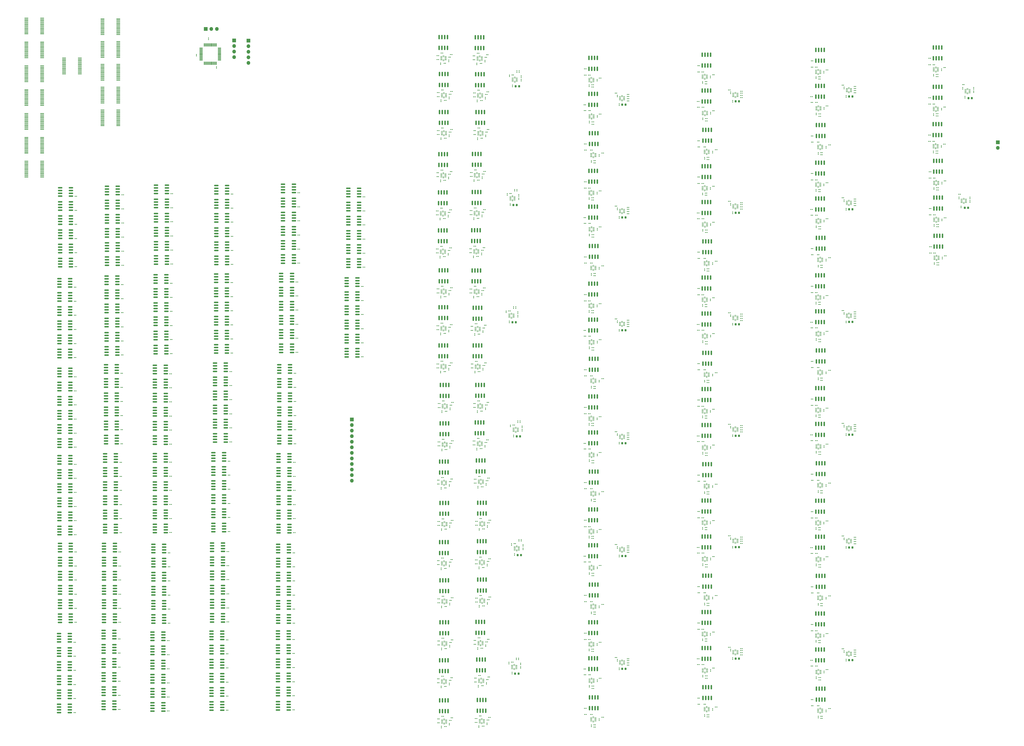
<source format=gbr>
%TF.GenerationSoftware,KiCad,Pcbnew,(6.99.0-3937-g3e53426b6c)*%
%TF.CreationDate,2025-03-10T01:13:03-04:00*%
%TF.ProjectId,AnalogFNN,416e616c-6f67-4464-9e4e-2e6b69636164,rev?*%
%TF.SameCoordinates,Original*%
%TF.FileFunction,Soldermask,Top*%
%TF.FilePolarity,Negative*%
%FSLAX46Y46*%
G04 Gerber Fmt 4.6, Leading zero omitted, Abs format (unit mm)*
G04 Created by KiCad (PCBNEW (6.99.0-3937-g3e53426b6c)) date 2025-03-10 01:13:03*
%MOMM*%
%LPD*%
G01*
G04 APERTURE LIST*
G04 Aperture macros list*
%AMRoundRect*
0 Rectangle with rounded corners*
0 $1 Rounding radius*
0 $2 $3 $4 $5 $6 $7 $8 $9 X,Y pos of 4 corners*
0 Add a 4 corners polygon primitive as box body*
4,1,4,$2,$3,$4,$5,$6,$7,$8,$9,$2,$3,0*
0 Add four circle primitives for the rounded corners*
1,1,$1+$1,$2,$3*
1,1,$1+$1,$4,$5*
1,1,$1+$1,$6,$7*
1,1,$1+$1,$8,$9*
0 Add four rect primitives between the rounded corners*
20,1,$1+$1,$2,$3,$4,$5,0*
20,1,$1+$1,$4,$5,$6,$7,0*
20,1,$1+$1,$6,$7,$8,$9,0*
20,1,$1+$1,$8,$9,$2,$3,0*%
G04 Aperture macros list end*
%ADD10RoundRect,0.150000X0.150000X-0.825000X0.150000X0.825000X-0.150000X0.825000X-0.150000X-0.825000X0*%
%ADD11RoundRect,0.100000X-0.130000X-0.100000X0.130000X-0.100000X0.130000X0.100000X-0.130000X0.100000X0*%
%ADD12RoundRect,0.100000X0.130000X0.100000X-0.130000X0.100000X-0.130000X-0.100000X0.130000X-0.100000X0*%
%ADD13RoundRect,0.100000X0.100000X-0.130000X0.100000X0.130000X-0.100000X0.130000X-0.100000X-0.130000X0*%
%ADD14RoundRect,0.050000X-0.350000X-0.050000X0.350000X-0.050000X0.350000X0.050000X-0.350000X0.050000X0*%
%ADD15RoundRect,0.050000X-0.050000X-0.350000X0.050000X-0.350000X0.050000X0.350000X-0.050000X0.350000X0*%
%ADD16RoundRect,0.150000X-0.825000X-0.150000X0.825000X-0.150000X0.825000X0.150000X-0.825000X0.150000X0*%
%ADD17RoundRect,0.100000X-0.100000X0.130000X-0.100000X-0.130000X0.100000X-0.130000X0.100000X0.130000X0*%
%ADD18RoundRect,0.225000X0.225000X0.250000X-0.225000X0.250000X-0.225000X-0.250000X0.225000X-0.250000X0*%
%ADD19R,1.750000X0.450000*%
%ADD20R,1.700000X1.700000*%
%ADD21O,1.700000X1.700000*%
%ADD22RoundRect,0.075000X-0.662500X-0.075000X0.662500X-0.075000X0.662500X0.075000X-0.662500X0.075000X0*%
%ADD23RoundRect,0.075000X-0.075000X-0.662500X0.075000X-0.662500X0.075000X0.662500X-0.075000X0.662500X0*%
G04 APERTURE END LIST*
D10*
%TO.C,Q21*%
X280851100Y-39725200D03*
X282121100Y-39725200D03*
X283391100Y-39725200D03*
X284661100Y-39725200D03*
X284661100Y-34775200D03*
X283391100Y-34775200D03*
X282121100Y-34775200D03*
X280851100Y-34775200D03*
%TD*%
D11*
%TO.C,R521*%
X390278300Y-125906200D03*
X390918300Y-125906200D03*
%TD*%
D12*
%TO.C,R130006*%
X218191100Y-210675000D03*
X217551100Y-210675000D03*
%TD*%
D13*
%TO.C,R35002*%
X217033000Y-142895000D03*
X217033000Y-142255000D03*
%TD*%
D14*
%TO.C,U138001*%
X213816100Y-264600000D03*
X213816100Y-265000000D03*
X213816100Y-265400000D03*
X213816100Y-265800000D03*
X213816100Y-266200000D03*
D15*
X214566100Y-266350000D03*
X214966100Y-266350000D03*
D14*
X215716100Y-266200000D03*
X215716100Y-265800000D03*
X215716100Y-265400000D03*
X215716100Y-265000000D03*
X215716100Y-264600000D03*
D15*
X214966100Y-264450000D03*
X214566100Y-264450000D03*
%TD*%
D16*
%TO.C,U301*%
X60225000Y-215395000D03*
X60225000Y-216665000D03*
X60225000Y-217935000D03*
X60225000Y-219205000D03*
X65175000Y-219205000D03*
X65175000Y-217935000D03*
X65175000Y-216665000D03*
X65175000Y-215395000D03*
%TD*%
D10*
%TO.C,Q143001*%
X230061100Y-260275000D03*
X231331100Y-260275000D03*
X232601100Y-260275000D03*
X233871100Y-260275000D03*
X233871100Y-255325000D03*
X232601100Y-255325000D03*
X231331100Y-255325000D03*
X230061100Y-255325000D03*
%TD*%
D11*
%TO.C,R138008*%
X217946100Y-263700000D03*
X218586100Y-263700000D03*
%TD*%
%TO.C,R417*%
X330436100Y-209860200D03*
X331076100Y-209860200D03*
%TD*%
%TO.C,R132003*%
X213746100Y-226250000D03*
X214386100Y-226250000D03*
%TD*%
%TO.C,R410*%
X330536100Y-225160200D03*
X331176100Y-225160200D03*
%TD*%
D14*
%TO.C,U133001*%
X214186100Y-192900000D03*
X214186100Y-193300000D03*
X214186100Y-193700000D03*
X214186100Y-194100000D03*
X214186100Y-194500000D03*
D15*
X214936100Y-194650000D03*
X215336100Y-194650000D03*
D14*
X216086100Y-194500000D03*
X216086100Y-194100000D03*
X216086100Y-193700000D03*
X216086100Y-193300000D03*
X216086100Y-192900000D03*
D15*
X215336100Y-192750000D03*
X214936100Y-192750000D03*
%TD*%
D13*
%TO.C,R576*%
X397236100Y-203114200D03*
X397236100Y-202474200D03*
%TD*%
D12*
%TO.C,D43*%
X402456100Y-202994200D03*
X401816100Y-202994200D03*
%TD*%
D10*
%TO.C,Q20001*%
X438251100Y-120875200D03*
X439521100Y-120875200D03*
X440791100Y-120875200D03*
X442061100Y-120875200D03*
X442061100Y-115925200D03*
X440791100Y-115925200D03*
X439521100Y-115925200D03*
X438251100Y-115925200D03*
%TD*%
D11*
%TO.C,R345*%
X333936100Y-46550200D03*
X334576100Y-46550200D03*
%TD*%
D13*
%TO.C,R997*%
X107400000Y-26320000D03*
X107400000Y-25680000D03*
%TD*%
D14*
%TO.C,U181001*%
X230751100Y-318180300D03*
X230751100Y-318580300D03*
X230751100Y-318980300D03*
X230751100Y-319380300D03*
X230751100Y-319780300D03*
D15*
X231501100Y-319930300D03*
X231901100Y-319930300D03*
D14*
X232651100Y-319780300D03*
X232651100Y-319380300D03*
X232651100Y-318980300D03*
X232651100Y-318580300D03*
X232651100Y-318180300D03*
D15*
X231901100Y-318030300D03*
X231501100Y-318030300D03*
%TD*%
D11*
%TO.C,R311*%
X280836100Y-316250200D03*
X281476100Y-316250200D03*
%TD*%
D13*
%TO.C,R468*%
X345494000Y-305320200D03*
X345494000Y-304680200D03*
%TD*%
%TO.C,R565*%
X387998300Y-144470200D03*
X387998300Y-143830200D03*
%TD*%
D14*
%TO.C,U59*%
X346694000Y-152590200D03*
X346694000Y-152990200D03*
X346694000Y-153390200D03*
X346694000Y-153790200D03*
X346694000Y-154190200D03*
D15*
X347444000Y-154340200D03*
X347844000Y-154340200D03*
D14*
X348594000Y-154190200D03*
X348594000Y-153790200D03*
X348594000Y-153390200D03*
X348594000Y-152990200D03*
X348594000Y-152590200D03*
D15*
X347844000Y-152440200D03*
X347444000Y-152440200D03*
%TD*%
D10*
%TO.C,Q22*%
X281151100Y-125525200D03*
X282421100Y-125525200D03*
X283691100Y-125525200D03*
X284961100Y-125525200D03*
X284961100Y-120575200D03*
X283691100Y-120575200D03*
X282421100Y-120575200D03*
X281151100Y-120575200D03*
%TD*%
D13*
%TO.C,R546*%
X388998300Y-178770200D03*
X388998300Y-178130200D03*
%TD*%
D16*
%TO.C,U255*%
X139125000Y-256695000D03*
X139125000Y-257965000D03*
X139125000Y-259235000D03*
X139125000Y-260505000D03*
X144075000Y-260505000D03*
X144075000Y-259235000D03*
X144075000Y-257965000D03*
X144075000Y-256695000D03*
%TD*%
D11*
%TO.C,R19008*%
X442886100Y-90900200D03*
X443526100Y-90900200D03*
%TD*%
D12*
%TO.C,C46*%
X345214000Y-201960200D03*
X344574000Y-201960200D03*
%TD*%
D10*
%TO.C,Q65*%
X384293300Y-206769200D03*
X385563300Y-206769200D03*
X386833300Y-206769200D03*
X388103300Y-206769200D03*
X388103300Y-201819200D03*
X386833300Y-201819200D03*
X385563300Y-201819200D03*
X384293300Y-201819200D03*
%TD*%
D11*
%TO.C,R633*%
X382178300Y-312282200D03*
X382818300Y-312282200D03*
%TD*%
D12*
%TO.C,R35004*%
X215553000Y-143675000D03*
X214913000Y-143675000D03*
%TD*%
D11*
%TO.C,R163*%
X278936100Y-76850200D03*
X279576100Y-76850200D03*
%TD*%
D16*
%TO.C,U165*%
X83225000Y-133695000D03*
X83225000Y-134965000D03*
X83225000Y-136235000D03*
X83225000Y-137505000D03*
X88175000Y-137505000D03*
X88175000Y-136235000D03*
X88175000Y-134965000D03*
X88175000Y-133695000D03*
%TD*%
%TO.C,U211*%
X110350000Y-199790000D03*
X110350000Y-201060000D03*
X110350000Y-202330000D03*
X110350000Y-203600000D03*
X115300000Y-203600000D03*
X115300000Y-202330000D03*
X115300000Y-201060000D03*
X115300000Y-199790000D03*
%TD*%
D12*
%TO.C,R136004*%
X232191100Y-195975000D03*
X231551100Y-195975000D03*
%TD*%
%TO.C,R563*%
X386318300Y-146250200D03*
X385678300Y-146250200D03*
%TD*%
D11*
%TO.C,R602*%
X390278300Y-280238200D03*
X390918300Y-280238200D03*
%TD*%
D12*
%TO.C,R971*%
X68570000Y-122950000D03*
X67930000Y-122950000D03*
%TD*%
D16*
%TO.C,U289*%
X60875000Y-134295000D03*
X60875000Y-135565000D03*
X60875000Y-136835000D03*
X60875000Y-138105000D03*
X65825000Y-138105000D03*
X65825000Y-136835000D03*
X65825000Y-135565000D03*
X65825000Y-134295000D03*
%TD*%
D11*
%TO.C,R641*%
X382278300Y-296182200D03*
X382918300Y-296182200D03*
%TD*%
D13*
%TO.C,R360*%
X345494000Y-101840200D03*
X345494000Y-101200200D03*
%TD*%
%TO.C,R600*%
X388998300Y-281658200D03*
X388998300Y-281018200D03*
%TD*%
D12*
%TO.C,C34*%
X293514000Y-308350200D03*
X292874000Y-308350200D03*
%TD*%
D16*
%TO.C,U288*%
X61075000Y-125595000D03*
X61075000Y-126865000D03*
X61075000Y-128135000D03*
X61075000Y-129405000D03*
X66025000Y-129405000D03*
X66025000Y-128135000D03*
X66025000Y-126865000D03*
X66025000Y-125595000D03*
%TD*%
%TO.C,U259*%
X139125000Y-282495000D03*
X139125000Y-283765000D03*
X139125000Y-285035000D03*
X139125000Y-286305000D03*
X144075000Y-286305000D03*
X144075000Y-285035000D03*
X144075000Y-283765000D03*
X144075000Y-282495000D03*
%TD*%
D13*
%TO.C,R206*%
X284656100Y-113270200D03*
X284656100Y-112630200D03*
%TD*%
D12*
%TO.C,R834*%
X46920000Y-252300000D03*
X46280000Y-252300000D03*
%TD*%
%TO.C,R571*%
X387218300Y-232294200D03*
X386578300Y-232294200D03*
%TD*%
D13*
%TO.C,R214*%
X284556100Y-96770200D03*
X284556100Y-96130200D03*
%TD*%
D11*
%TO.C,R179005*%
X212011100Y-302605300D03*
X212651100Y-302605300D03*
%TD*%
D12*
%TO.C,R133006*%
X218256100Y-193200000D03*
X217616100Y-193200000D03*
%TD*%
D14*
%TO.C,U86*%
X385348300Y-228944200D03*
X385348300Y-229344200D03*
X385348300Y-229744200D03*
X385348300Y-230144200D03*
X385348300Y-230544200D03*
D15*
X386098300Y-230694200D03*
X386498300Y-230694200D03*
D14*
X387248300Y-230544200D03*
X387248300Y-230144200D03*
X387248300Y-229744200D03*
X387248300Y-229344200D03*
X387248300Y-228944200D03*
D15*
X386498300Y-228794200D03*
X386098300Y-228794200D03*
%TD*%
D11*
%TO.C,R142003*%
X231146100Y-280100000D03*
X231786100Y-280100000D03*
%TD*%
%TO.C,R537*%
X382278300Y-87506200D03*
X382918300Y-87506200D03*
%TD*%
%TO.C,R292*%
X280736100Y-248650200D03*
X281376100Y-248650200D03*
%TD*%
D16*
%TO.C,U300*%
X60625000Y-207045000D03*
X60625000Y-208315000D03*
X60625000Y-209585000D03*
X60625000Y-210855000D03*
X65575000Y-210855000D03*
X65575000Y-209585000D03*
X65575000Y-208315000D03*
X65575000Y-207045000D03*
%TD*%
D13*
%TO.C,R519*%
X388998300Y-127326200D03*
X388998300Y-126686200D03*
%TD*%
D12*
%TO.C,R582*%
X386418300Y-214594200D03*
X385778300Y-214594200D03*
%TD*%
%TO.C,R1163*%
X67220000Y-260200000D03*
X66580000Y-260200000D03*
%TD*%
D11*
%TO.C,R513*%
X389078300Y-40262200D03*
X389718300Y-40262200D03*
%TD*%
%TO.C,R6008*%
X232670000Y-121350000D03*
X233310000Y-121350000D03*
%TD*%
D12*
%TO.C,R182006*%
X234551100Y-301305300D03*
X233911100Y-301305300D03*
%TD*%
D14*
%TO.C,U20001*%
X438406100Y-125200200D03*
X438406100Y-125600200D03*
X438406100Y-126000200D03*
X438406100Y-126400200D03*
X438406100Y-126800200D03*
D15*
X439156100Y-126950200D03*
X439556100Y-126950200D03*
D14*
X440306100Y-126800200D03*
X440306100Y-126400200D03*
X440306100Y-126000200D03*
X440306100Y-125600200D03*
X440306100Y-125200200D03*
D15*
X439556100Y-125050200D03*
X439156100Y-125050200D03*
%TD*%
D17*
%TO.C,R450*%
X332756100Y-265710200D03*
X332756100Y-266350200D03*
%TD*%
D12*
%TO.C,R177*%
X282976100Y-63950200D03*
X282336100Y-63950200D03*
%TD*%
D18*
%TO.C,C131002*%
X249443600Y-207475000D03*
X247893600Y-207475000D03*
%TD*%
D12*
%TO.C,R884*%
X118420000Y-103300000D03*
X117780000Y-103300000D03*
%TD*%
D16*
%TO.C,U163*%
X83450000Y-118630000D03*
X83450000Y-119900000D03*
X83450000Y-121170000D03*
X83450000Y-122440000D03*
X88400000Y-122440000D03*
X88400000Y-121170000D03*
X88400000Y-119900000D03*
X88400000Y-118630000D03*
%TD*%
D11*
%TO.C,R643*%
X384178300Y-296182200D03*
X384818300Y-296182200D03*
%TD*%
D17*
%TO.C,R181007*%
X230401100Y-321160300D03*
X230401100Y-321800300D03*
%TD*%
D11*
%TO.C,R30008*%
X232970000Y-86550000D03*
X233610000Y-86550000D03*
%TD*%
%TO.C,R142005*%
X229246100Y-283100000D03*
X229886100Y-283100000D03*
%TD*%
D12*
%TO.C,R824*%
X46920000Y-186700000D03*
X46280000Y-186700000D03*
%TD*%
D11*
%TO.C,R20008*%
X443036100Y-125100200D03*
X443676100Y-125100200D03*
%TD*%
%TO.C,R298*%
X278936100Y-334350200D03*
X279576100Y-334350200D03*
%TD*%
D16*
%TO.C,U191*%
X82925000Y-228245000D03*
X82925000Y-229515000D03*
X82925000Y-230785000D03*
X82925000Y-232055000D03*
X87875000Y-232055000D03*
X87875000Y-230785000D03*
X87875000Y-229515000D03*
X87875000Y-228245000D03*
%TD*%
D11*
%TO.C,R324*%
X285636100Y-301450200D03*
X286276100Y-301450200D03*
%TD*%
%TO.C,R516*%
X385078300Y-124606200D03*
X385718300Y-124606200D03*
%TD*%
D16*
%TO.C,U134*%
X39375000Y-167745000D03*
X39375000Y-169015000D03*
X39375000Y-170285000D03*
X39375000Y-171555000D03*
X44325000Y-171555000D03*
X44325000Y-170285000D03*
X44325000Y-169015000D03*
X44325000Y-167745000D03*
%TD*%
%TO.C,U226*%
X108725000Y-302845000D03*
X108725000Y-304115000D03*
X108725000Y-305385000D03*
X108725000Y-306655000D03*
X113675000Y-306655000D03*
X113675000Y-305385000D03*
X113675000Y-304115000D03*
X113675000Y-302845000D03*
%TD*%
D19*
%TO.C,U308*%
X24299999Y-49269399D03*
X24299999Y-49919399D03*
X24299999Y-50569399D03*
X24299999Y-51219399D03*
X24299999Y-51869399D03*
X24299999Y-52519399D03*
X24299999Y-53169399D03*
X24299999Y-53819399D03*
X24299999Y-54469399D03*
X24299999Y-55119399D03*
X24299999Y-55769399D03*
X24299999Y-56419399D03*
X31499999Y-56419399D03*
X31499999Y-55769399D03*
X31499999Y-55119399D03*
X31499999Y-54469399D03*
X31499999Y-53819399D03*
X31499999Y-53169399D03*
X31499999Y-52519399D03*
X31499999Y-51869399D03*
X31499999Y-51219399D03*
X31499999Y-50569399D03*
X31499999Y-49919399D03*
X31499999Y-49269399D03*
%TD*%
D16*
%TO.C,U169*%
X83225000Y-159495000D03*
X83225000Y-160765000D03*
X83225000Y-162035000D03*
X83225000Y-163305000D03*
X88175000Y-163305000D03*
X88175000Y-162035000D03*
X88175000Y-160765000D03*
X88175000Y-159495000D03*
%TD*%
D12*
%TO.C,R964*%
X177845000Y-158365000D03*
X177205000Y-158365000D03*
%TD*%
D18*
%TO.C,C56*%
X401011100Y-52362200D03*
X399461100Y-52362200D03*
%TD*%
D11*
%TO.C,R632*%
X401816100Y-307882200D03*
X402456100Y-307882200D03*
%TD*%
%TO.C,R18005*%
X436136100Y-103500200D03*
X436776100Y-103500200D03*
%TD*%
%TO.C,R419*%
X332536100Y-209860200D03*
X333176100Y-209860200D03*
%TD*%
%TO.C,R500*%
X384278300Y-55062200D03*
X384918300Y-55062200D03*
%TD*%
D16*
%TO.C,U162*%
X83450000Y-112180000D03*
X83450000Y-113450000D03*
X83450000Y-114720000D03*
X83450000Y-115990000D03*
X88400000Y-115990000D03*
X88400000Y-114720000D03*
X88400000Y-113450000D03*
X88400000Y-112180000D03*
%TD*%
D13*
%TO.C,R411*%
X337256100Y-230680200D03*
X337256100Y-230040200D03*
%TD*%
D16*
%TO.C,U234*%
X141375000Y-111745000D03*
X141375000Y-113015000D03*
X141375000Y-114285000D03*
X141375000Y-115555000D03*
X146325000Y-115555000D03*
X146325000Y-114285000D03*
X146325000Y-113015000D03*
X146325000Y-111745000D03*
%TD*%
D10*
%TO.C,Q23*%
X280851100Y-107625200D03*
X282121100Y-107625200D03*
X283391100Y-107625200D03*
X284661100Y-107625200D03*
X284661100Y-102675200D03*
X283391100Y-102675200D03*
X282121100Y-102675200D03*
X280851100Y-102675200D03*
%TD*%
D12*
%TO.C,C43*%
X345214000Y-151090200D03*
X344574000Y-151090200D03*
%TD*%
D17*
%TO.C,R141007*%
X213666100Y-249680000D03*
X213666100Y-250320000D03*
%TD*%
D12*
%TO.C,R967*%
X68570000Y-97250000D03*
X67930000Y-97250000D03*
%TD*%
D11*
%TO.C,R527*%
X384278300Y-106506200D03*
X384918300Y-106506200D03*
%TD*%
D12*
%TO.C,R382*%
X335476100Y-181890200D03*
X334836100Y-181890200D03*
%TD*%
%TO.C,R898*%
X117845000Y-197195000D03*
X117205000Y-197195000D03*
%TD*%
D11*
%TO.C,D28*%
X350074000Y-100820200D03*
X350714000Y-100820200D03*
%TD*%
%TO.C,R379*%
X330636100Y-177090200D03*
X331276100Y-177090200D03*
%TD*%
D14*
%TO.C,U34001*%
X213578000Y-174800000D03*
X213578000Y-175200000D03*
X213578000Y-175600000D03*
X213578000Y-176000000D03*
X213578000Y-176400000D03*
D15*
X214328000Y-176550000D03*
X214728000Y-176550000D03*
D14*
X215478000Y-176400000D03*
X215478000Y-176000000D03*
X215478000Y-175600000D03*
X215478000Y-175200000D03*
X215478000Y-174800000D03*
D15*
X214728000Y-174650000D03*
X214328000Y-174650000D03*
%TD*%
D17*
%TO.C,R29007*%
X228390000Y-107830000D03*
X228390000Y-108470000D03*
%TD*%
D13*
%TO.C,R16006*%
X441641100Y-40465200D03*
X441641100Y-39825200D03*
%TD*%
D16*
%TO.C,U294*%
X60875000Y-166545000D03*
X60875000Y-167815000D03*
X60875000Y-169085000D03*
X60875000Y-170355000D03*
X65825000Y-170355000D03*
X65825000Y-169085000D03*
X65825000Y-167815000D03*
X65825000Y-166545000D03*
%TD*%
D14*
%TO.C,U17001*%
X450806100Y-99200200D03*
X450806100Y-99600200D03*
X450806100Y-100000200D03*
X450806100Y-100400200D03*
X450806100Y-100800200D03*
D15*
X451556100Y-100950200D03*
X451956100Y-100950200D03*
D14*
X452706100Y-100800200D03*
X452706100Y-100400200D03*
X452706100Y-100000200D03*
X452706100Y-99600200D03*
X452706100Y-99200200D03*
D15*
X451956100Y-99050200D03*
X451556100Y-99050200D03*
%TD*%
D12*
%TO.C,R861*%
X90420000Y-191700000D03*
X89780000Y-191700000D03*
%TD*%
D13*
%TO.C,R357*%
X337256100Y-128940200D03*
X337256100Y-128300200D03*
%TD*%
D11*
%TO.C,R616*%
X384178300Y-244738200D03*
X384818300Y-244738200D03*
%TD*%
D10*
%TO.C,Q66*%
X384293300Y-190369200D03*
X385563300Y-190369200D03*
X386833300Y-190369200D03*
X388103300Y-190369200D03*
X388103300Y-185419200D03*
X386833300Y-185419200D03*
X385563300Y-185419200D03*
X384293300Y-185419200D03*
%TD*%
D11*
%TO.C,R22008*%
X217908000Y-50100000D03*
X218548000Y-50100000D03*
%TD*%
%TO.C,R179001*%
X212011100Y-300805300D03*
X212651100Y-300805300D03*
%TD*%
D14*
%TO.C,U96*%
X384548300Y-314182200D03*
X384548300Y-314582200D03*
X384548300Y-314982200D03*
X384548300Y-315382200D03*
X384548300Y-315782200D03*
D15*
X385298300Y-315932200D03*
X385698300Y-315932200D03*
D14*
X386448300Y-315782200D03*
X386448300Y-315382200D03*
X386448300Y-314982200D03*
X386448300Y-314582200D03*
X386448300Y-314182200D03*
D15*
X385698300Y-314032200D03*
X385298300Y-314032200D03*
%TD*%
D17*
%TO.C,R23002*%
X246025500Y-47180000D03*
X246025500Y-47820000D03*
%TD*%
D16*
%TO.C,U179*%
X81825000Y-309695000D03*
X81825000Y-310965000D03*
X81825000Y-312235000D03*
X81825000Y-313505000D03*
X86775000Y-313505000D03*
X86775000Y-312235000D03*
X86775000Y-310965000D03*
X86775000Y-309695000D03*
%TD*%
%TO.C,U195*%
X110925000Y-92995000D03*
X110925000Y-94265000D03*
X110925000Y-95535000D03*
X110925000Y-96805000D03*
X115875000Y-96805000D03*
X115875000Y-95535000D03*
X115875000Y-94265000D03*
X115875000Y-92995000D03*
%TD*%
D12*
%TO.C,R856*%
X90720000Y-156900000D03*
X90080000Y-156900000D03*
%TD*%
D17*
%TO.C,R412*%
X333656100Y-232820200D03*
X333656100Y-233460200D03*
%TD*%
D11*
%TO.C,R5001*%
X211570000Y-87150000D03*
X212210000Y-87150000D03*
%TD*%
D12*
%TO.C,R922*%
X148870000Y-115600000D03*
X148230000Y-115600000D03*
%TD*%
%TO.C,R849*%
X90945000Y-109535000D03*
X90305000Y-109535000D03*
%TD*%
D11*
%TO.C,R348*%
X330536100Y-38250200D03*
X331176100Y-38250200D03*
%TD*%
D14*
%TO.C,U61*%
X332706100Y-144290200D03*
X332706100Y-144690200D03*
X332706100Y-145090200D03*
X332706100Y-145490200D03*
X332706100Y-145890200D03*
D15*
X333456100Y-146040200D03*
X333856100Y-146040200D03*
D14*
X334606100Y-145890200D03*
X334606100Y-145490200D03*
X334606100Y-145090200D03*
X334606100Y-144690200D03*
X334606100Y-144290200D03*
D15*
X333856100Y-144140200D03*
X333456100Y-144140200D03*
%TD*%
D12*
%TO.C,R974*%
X68370000Y-144600000D03*
X67730000Y-144600000D03*
%TD*%
D11*
%TO.C,R579*%
X382178300Y-209394200D03*
X382818300Y-209394200D03*
%TD*%
D10*
%TO.C,Q42*%
X332551100Y-89095200D03*
X333821100Y-89095200D03*
X335091100Y-89095200D03*
X336361100Y-89095200D03*
X336361100Y-84145200D03*
X335091100Y-84145200D03*
X333821100Y-84145200D03*
X332551100Y-84145200D03*
%TD*%
D11*
%TO.C,D44*%
X401816100Y-202094200D03*
X402456100Y-202094200D03*
%TD*%
%TO.C,R308*%
X298374000Y-311850200D03*
X299014000Y-311850200D03*
%TD*%
%TO.C,R30005*%
X226870000Y-88850000D03*
X227510000Y-88850000D03*
%TD*%
D13*
%TO.C,R13003*%
X456306100Y-48920200D03*
X456306100Y-48280200D03*
%TD*%
%TO.C,R573*%
X388998300Y-230214200D03*
X388998300Y-229574200D03*
%TD*%
D14*
%TO.C,U87*%
X398436100Y-202994200D03*
X398436100Y-203394200D03*
X398436100Y-203794200D03*
X398436100Y-204194200D03*
X398436100Y-204594200D03*
D15*
X399186100Y-204744200D03*
X399586100Y-204744200D03*
D14*
X400336100Y-204594200D03*
X400336100Y-204194200D03*
X400336100Y-203794200D03*
X400336100Y-203394200D03*
X400336100Y-202994200D03*
D15*
X399586100Y-202844200D03*
X399186100Y-202844200D03*
%TD*%
D12*
%TO.C,R590*%
X386318300Y-197694200D03*
X385678300Y-197694200D03*
%TD*%
%TO.C,R858*%
X90720000Y-169700000D03*
X90080000Y-169700000D03*
%TD*%
%TO.C,R907*%
X116520000Y-260050000D03*
X115880000Y-260050000D03*
%TD*%
D11*
%TO.C,R243*%
X285636100Y-146950200D03*
X286276100Y-146950200D03*
%TD*%
%TO.C,R135003*%
X230051100Y-208375000D03*
X230691100Y-208375000D03*
%TD*%
D14*
%TO.C,U83*%
X398436100Y-151550200D03*
X398436100Y-151950200D03*
X398436100Y-152350200D03*
X398436100Y-152750200D03*
X398436100Y-153150200D03*
D15*
X399186100Y-153300200D03*
X399586100Y-153300200D03*
D14*
X400336100Y-153150200D03*
X400336100Y-152750200D03*
X400336100Y-152350200D03*
X400336100Y-151950200D03*
X400336100Y-151550200D03*
D15*
X399586100Y-151400200D03*
X399186100Y-151400200D03*
%TD*%
D12*
%TO.C,R509*%
X386318300Y-43362200D03*
X385678300Y-43362200D03*
%TD*%
D13*
%TO.C,R32002*%
X216928000Y-159720000D03*
X216928000Y-159080000D03*
%TD*%
%TO.C,R17001*%
X449571100Y-98975200D03*
X449571100Y-98335200D03*
%TD*%
D16*
%TO.C,U138*%
X39425000Y-195745000D03*
X39425000Y-197015000D03*
X39425000Y-198285000D03*
X39425000Y-199555000D03*
X44375000Y-199555000D03*
X44375000Y-198285000D03*
X44375000Y-197015000D03*
X44375000Y-195745000D03*
%TD*%
%TO.C,U184*%
X82225000Y-263145000D03*
X82225000Y-264415000D03*
X82225000Y-265685000D03*
X82225000Y-266955000D03*
X87175000Y-266955000D03*
X87175000Y-265685000D03*
X87175000Y-264415000D03*
X87175000Y-263145000D03*
%TD*%
D10*
%TO.C,Q25001*%
X212523000Y-30175000D03*
X213793000Y-30175000D03*
X215063000Y-30175000D03*
X216333000Y-30175000D03*
X216333000Y-25225000D03*
X215063000Y-25225000D03*
X213793000Y-25225000D03*
X212523000Y-25225000D03*
%TD*%
D11*
%TO.C,R145003*%
X231146100Y-245000000D03*
X231786100Y-245000000D03*
%TD*%
%TO.C,R452*%
X330536100Y-244630200D03*
X331176100Y-244630200D03*
%TD*%
%TO.C,R130003*%
X214051100Y-208775000D03*
X214691100Y-208775000D03*
%TD*%
%TO.C,R181003*%
X230681100Y-316580300D03*
X231321100Y-316580300D03*
%TD*%
%TO.C,R309*%
X278736100Y-316250200D03*
X279376100Y-316250200D03*
%TD*%
D14*
%TO.C,U148001*%
X245831100Y-311905300D03*
X245831100Y-312305300D03*
X245831100Y-312705300D03*
X245831100Y-313105300D03*
X245831100Y-313505300D03*
D15*
X246581100Y-313655300D03*
X246981100Y-313655300D03*
D14*
X247731100Y-313505300D03*
X247731100Y-313105300D03*
X247731100Y-312705300D03*
X247731100Y-312305300D03*
X247731100Y-311905300D03*
D15*
X246981100Y-311755300D03*
X246581100Y-311755300D03*
%TD*%
D17*
%TO.C,R16007*%
X438041100Y-42325200D03*
X438041100Y-42965200D03*
%TD*%
D11*
%TO.C,R178*%
X278636100Y-56150200D03*
X279276100Y-56150200D03*
%TD*%
D13*
%TO.C,R132002*%
X217166100Y-230170000D03*
X217166100Y-229530000D03*
%TD*%
D11*
%TO.C,D14*%
X298374000Y-51450200D03*
X299014000Y-51450200D03*
%TD*%
D16*
%TO.C,U205*%
X110825000Y-159195000D03*
X110825000Y-160465000D03*
X110825000Y-161735000D03*
X110825000Y-163005000D03*
X115775000Y-163005000D03*
X115775000Y-161735000D03*
X115775000Y-160465000D03*
X115775000Y-159195000D03*
%TD*%
D11*
%TO.C,R134008*%
X234751100Y-226475000D03*
X235391100Y-226475000D03*
%TD*%
D12*
%TO.C,R22006*%
X217848000Y-51300000D03*
X217208000Y-51300000D03*
%TD*%
%TO.C,R182004*%
X232351100Y-304105300D03*
X231711100Y-304105300D03*
%TD*%
D13*
%TO.C,R147002*%
X217166100Y-320825300D03*
X217166100Y-320185300D03*
%TD*%
D10*
%TO.C,Q34001*%
X212523000Y-170875000D03*
X213793000Y-170875000D03*
X215063000Y-170875000D03*
X216333000Y-170875000D03*
X216333000Y-165925000D03*
X215063000Y-165925000D03*
X213793000Y-165925000D03*
X212523000Y-165925000D03*
%TD*%
D11*
%TO.C,R299*%
X283136100Y-340150200D03*
X283776100Y-340150200D03*
%TD*%
D16*
%TO.C,U140*%
X39425000Y-208645000D03*
X39425000Y-209915000D03*
X39425000Y-211185000D03*
X39425000Y-212455000D03*
X44375000Y-212455000D03*
X44375000Y-211185000D03*
X44375000Y-209915000D03*
X44375000Y-208645000D03*
%TD*%
D12*
%TO.C,R813*%
X47220000Y-110700000D03*
X46580000Y-110700000D03*
%TD*%
D16*
%TO.C,U251*%
X139325000Y-228295000D03*
X139325000Y-229565000D03*
X139325000Y-230835000D03*
X139325000Y-232105000D03*
X144275000Y-232105000D03*
X144275000Y-230835000D03*
X144275000Y-229565000D03*
X144275000Y-228295000D03*
%TD*%
D12*
%TO.C,R166*%
X283776100Y-81650200D03*
X283136100Y-81650200D03*
%TD*%
%TO.C,R877*%
X90420000Y-219250000D03*
X89780000Y-219250000D03*
%TD*%
D11*
%TO.C,R435*%
X333336100Y-278830200D03*
X333976100Y-278830200D03*
%TD*%
D17*
%TO.C,R404*%
X332656100Y-147370200D03*
X332656100Y-148010200D03*
%TD*%
D11*
%TO.C,R383*%
X330536100Y-174290200D03*
X331176100Y-174290200D03*
%TD*%
D12*
%TO.C,R977*%
X68370000Y-163900000D03*
X67730000Y-163900000D03*
%TD*%
D17*
%TO.C,R531*%
X384498300Y-111486200D03*
X384498300Y-112126200D03*
%TD*%
D11*
%TO.C,R634*%
X385778300Y-318582200D03*
X386418300Y-318582200D03*
%TD*%
%TO.C,R570*%
X385078300Y-227494200D03*
X385718300Y-227494200D03*
%TD*%
D13*
%TO.C,C139003*%
X250839900Y-259120000D03*
X250839900Y-258480000D03*
%TD*%
D12*
%TO.C,R886*%
X118420000Y-116200000D03*
X117780000Y-116200000D03*
%TD*%
D11*
%TO.C,R534*%
X385678300Y-95806200D03*
X386318300Y-95806200D03*
%TD*%
%TO.C,R34003*%
X213508000Y-173200000D03*
X214148000Y-173200000D03*
%TD*%
D12*
%TO.C,D35*%
X350714000Y-305200200D03*
X350074000Y-305200200D03*
%TD*%
D11*
%TO.C,C17001*%
X449551100Y-96955200D03*
X450191100Y-96955200D03*
%TD*%
D13*
%TO.C,R34002*%
X216928000Y-177120000D03*
X216928000Y-176480000D03*
%TD*%
D18*
%TO.C,C38*%
X349269000Y-54550200D03*
X347719000Y-54550200D03*
%TD*%
D11*
%TO.C,R180005*%
X229076100Y-338030300D03*
X229716100Y-338030300D03*
%TD*%
D16*
%TO.C,U210*%
X110350000Y-193340000D03*
X110350000Y-194610000D03*
X110350000Y-195880000D03*
X110350000Y-197150000D03*
X115300000Y-197150000D03*
X115300000Y-195880000D03*
X115300000Y-194610000D03*
X115300000Y-193340000D03*
%TD*%
D12*
%TO.C,R490*%
X387218300Y-77962200D03*
X386578300Y-77962200D03*
%TD*%
D11*
%TO.C,R302*%
X278836100Y-331550200D03*
X279476100Y-331550200D03*
%TD*%
%TO.C,R318*%
X282236100Y-305550200D03*
X282876100Y-305550200D03*
%TD*%
%TO.C,R583*%
X382078300Y-206794200D03*
X382718300Y-206794200D03*
%TD*%
%TO.C,R290*%
X278836100Y-248650200D03*
X279476100Y-248650200D03*
%TD*%
D12*
%TO.C,R825*%
X46920000Y-193100000D03*
X46280000Y-193100000D03*
%TD*%
D13*
%TO.C,R24002*%
X217128000Y-70620000D03*
X217128000Y-69980000D03*
%TD*%
D12*
%TO.C,R285*%
X282976100Y-269950200D03*
X282336100Y-269950200D03*
%TD*%
D14*
%TO.C,U149001*%
X213881100Y-336805300D03*
X213881100Y-337205300D03*
X213881100Y-337605300D03*
X213881100Y-338005300D03*
X213881100Y-338405300D03*
D15*
X214631100Y-338555300D03*
X215031100Y-338555300D03*
D14*
X215781100Y-338405300D03*
X215781100Y-338005300D03*
X215781100Y-337605300D03*
X215781100Y-337205300D03*
X215781100Y-336805300D03*
D15*
X215031100Y-336655300D03*
X214631100Y-336655300D03*
%TD*%
D12*
%TO.C,R37006*%
X233218000Y-157975000D03*
X232578000Y-157975000D03*
%TD*%
D13*
%TO.C,R503*%
X388098300Y-58082200D03*
X388098300Y-57442200D03*
%TD*%
D14*
%TO.C,U51*%
X346694000Y-50850200D03*
X346694000Y-51250200D03*
X346694000Y-51650200D03*
X346694000Y-52050200D03*
X346694000Y-52450200D03*
D15*
X347444000Y-52600200D03*
X347844000Y-52600200D03*
D14*
X348594000Y-52450200D03*
X348594000Y-52050200D03*
X348594000Y-51650200D03*
X348594000Y-51250200D03*
X348594000Y-50850200D03*
D15*
X347844000Y-50700200D03*
X347444000Y-50700200D03*
%TD*%
D18*
%TO.C,C23*%
X297569000Y-107550200D03*
X296019000Y-107550200D03*
%TD*%
D12*
%TO.C,R837*%
X47120000Y-273000000D03*
X46480000Y-273000000D03*
%TD*%
D11*
%TO.C,R244*%
X278936100Y-231350200D03*
X279576100Y-231350200D03*
%TD*%
D12*
%TO.C,D39*%
X402456100Y-100106200D03*
X401816100Y-100106200D03*
%TD*%
%TO.C,R15004*%
X439961100Y-60245200D03*
X439321100Y-60245200D03*
%TD*%
D11*
%TO.C,R552*%
X382178300Y-157950200D03*
X382818300Y-157950200D03*
%TD*%
D17*
%TO.C,R180*%
X281056100Y-63730200D03*
X281056100Y-64370200D03*
%TD*%
D12*
%TO.C,R818*%
X46870000Y-145800000D03*
X46230000Y-145800000D03*
%TD*%
D18*
%TO.C,C3002*%
X247962400Y-101850000D03*
X246412400Y-101850000D03*
%TD*%
D11*
%TO.C,R25003*%
X213508000Y-32500000D03*
X214148000Y-32500000D03*
%TD*%
D13*
%TO.C,R33003*%
X248425500Y-151320000D03*
X248425500Y-150680000D03*
%TD*%
%TO.C,R268*%
X284556100Y-199770200D03*
X284556100Y-199130200D03*
%TD*%
D10*
%TO.C,Q147001*%
X212761100Y-314580300D03*
X214031100Y-314580300D03*
X215301100Y-314580300D03*
X216571100Y-314580300D03*
X216571100Y-309630300D03*
X215301100Y-309630300D03*
X214031100Y-309630300D03*
X212761100Y-309630300D03*
%TD*%
D14*
%TO.C,U49*%
X281006100Y-301550200D03*
X281006100Y-301950200D03*
X281006100Y-302350200D03*
X281006100Y-302750200D03*
X281006100Y-303150200D03*
D15*
X281756100Y-303300200D03*
X282156100Y-303300200D03*
D14*
X282906100Y-303150200D03*
X282906100Y-302750200D03*
X282906100Y-302350200D03*
X282906100Y-301950200D03*
X282906100Y-301550200D03*
D15*
X282156100Y-301400200D03*
X281756100Y-301400200D03*
%TD*%
D12*
%TO.C,R138006*%
X217886100Y-264900000D03*
X217246100Y-264900000D03*
%TD*%
D16*
%TO.C,U213*%
X109550000Y-214880000D03*
X109550000Y-216150000D03*
X109550000Y-217420000D03*
X109550000Y-218690000D03*
X114500000Y-218690000D03*
X114500000Y-217420000D03*
X114500000Y-216150000D03*
X114500000Y-214880000D03*
%TD*%
D14*
%TO.C,U78*%
X385348300Y-126056200D03*
X385348300Y-126456200D03*
X385348300Y-126856200D03*
X385348300Y-127256200D03*
X385348300Y-127656200D03*
D15*
X386098300Y-127806200D03*
X386498300Y-127806200D03*
D14*
X387248300Y-127656200D03*
X387248300Y-127256200D03*
X387248300Y-126856200D03*
X387248300Y-126456200D03*
X387248300Y-126056200D03*
D15*
X386498300Y-125906200D03*
X386098300Y-125906200D03*
%TD*%
D10*
%TO.C,Q180001*%
X229991100Y-332705300D03*
X231261100Y-332705300D03*
X232531100Y-332705300D03*
X233801100Y-332705300D03*
X233801100Y-327755300D03*
X232531100Y-327755300D03*
X231261100Y-327755300D03*
X229991100Y-327755300D03*
%TD*%
D11*
%TO.C,R353*%
X334836100Y-132020200D03*
X335476100Y-132020200D03*
%TD*%
%TO.C,R35005*%
X211713000Y-141975000D03*
X212353000Y-141975000D03*
%TD*%
D14*
%TO.C,U5001*%
X213540000Y-87550000D03*
X213540000Y-87950000D03*
X213540000Y-88350000D03*
X213540000Y-88750000D03*
X213540000Y-89150000D03*
D15*
X214290000Y-89300000D03*
X214690000Y-89300000D03*
D14*
X215440000Y-89150000D03*
X215440000Y-88750000D03*
X215440000Y-88350000D03*
X215440000Y-87950000D03*
X215440000Y-87550000D03*
D15*
X214690000Y-87400000D03*
X214290000Y-87400000D03*
%TD*%
D11*
%TO.C,R203*%
X280836100Y-110250200D03*
X281476100Y-110250200D03*
%TD*%
%TO.C,R305*%
X286836100Y-335650200D03*
X287476100Y-335650200D03*
%TD*%
D16*
%TO.C,U144*%
X39425000Y-235645000D03*
X39425000Y-236915000D03*
X39425000Y-238185000D03*
X39425000Y-239455000D03*
X44375000Y-239455000D03*
X44375000Y-238185000D03*
X44375000Y-236915000D03*
X44375000Y-235645000D03*
%TD*%
D10*
%TO.C,Q38001*%
X227623000Y-136675000D03*
X228893000Y-136675000D03*
X230163000Y-136675000D03*
X231433000Y-136675000D03*
X231433000Y-131725000D03*
X230163000Y-131725000D03*
X228893000Y-131725000D03*
X227623000Y-131725000D03*
%TD*%
D11*
%TO.C,R445*%
X334036100Y-267030200D03*
X334676100Y-267030200D03*
%TD*%
%TO.C,D26*%
X350074000Y-49950200D03*
X350714000Y-49950200D03*
%TD*%
D10*
%TO.C,Q57*%
X384293300Y-36037200D03*
X385563300Y-36037200D03*
X386833300Y-36037200D03*
X388103300Y-36037200D03*
X388103300Y-31087200D03*
X386833300Y-31087200D03*
X385563300Y-31087200D03*
X384293300Y-31087200D03*
%TD*%
D12*
%TO.C,D33*%
X350714000Y-254330200D03*
X350074000Y-254330200D03*
%TD*%
D10*
%TO.C,Q142001*%
X230161100Y-277775000D03*
X231431100Y-277775000D03*
X232701100Y-277775000D03*
X233971100Y-277775000D03*
X233971100Y-272825000D03*
X232701100Y-272825000D03*
X231431100Y-272825000D03*
X230161100Y-272825000D03*
%TD*%
D18*
%TO.C,C53*%
X349269000Y-308900200D03*
X347719000Y-308900200D03*
%TD*%
D12*
%TO.C,C52*%
X345214000Y-303700200D03*
X344574000Y-303700200D03*
%TD*%
D17*
%TO.C,C139001*%
X245539900Y-256480000D03*
X245539900Y-257120000D03*
%TD*%
D16*
%TO.C,U137*%
X39425000Y-189295000D03*
X39425000Y-190565000D03*
X39425000Y-191835000D03*
X39425000Y-193105000D03*
X44375000Y-193105000D03*
X44375000Y-191835000D03*
X44375000Y-190565000D03*
X44375000Y-189295000D03*
%TD*%
D13*
%TO.C,R199*%
X294694000Y-107870200D03*
X294694000Y-107230200D03*
%TD*%
D12*
%TO.C,R145004*%
X233086100Y-249700000D03*
X232446100Y-249700000D03*
%TD*%
D11*
%TO.C,R130008*%
X218251100Y-209475000D03*
X218891100Y-209475000D03*
%TD*%
D14*
%TO.C,U2001*%
X213340000Y-104950000D03*
X213340000Y-105350000D03*
X213340000Y-105750000D03*
X213340000Y-106150000D03*
X213340000Y-106550000D03*
D15*
X214090000Y-106700000D03*
X214490000Y-106700000D03*
D14*
X215240000Y-106550000D03*
X215240000Y-106150000D03*
X215240000Y-105750000D03*
X215240000Y-105350000D03*
X215240000Y-104950000D03*
D15*
X214490000Y-104800000D03*
X214090000Y-104800000D03*
%TD*%
D10*
%TO.C,Q138001*%
X212761100Y-260675000D03*
X214031100Y-260675000D03*
X215301100Y-260675000D03*
X216571100Y-260675000D03*
X216571100Y-255725000D03*
X215301100Y-255725000D03*
X214031100Y-255725000D03*
X212761100Y-255725000D03*
%TD*%
%TO.C,Q61*%
X384593300Y-173225200D03*
X385863300Y-173225200D03*
X387133300Y-173225200D03*
X388403300Y-173225200D03*
X388403300Y-168275200D03*
X387133300Y-168275200D03*
X385863300Y-168275200D03*
X384593300Y-168275200D03*
%TD*%
D12*
%TO.C,R879*%
X90420000Y-232050000D03*
X89780000Y-232050000D03*
%TD*%
%TO.C,R180004*%
X232916100Y-339730300D03*
X232276100Y-339730300D03*
%TD*%
D13*
%TO.C,R140002*%
X217366100Y-284320000D03*
X217366100Y-283680000D03*
%TD*%
D17*
%TO.C,R143007*%
X230766100Y-267180000D03*
X230766100Y-267820000D03*
%TD*%
D11*
%TO.C,R344*%
X330536100Y-41150200D03*
X331176100Y-41150200D03*
%TD*%
D16*
%TO.C,U266*%
X139025000Y-328495000D03*
X139025000Y-329765000D03*
X139025000Y-331035000D03*
X139025000Y-332305000D03*
X143975000Y-332305000D03*
X143975000Y-331035000D03*
X143975000Y-329765000D03*
X143975000Y-328495000D03*
%TD*%
D12*
%TO.C,R965*%
X177845000Y-164765000D03*
X177205000Y-164765000D03*
%TD*%
D13*
%TO.C,R314*%
X284656100Y-319270200D03*
X284656100Y-318630200D03*
%TD*%
%TO.C,R15006*%
X441641100Y-58465200D03*
X441641100Y-57825200D03*
%TD*%
D11*
%TO.C,R5005*%
X211570000Y-88950000D03*
X212210000Y-88950000D03*
%TD*%
D17*
%TO.C,R131002*%
X246468600Y-206955000D03*
X246468600Y-207595000D03*
%TD*%
D12*
%TO.C,R22004*%
X215648000Y-54100000D03*
X215008000Y-54100000D03*
%TD*%
D11*
%TO.C,R491*%
X382278300Y-70362200D03*
X382918300Y-70362200D03*
%TD*%
D16*
%TO.C,U158*%
X39225000Y-329745000D03*
X39225000Y-331015000D03*
X39225000Y-332285000D03*
X39225000Y-333555000D03*
X44175000Y-333555000D03*
X44175000Y-332285000D03*
X44175000Y-331015000D03*
X44175000Y-329745000D03*
%TD*%
D11*
%TO.C,R433*%
X330636100Y-278830200D03*
X331276100Y-278830200D03*
%TD*%
D13*
%TO.C,R430*%
X336256100Y-196380200D03*
X336256100Y-195740200D03*
%TD*%
D11*
%TO.C,R2001*%
X211370000Y-104550000D03*
X212010000Y-104550000D03*
%TD*%
D12*
%TO.C,D31*%
X350714000Y-203460200D03*
X350074000Y-203460200D03*
%TD*%
%TO.C,R869*%
X89320000Y-326400000D03*
X88680000Y-326400000D03*
%TD*%
%TO.C,C45*%
X350714000Y-153590200D03*
X350074000Y-153590200D03*
%TD*%
D16*
%TO.C,U204*%
X110825000Y-152745000D03*
X110825000Y-154015000D03*
X110825000Y-155285000D03*
X110825000Y-156555000D03*
X115775000Y-156555000D03*
X115775000Y-155285000D03*
X115775000Y-154015000D03*
X115775000Y-152745000D03*
%TD*%
D11*
%TO.C,R30001*%
X226870000Y-87050000D03*
X227510000Y-87050000D03*
%TD*%
D20*
%TO.C,J2*%
X125599999Y-26824999D03*
D21*
X125599999Y-29364999D03*
X125599999Y-31904999D03*
X125599999Y-34444999D03*
X125599999Y-36984999D03*
%TD*%
D12*
%TO.C,R860*%
X90420000Y-185300000D03*
X89780000Y-185300000D03*
%TD*%
%TO.C,R830*%
X46920000Y-226600000D03*
X46280000Y-226600000D03*
%TD*%
D10*
%TO.C,Q69*%
X384293300Y-241813200D03*
X385563300Y-241813200D03*
X386833300Y-241813200D03*
X388103300Y-241813200D03*
X388103300Y-236863200D03*
X386833300Y-236863200D03*
X385563300Y-236863200D03*
X384293300Y-236863200D03*
%TD*%
D18*
%TO.C,C50*%
X349269000Y-258030200D03*
X347719000Y-258030200D03*
%TD*%
D11*
%TO.C,R35003*%
X213613000Y-138975000D03*
X214253000Y-138975000D03*
%TD*%
D10*
%TO.C,Q22001*%
X212723000Y-47075000D03*
X213993000Y-47075000D03*
X215263000Y-47075000D03*
X216533000Y-47075000D03*
X216533000Y-42125000D03*
X215263000Y-42125000D03*
X213993000Y-42125000D03*
X212723000Y-42125000D03*
%TD*%
%TO.C,Q36001*%
X228158000Y-170900000D03*
X229428000Y-170900000D03*
X230698000Y-170900000D03*
X231968000Y-170900000D03*
X231968000Y-165950000D03*
X230698000Y-165950000D03*
X229428000Y-165950000D03*
X228158000Y-165950000D03*
%TD*%
D16*
%TO.C,U233*%
X141375000Y-105295000D03*
X141375000Y-106565000D03*
X141375000Y-107835000D03*
X141375000Y-109105000D03*
X146325000Y-109105000D03*
X146325000Y-107835000D03*
X146325000Y-106565000D03*
X146325000Y-105295000D03*
%TD*%
D10*
%TO.C,Q15001*%
X437936100Y-52920200D03*
X439206100Y-52920200D03*
X440476100Y-52920200D03*
X441746100Y-52920200D03*
X441746100Y-47970200D03*
X440476100Y-47970200D03*
X439206100Y-47970200D03*
X437936100Y-47970200D03*
%TD*%
D13*
%TO.C,C17003*%
X454571100Y-100575200D03*
X454571100Y-99935200D03*
%TD*%
D17*
%TO.C,R504*%
X384498300Y-60042200D03*
X384498300Y-60682200D03*
%TD*%
D11*
%TO.C,R133005*%
X212216100Y-194300000D03*
X212856100Y-194300000D03*
%TD*%
D19*
%TO.C,U315*%
X58999999Y-48124999D03*
X58999999Y-48774999D03*
X58999999Y-49424999D03*
X58999999Y-50074999D03*
X58999999Y-50724999D03*
X58999999Y-51374999D03*
X58999999Y-52024999D03*
X58999999Y-52674999D03*
X58999999Y-53324999D03*
X58999999Y-53974999D03*
X58999999Y-54624999D03*
X58999999Y-55274999D03*
X66199999Y-55274999D03*
X66199999Y-54624999D03*
X66199999Y-53974999D03*
X66199999Y-53324999D03*
X66199999Y-52674999D03*
X66199999Y-52024999D03*
X66199999Y-51374999D03*
X66199999Y-50724999D03*
X66199999Y-50074999D03*
X66199999Y-49424999D03*
X66199999Y-48774999D03*
X66199999Y-48124999D03*
%TD*%
D11*
%TO.C,R208*%
X285636100Y-111850200D03*
X286276100Y-111850200D03*
%TD*%
D16*
%TO.C,U208*%
X110350000Y-180440000D03*
X110350000Y-181710000D03*
X110350000Y-182980000D03*
X110350000Y-184250000D03*
X115300000Y-184250000D03*
X115300000Y-182980000D03*
X115300000Y-181710000D03*
X115300000Y-180440000D03*
%TD*%
D11*
%TO.C,R532*%
X389078300Y-108106200D03*
X389718300Y-108106200D03*
%TD*%
D14*
%TO.C,U57*%
X332706100Y-93420200D03*
X332706100Y-93820200D03*
X332706100Y-94220200D03*
X332706100Y-94620200D03*
X332706100Y-95020200D03*
D15*
X333456100Y-95170200D03*
X333856100Y-95170200D03*
D14*
X334606100Y-95020200D03*
X334606100Y-94620200D03*
X334606100Y-94220200D03*
X334606100Y-93820200D03*
X334606100Y-93420200D03*
D15*
X333856100Y-93270200D03*
X333456100Y-93270200D03*
%TD*%
D11*
%TO.C,R390*%
X330436100Y-158990200D03*
X331076100Y-158990200D03*
%TD*%
D12*
%TO.C,R887*%
X118420000Y-122600000D03*
X117780000Y-122600000D03*
%TD*%
D13*
%TO.C,R627*%
X388998300Y-333102200D03*
X388998300Y-332462200D03*
%TD*%
D12*
%TO.C,R901*%
X117045000Y-218785000D03*
X116405000Y-218785000D03*
%TD*%
%TO.C,R29006*%
X232810000Y-105150000D03*
X232170000Y-105150000D03*
%TD*%
D11*
%TO.C,R217*%
X278936100Y-179850200D03*
X279576100Y-179850200D03*
%TD*%
D14*
%TO.C,U25001*%
X213578000Y-34100000D03*
X213578000Y-34500000D03*
X213578000Y-34900000D03*
X213578000Y-35300000D03*
X213578000Y-35700000D03*
D15*
X214328000Y-35850000D03*
X214728000Y-35850000D03*
D14*
X215478000Y-35700000D03*
X215478000Y-35300000D03*
X215478000Y-34900000D03*
X215478000Y-34500000D03*
X215478000Y-34100000D03*
D15*
X214728000Y-33950000D03*
X214328000Y-33950000D03*
%TD*%
D13*
%TO.C,R449*%
X336356100Y-263750200D03*
X336356100Y-263110200D03*
%TD*%
D11*
%TO.C,R556*%
X382078300Y-155350200D03*
X382718300Y-155350200D03*
%TD*%
D17*
%TO.C,R439*%
X333656100Y-283690200D03*
X333656100Y-284330200D03*
%TD*%
D16*
%TO.C,U394*%
X59725000Y-282095000D03*
X59725000Y-283365000D03*
X59725000Y-284635000D03*
X59725000Y-285905000D03*
X64675000Y-285905000D03*
X64675000Y-284635000D03*
X64675000Y-283365000D03*
X64675000Y-282095000D03*
%TD*%
D12*
%TO.C,R26006*%
X234483000Y-68625000D03*
X233843000Y-68625000D03*
%TD*%
%TO.C,R143004*%
X232986100Y-267300000D03*
X232346100Y-267300000D03*
%TD*%
%TO.C,R850*%
X90945000Y-116035000D03*
X90305000Y-116035000D03*
%TD*%
D19*
%TO.C,U305*%
X24299999Y-81924999D03*
X24299999Y-82574999D03*
X24299999Y-83224999D03*
X24299999Y-83874999D03*
X24299999Y-84524999D03*
X24299999Y-85174999D03*
X24299999Y-85824999D03*
X24299999Y-86474999D03*
X24299999Y-87124999D03*
X24299999Y-87774999D03*
X24299999Y-88424999D03*
X24299999Y-89074999D03*
X31499999Y-89074999D03*
X31499999Y-88424999D03*
X31499999Y-87774999D03*
X31499999Y-87124999D03*
X31499999Y-86474999D03*
X31499999Y-85824999D03*
X31499999Y-85174999D03*
X31499999Y-84524999D03*
X31499999Y-83874999D03*
X31499999Y-83224999D03*
X31499999Y-82574999D03*
X31499999Y-81924999D03*
%TD*%
D13*
%TO.C,R276*%
X285556100Y-285570200D03*
X285556100Y-284930200D03*
%TD*%
D12*
%TO.C,R946*%
X146620000Y-279900000D03*
X145980000Y-279900000D03*
%TD*%
%TO.C,C63*%
X402456100Y-152550200D03*
X401816100Y-152550200D03*
%TD*%
D11*
%TO.C,R138001*%
X211846100Y-264200000D03*
X212486100Y-264200000D03*
%TD*%
D14*
%TO.C,U44*%
X294994000Y-258350200D03*
X294994000Y-258750200D03*
X294994000Y-259150200D03*
X294994000Y-259550200D03*
X294994000Y-259950200D03*
D15*
X295744000Y-260100200D03*
X296144000Y-260100200D03*
D14*
X296894000Y-259950200D03*
X296894000Y-259550200D03*
X296894000Y-259150200D03*
X296894000Y-258750200D03*
X296894000Y-258350200D03*
D15*
X296144000Y-258200200D03*
X295744000Y-258200200D03*
%TD*%
D14*
%TO.C,U136001*%
X230321100Y-192875000D03*
X230321100Y-193275000D03*
X230321100Y-193675000D03*
X230321100Y-194075000D03*
X230321100Y-194475000D03*
D15*
X231071100Y-194625000D03*
X231471100Y-194625000D03*
D14*
X232221100Y-194475000D03*
X232221100Y-194075000D03*
X232221100Y-193675000D03*
X232221100Y-193275000D03*
X232221100Y-192875000D03*
D15*
X231471100Y-192725000D03*
X231071100Y-192725000D03*
%TD*%
D16*
%TO.C,U291*%
X60875000Y-147195000D03*
X60875000Y-148465000D03*
X60875000Y-149735000D03*
X60875000Y-151005000D03*
X65825000Y-151005000D03*
X65825000Y-149735000D03*
X65825000Y-148465000D03*
X65825000Y-147195000D03*
%TD*%
D13*
%TO.C,R26002*%
X233763000Y-70645000D03*
X233763000Y-70005000D03*
%TD*%
D17*
%TO.C,R558*%
X384498300Y-162930200D03*
X384498300Y-163570200D03*
%TD*%
D11*
%TO.C,R488*%
X386578300Y-78962200D03*
X387218300Y-78962200D03*
%TD*%
%TO.C,D22*%
X298374000Y-257450200D03*
X299014000Y-257450200D03*
%TD*%
D13*
%TO.C,C23003*%
X249925500Y-45220000D03*
X249925500Y-44580000D03*
%TD*%
D17*
%TO.C,R133007*%
X213836100Y-195880000D03*
X213836100Y-196520000D03*
%TD*%
D11*
%TO.C,R562*%
X384178300Y-141850200D03*
X384818300Y-141850200D03*
%TD*%
D12*
%TO.C,C55*%
X396956100Y-47162200D03*
X396316100Y-47162200D03*
%TD*%
D16*
%TO.C,U219*%
X109025000Y-256145000D03*
X109025000Y-257415000D03*
X109025000Y-258685000D03*
X109025000Y-259955000D03*
X113975000Y-259955000D03*
X113975000Y-258685000D03*
X113975000Y-257415000D03*
X113975000Y-256145000D03*
%TD*%
D12*
%TO.C,R180006*%
X235116100Y-336930300D03*
X234476100Y-336930300D03*
%TD*%
D11*
%TO.C,R535*%
X384178300Y-90406200D03*
X384818300Y-90406200D03*
%TD*%
D16*
%TO.C,U187*%
X82225000Y-282495000D03*
X82225000Y-283765000D03*
X82225000Y-285035000D03*
X82225000Y-286305000D03*
X87175000Y-286305000D03*
X87175000Y-285035000D03*
X87175000Y-283765000D03*
X87175000Y-282495000D03*
%TD*%
D11*
%TO.C,R340*%
X330336100Y-54650200D03*
X330976100Y-54650200D03*
%TD*%
D14*
%TO.C,U41*%
X281006100Y-198550200D03*
X281006100Y-198950200D03*
X281006100Y-199350200D03*
X281006100Y-199750200D03*
X281006100Y-200150200D03*
D15*
X281756100Y-200300200D03*
X282156100Y-200300200D03*
D14*
X282906100Y-200150200D03*
X282906100Y-199750200D03*
X282906100Y-199350200D03*
X282906100Y-198950200D03*
X282906100Y-198550200D03*
D15*
X282156100Y-198400200D03*
X281756100Y-198400200D03*
%TD*%
D12*
%TO.C,R179006*%
X218051100Y-301505300D03*
X217411100Y-301505300D03*
%TD*%
D14*
%TO.C,U27*%
X294994000Y-52350200D03*
X294994000Y-52750200D03*
X294994000Y-53150200D03*
X294994000Y-53550200D03*
X294994000Y-53950200D03*
D15*
X295744000Y-54100200D03*
X296144000Y-54100200D03*
D14*
X296894000Y-53950200D03*
X296894000Y-53550200D03*
X296894000Y-53150200D03*
X296894000Y-52750200D03*
X296894000Y-52350200D03*
D15*
X296144000Y-52200200D03*
X295744000Y-52200200D03*
%TD*%
D13*
%TO.C,R384*%
X337256100Y-179810200D03*
X337256100Y-179170200D03*
%TD*%
D17*
%TO.C,R296*%
X280956100Y-253130200D03*
X280956100Y-253770200D03*
%TD*%
%TO.C,R207*%
X281056100Y-115230200D03*
X281056100Y-115870200D03*
%TD*%
D11*
%TO.C,R635*%
X384278300Y-312282200D03*
X384918300Y-312282200D03*
%TD*%
D17*
%TO.C,R261*%
X281056100Y-218230200D03*
X281056100Y-218870200D03*
%TD*%
D13*
%TO.C,R484*%
X336256100Y-298120200D03*
X336256100Y-297480200D03*
%TD*%
%TO.C,R492*%
X388998300Y-75882200D03*
X388998300Y-75242200D03*
%TD*%
D12*
%TO.C,R181006*%
X234821100Y-318480300D03*
X234181100Y-318480300D03*
%TD*%
D13*
%TO.C,R334*%
X346394000Y-54870200D03*
X346394000Y-54230200D03*
%TD*%
D11*
%TO.C,R194*%
X278836100Y-125550200D03*
X279476100Y-125550200D03*
%TD*%
%TO.C,R542*%
X386578300Y-181850200D03*
X387218300Y-181850200D03*
%TD*%
%TO.C,R271*%
X278936100Y-282850200D03*
X279576100Y-282850200D03*
%TD*%
%TO.C,R18002*%
X439536100Y-111800200D03*
X440176100Y-111800200D03*
%TD*%
D18*
%TO.C,C62*%
X401011100Y-155250200D03*
X399461100Y-155250200D03*
%TD*%
D12*
%TO.C,R609*%
X386418300Y-266038200D03*
X385778300Y-266038200D03*
%TD*%
D11*
%TO.C,R28001*%
X228108000Y-33800000D03*
X228748000Y-33800000D03*
%TD*%
%TO.C,R4008*%
X217470000Y-121450000D03*
X218110000Y-121450000D03*
%TD*%
D17*
%TO.C,R3002*%
X244987400Y-101330000D03*
X244987400Y-101970000D03*
%TD*%
D11*
%TO.C,R174*%
X278736100Y-58750200D03*
X279376100Y-58750200D03*
%TD*%
D16*
%TO.C,U170*%
X83225000Y-165945000D03*
X83225000Y-167215000D03*
X83225000Y-168485000D03*
X83225000Y-169755000D03*
X88175000Y-169755000D03*
X88175000Y-168485000D03*
X88175000Y-167215000D03*
X88175000Y-165945000D03*
%TD*%
D11*
%TO.C,R147001*%
X211846100Y-318105300D03*
X212486100Y-318105300D03*
%TD*%
D16*
%TO.C,U166*%
X83225000Y-140145000D03*
X83225000Y-141415000D03*
X83225000Y-142685000D03*
X83225000Y-143955000D03*
X88175000Y-143955000D03*
X88175000Y-142685000D03*
X88175000Y-141415000D03*
X88175000Y-140145000D03*
%TD*%
D10*
%TO.C,Q46*%
X332851100Y-225135200D03*
X334121100Y-225135200D03*
X335391100Y-225135200D03*
X336661100Y-225135200D03*
X336661100Y-220185200D03*
X335391100Y-220185200D03*
X334121100Y-220185200D03*
X332851100Y-220185200D03*
%TD*%
D12*
%TO.C,R141006*%
X218086100Y-247000000D03*
X217446100Y-247000000D03*
%TD*%
%TO.C,R904*%
X117045000Y-238085000D03*
X116405000Y-238085000D03*
%TD*%
%TO.C,R28004*%
X231948000Y-37300000D03*
X231308000Y-37300000D03*
%TD*%
D10*
%TO.C,Q26*%
X280851100Y-159125200D03*
X282121100Y-159125200D03*
X283391100Y-159125200D03*
X284661100Y-159125200D03*
X284661100Y-154175200D03*
X283391100Y-154175200D03*
X282121100Y-154175200D03*
X280851100Y-154175200D03*
%TD*%
D13*
%TO.C,R279*%
X293794000Y-258470200D03*
X293794000Y-257830200D03*
%TD*%
D16*
%TO.C,U155*%
X39225000Y-310395000D03*
X39225000Y-311665000D03*
X39225000Y-312935000D03*
X39225000Y-314205000D03*
X44175000Y-314205000D03*
X44175000Y-312935000D03*
X44175000Y-311665000D03*
X44175000Y-310395000D03*
%TD*%
D19*
%TO.C,U312*%
X58999999Y-16924999D03*
X58999999Y-17574999D03*
X58999999Y-18224999D03*
X58999999Y-18874999D03*
X58999999Y-19524999D03*
X58999999Y-20174999D03*
X58999999Y-20824999D03*
X58999999Y-21474999D03*
X58999999Y-22124999D03*
X58999999Y-22774999D03*
X58999999Y-23424999D03*
X58999999Y-24074999D03*
X66199999Y-24074999D03*
X66199999Y-23424999D03*
X66199999Y-22774999D03*
X66199999Y-22124999D03*
X66199999Y-21474999D03*
X66199999Y-20824999D03*
X66199999Y-20174999D03*
X66199999Y-19524999D03*
X66199999Y-18874999D03*
X66199999Y-18224999D03*
X66199999Y-17574999D03*
X66199999Y-16924999D03*
%TD*%
D16*
%TO.C,U149*%
X39625000Y-269195000D03*
X39625000Y-270465000D03*
X39625000Y-271735000D03*
X39625000Y-273005000D03*
X44575000Y-273005000D03*
X44575000Y-271735000D03*
X44575000Y-270465000D03*
X44575000Y-269195000D03*
%TD*%
D12*
%TO.C,R829*%
X46920000Y-220200000D03*
X46280000Y-220200000D03*
%TD*%
%TO.C,R906*%
X117045000Y-250885000D03*
X116405000Y-250885000D03*
%TD*%
%TO.C,R979*%
X68120000Y-178700000D03*
X67480000Y-178700000D03*
%TD*%
D11*
%TO.C,D32*%
X350074000Y-202560200D03*
X350714000Y-202560200D03*
%TD*%
D16*
%TO.C,U192*%
X82925000Y-234695000D03*
X82925000Y-235965000D03*
X82925000Y-237235000D03*
X82925000Y-238505000D03*
X87875000Y-238505000D03*
X87875000Y-237235000D03*
X87875000Y-235965000D03*
X87875000Y-234695000D03*
%TD*%
D11*
%TO.C,R29008*%
X232870000Y-103950000D03*
X233510000Y-103950000D03*
%TD*%
D12*
%TO.C,R185*%
X282876100Y-47050200D03*
X282236100Y-47050200D03*
%TD*%
D13*
%TO.C,R27002*%
X233628000Y-53420000D03*
X233628000Y-52780000D03*
%TD*%
D11*
%TO.C,R24005*%
X211808000Y-69700000D03*
X212448000Y-69700000D03*
%TD*%
%TO.C,R505*%
X389078300Y-56662200D03*
X389718300Y-56662200D03*
%TD*%
D18*
%TO.C,C20*%
X297569000Y-56050200D03*
X296019000Y-56050200D03*
%TD*%
D12*
%TO.C,R924*%
X148870000Y-128400000D03*
X148230000Y-128400000D03*
%TD*%
D11*
%TO.C,R498*%
X382178300Y-55062200D03*
X382818300Y-55062200D03*
%TD*%
D13*
%TO.C,R30002*%
X232190000Y-89770000D03*
X232190000Y-89130000D03*
%TD*%
D11*
%TO.C,R189*%
X285636100Y-43950200D03*
X286276100Y-43950200D03*
%TD*%
D13*
%TO.C,R295*%
X284556100Y-251270200D03*
X284556100Y-250630200D03*
%TD*%
D17*
%TO.C,R277*%
X281956100Y-287710200D03*
X281956100Y-288350200D03*
%TD*%
D11*
%TO.C,R326*%
X334836100Y-81150200D03*
X335476100Y-81150200D03*
%TD*%
D13*
%TO.C,C13003*%
X456306100Y-50520200D03*
X456306100Y-49880200D03*
%TD*%
D12*
%TO.C,R949*%
X146520000Y-300150000D03*
X145880000Y-300150000D03*
%TD*%
D11*
%TO.C,D38*%
X401816100Y-47762200D03*
X402456100Y-47762200D03*
%TD*%
D12*
%TO.C,R903*%
X117045000Y-231585000D03*
X116405000Y-231585000D03*
%TD*%
D11*
%TO.C,R599*%
X382278300Y-276138200D03*
X382918300Y-276138200D03*
%TD*%
D14*
%TO.C,U67*%
X346694000Y-254330200D03*
X346694000Y-254730200D03*
X346694000Y-255130200D03*
X346694000Y-255530200D03*
X346694000Y-255930200D03*
D15*
X347444000Y-256080200D03*
X347844000Y-256080200D03*
D14*
X348594000Y-255930200D03*
X348594000Y-255530200D03*
X348594000Y-255130200D03*
X348594000Y-254730200D03*
X348594000Y-254330200D03*
D15*
X347844000Y-254180200D03*
X347444000Y-254180200D03*
%TD*%
D11*
%TO.C,R149008*%
X218011100Y-335905300D03*
X218651100Y-335905300D03*
%TD*%
D16*
%TO.C,U175*%
X82925000Y-200795000D03*
X82925000Y-202065000D03*
X82925000Y-203335000D03*
X82925000Y-204605000D03*
X87875000Y-204605000D03*
X87875000Y-203335000D03*
X87875000Y-202065000D03*
X87875000Y-200795000D03*
%TD*%
D17*
%TO.C,R639*%
X384498300Y-317262200D03*
X384498300Y-317902200D03*
%TD*%
D13*
%TO.C,R584*%
X388098300Y-212414200D03*
X388098300Y-211774200D03*
%TD*%
D11*
%TO.C,R22001*%
X211808000Y-50600000D03*
X212448000Y-50600000D03*
%TD*%
D12*
%TO.C,R1168*%
X67220000Y-292300000D03*
X66580000Y-292300000D03*
%TD*%
D16*
%TO.C,U129*%
X39375000Y-135495000D03*
X39375000Y-136765000D03*
X39375000Y-138035000D03*
X39375000Y-139305000D03*
X44325000Y-139305000D03*
X44325000Y-138035000D03*
X44325000Y-136765000D03*
X44325000Y-135495000D03*
%TD*%
D13*
%TO.C,R22002*%
X217128000Y-53320000D03*
X217128000Y-52680000D03*
%TD*%
D16*
%TO.C,U268*%
X171100000Y-100710000D03*
X171100000Y-101980000D03*
X171100000Y-103250000D03*
X171100000Y-104520000D03*
X176050000Y-104520000D03*
X176050000Y-103250000D03*
X176050000Y-101980000D03*
X176050000Y-100710000D03*
%TD*%
D12*
%TO.C,C19*%
X293514000Y-50850200D03*
X292874000Y-50850200D03*
%TD*%
D11*
%TO.C,R645*%
X382278300Y-293282200D03*
X382918300Y-293282200D03*
%TD*%
D10*
%TO.C,Q134001*%
X229566100Y-223450000D03*
X230836100Y-223450000D03*
X232106100Y-223450000D03*
X233376100Y-223450000D03*
X233376100Y-218500000D03*
X232106100Y-218500000D03*
X230836100Y-218500000D03*
X229566100Y-218500000D03*
%TD*%
D13*
%TO.C,C131003*%
X250368600Y-204995000D03*
X250368600Y-204355000D03*
%TD*%
D11*
%TO.C,R20002*%
X439636100Y-129200200D03*
X440276100Y-129200200D03*
%TD*%
D13*
%TO.C,R631*%
X398136100Y-309902200D03*
X398136100Y-309262200D03*
%TD*%
D11*
%TO.C,R264*%
X282236100Y-202550200D03*
X282876100Y-202550200D03*
%TD*%
D16*
%TO.C,U154*%
X39225000Y-303945000D03*
X39225000Y-305215000D03*
X39225000Y-306485000D03*
X39225000Y-307755000D03*
X44175000Y-307755000D03*
X44175000Y-306485000D03*
X44175000Y-305215000D03*
X44175000Y-303945000D03*
%TD*%
D17*
%TO.C,R142007*%
X230866100Y-284680000D03*
X230866100Y-285320000D03*
%TD*%
D16*
%TO.C,U387*%
X60225000Y-234745000D03*
X60225000Y-236015000D03*
X60225000Y-237285000D03*
X60225000Y-238555000D03*
X65175000Y-238555000D03*
X65175000Y-237285000D03*
X65175000Y-236015000D03*
X65175000Y-234745000D03*
%TD*%
D11*
%TO.C,R6005*%
X226570000Y-123650000D03*
X227210000Y-123650000D03*
%TD*%
%TO.C,R351*%
X337336100Y-42450200D03*
X337976100Y-42450200D03*
%TD*%
D14*
%TO.C,U32001*%
X213578000Y-157400000D03*
X213578000Y-157800000D03*
X213578000Y-158200000D03*
X213578000Y-158600000D03*
X213578000Y-159000000D03*
D15*
X214328000Y-159150000D03*
X214728000Y-159150000D03*
D14*
X215478000Y-159000000D03*
X215478000Y-158600000D03*
X215478000Y-158200000D03*
X215478000Y-157800000D03*
X215478000Y-157400000D03*
D15*
X214728000Y-157250000D03*
X214328000Y-157250000D03*
%TD*%
D12*
%TO.C,C60*%
X402456100Y-101106200D03*
X401816100Y-101106200D03*
%TD*%
%TO.C,R145006*%
X235286100Y-246900000D03*
X234646100Y-246900000D03*
%TD*%
D11*
%TO.C,R434*%
X334836100Y-284630200D03*
X335476100Y-284630200D03*
%TD*%
D17*
%TO.C,R215*%
X280956100Y-98630200D03*
X280956100Y-99270200D03*
%TD*%
D12*
%TO.C,R845*%
X46720000Y-327100000D03*
X46080000Y-327100000D03*
%TD*%
D16*
%TO.C,U157*%
X39225000Y-323295000D03*
X39225000Y-324565000D03*
X39225000Y-325835000D03*
X39225000Y-327105000D03*
X44175000Y-327105000D03*
X44175000Y-325835000D03*
X44175000Y-324565000D03*
X44175000Y-323295000D03*
%TD*%
D12*
%TO.C,R4006*%
X217410000Y-122650000D03*
X216770000Y-122650000D03*
%TD*%
%TO.C,R902*%
X117045000Y-225185000D03*
X116405000Y-225185000D03*
%TD*%
D11*
%TO.C,R300*%
X281636100Y-334350200D03*
X282276100Y-334350200D03*
%TD*%
D10*
%TO.C,Q26001*%
X229358000Y-64400000D03*
X230628000Y-64400000D03*
X231898000Y-64400000D03*
X233168000Y-64400000D03*
X233168000Y-59450000D03*
X231898000Y-59450000D03*
X230628000Y-59450000D03*
X229358000Y-59450000D03*
%TD*%
D13*
%TO.C,R438*%
X337256100Y-281550200D03*
X337256100Y-280910200D03*
%TD*%
D10*
%TO.C,Q35*%
X280851100Y-313625200D03*
X282121100Y-313625200D03*
X283391100Y-313625200D03*
X284661100Y-313625200D03*
X284661100Y-308675200D03*
X283391100Y-308675200D03*
X282121100Y-308675200D03*
X280851100Y-308675200D03*
%TD*%
D11*
%TO.C,R568*%
X382378300Y-227494200D03*
X383018300Y-227494200D03*
%TD*%
D12*
%TO.C,R854*%
X90720000Y-144000000D03*
X90080000Y-144000000D03*
%TD*%
D11*
%TO.C,R15005*%
X435921100Y-52945200D03*
X436561100Y-52945200D03*
%TD*%
%TO.C,R282*%
X278736100Y-264750200D03*
X279376100Y-264750200D03*
%TD*%
%TO.C,R18008*%
X442936100Y-107700200D03*
X443576100Y-107700200D03*
%TD*%
D12*
%TO.C,R132004*%
X215686100Y-230950000D03*
X215046100Y-230950000D03*
%TD*%
D17*
%TO.C,R458*%
X332656100Y-249110200D03*
X332656100Y-249750200D03*
%TD*%
D16*
%TO.C,U181*%
X81825000Y-322595000D03*
X81825000Y-323865000D03*
X81825000Y-325135000D03*
X81825000Y-326405000D03*
X86775000Y-326405000D03*
X86775000Y-325135000D03*
X86775000Y-323865000D03*
X86775000Y-322595000D03*
%TD*%
D17*
%TO.C,R493*%
X385398300Y-78022200D03*
X385398300Y-78662200D03*
%TD*%
D16*
%TO.C,U217*%
X109550000Y-240680000D03*
X109550000Y-241950000D03*
X109550000Y-243220000D03*
X109550000Y-244490000D03*
X114500000Y-244490000D03*
X114500000Y-243220000D03*
X114500000Y-241950000D03*
X114500000Y-240680000D03*
%TD*%
D12*
%TO.C,R961*%
X177845000Y-139065000D03*
X177205000Y-139065000D03*
%TD*%
D17*
%TO.C,D148001*%
X247781100Y-308685300D03*
X247781100Y-309325300D03*
%TD*%
D12*
%TO.C,R143006*%
X235186100Y-264500000D03*
X234546100Y-264500000D03*
%TD*%
D16*
%TO.C,U200*%
X110925000Y-125245000D03*
X110925000Y-126515000D03*
X110925000Y-127785000D03*
X110925000Y-129055000D03*
X115875000Y-129055000D03*
X115875000Y-127785000D03*
X115875000Y-126515000D03*
X115875000Y-125245000D03*
%TD*%
D13*
%TO.C,R222*%
X285556100Y-182570200D03*
X285556100Y-181930200D03*
%TD*%
D11*
%TO.C,R134003*%
X230551100Y-225775000D03*
X231191100Y-225775000D03*
%TD*%
D19*
%TO.C,U313*%
X58999999Y-27324999D03*
X58999999Y-27974999D03*
X58999999Y-28624999D03*
X58999999Y-29274999D03*
X58999999Y-29924999D03*
X58999999Y-30574999D03*
X58999999Y-31224999D03*
X58999999Y-31874999D03*
X58999999Y-32524999D03*
X58999999Y-33174999D03*
X58999999Y-33824999D03*
X58999999Y-34474999D03*
X66199999Y-34474999D03*
X66199999Y-33824999D03*
X66199999Y-33174999D03*
X66199999Y-32524999D03*
X66199999Y-31874999D03*
X66199999Y-31224999D03*
X66199999Y-30574999D03*
X66199999Y-29924999D03*
X66199999Y-29274999D03*
X66199999Y-28624999D03*
X66199999Y-27974999D03*
X66199999Y-27324999D03*
%TD*%
D12*
%TO.C,R890*%
X118320000Y-143700000D03*
X117680000Y-143700000D03*
%TD*%
D17*
%TO.C,R147007*%
X213466100Y-321485300D03*
X213466100Y-322125300D03*
%TD*%
D11*
%TO.C,R470*%
X350074000Y-307200200D03*
X350714000Y-307200200D03*
%TD*%
%TO.C,R26003*%
X230343000Y-66725000D03*
X230983000Y-66725000D03*
%TD*%
D13*
%TO.C,R303*%
X285556100Y-337070200D03*
X285556100Y-336430200D03*
%TD*%
D16*
%TO.C,U230*%
X108725000Y-328645000D03*
X108725000Y-329915000D03*
X108725000Y-331185000D03*
X108725000Y-332455000D03*
X113675000Y-332455000D03*
X113675000Y-331185000D03*
X113675000Y-329915000D03*
X113675000Y-328645000D03*
%TD*%
D14*
%TO.C,U75*%
X398436100Y-48662200D03*
X398436100Y-49062200D03*
X398436100Y-49462200D03*
X398436100Y-49862200D03*
X398436100Y-50262200D03*
D15*
X399186100Y-50412200D03*
X399586100Y-50412200D03*
D14*
X400336100Y-50262200D03*
X400336100Y-49862200D03*
X400336100Y-49462200D03*
X400336100Y-49062200D03*
X400336100Y-48662200D03*
D15*
X399586100Y-48512200D03*
X399186100Y-48512200D03*
%TD*%
D10*
%TO.C,Q27*%
X280851100Y-142725200D03*
X282121100Y-142725200D03*
X283391100Y-142725200D03*
X284661100Y-142725200D03*
X284661100Y-137775200D03*
X283391100Y-137775200D03*
X282121100Y-137775200D03*
X280851100Y-137775200D03*
%TD*%
D12*
%TO.C,R832*%
X46920000Y-239500000D03*
X46280000Y-239500000D03*
%TD*%
%TO.C,R851*%
X90945000Y-122435000D03*
X90305000Y-122435000D03*
%TD*%
%TO.C,R937*%
X146820000Y-219300000D03*
X146180000Y-219300000D03*
%TD*%
D17*
%TO.C,R2007*%
X212990000Y-107930000D03*
X212990000Y-108570000D03*
%TD*%
D12*
%TO.C,R862*%
X90420000Y-198200000D03*
X89780000Y-198200000D03*
%TD*%
%TO.C,R428*%
X334576100Y-198160200D03*
X333936100Y-198160200D03*
%TD*%
D11*
%TO.C,R141001*%
X212046100Y-246300000D03*
X212686100Y-246300000D03*
%TD*%
D12*
%TO.C,R401*%
X334576100Y-147290200D03*
X333936100Y-147290200D03*
%TD*%
%TO.C,R517*%
X387218300Y-129406200D03*
X386578300Y-129406200D03*
%TD*%
D17*
%TO.C,R593*%
X384398300Y-197774200D03*
X384398300Y-198414200D03*
%TD*%
D11*
%TO.C,R37008*%
X233278000Y-156775000D03*
X233918000Y-156775000D03*
%TD*%
D12*
%TO.C,R24006*%
X217848000Y-68600000D03*
X217208000Y-68600000D03*
%TD*%
D11*
%TO.C,R284*%
X280836100Y-264750200D03*
X281476100Y-264750200D03*
%TD*%
D12*
%TO.C,R38006*%
X232748000Y-140900000D03*
X232108000Y-140900000D03*
%TD*%
D14*
%TO.C,U81*%
X384448300Y-91806200D03*
X384448300Y-92206200D03*
X384448300Y-92606200D03*
X384448300Y-93006200D03*
X384448300Y-93406200D03*
D15*
X385198300Y-93556200D03*
X385598300Y-93556200D03*
D14*
X386348300Y-93406200D03*
X386348300Y-93006200D03*
X386348300Y-92606200D03*
X386348300Y-92206200D03*
X386348300Y-91806200D03*
D15*
X385598300Y-91656200D03*
X385198300Y-91656200D03*
%TD*%
D16*
%TO.C,U125*%
X39725000Y-106895000D03*
X39725000Y-108165000D03*
X39725000Y-109435000D03*
X39725000Y-110705000D03*
X44675000Y-110705000D03*
X44675000Y-109435000D03*
X44675000Y-108165000D03*
X44675000Y-106895000D03*
%TD*%
D13*
%TO.C,R495*%
X397236100Y-48782200D03*
X397236100Y-48142200D03*
%TD*%
D11*
%TO.C,R263*%
X278836100Y-197150200D03*
X279476100Y-197150200D03*
%TD*%
%TO.C,R275*%
X278836100Y-280050200D03*
X279476100Y-280050200D03*
%TD*%
D16*
%TO.C,U285*%
X61075000Y-106245000D03*
X61075000Y-107515000D03*
X61075000Y-108785000D03*
X61075000Y-110055000D03*
X66025000Y-110055000D03*
X66025000Y-108785000D03*
X66025000Y-107515000D03*
X66025000Y-106245000D03*
%TD*%
D11*
%TO.C,R588*%
X385678300Y-198694200D03*
X386318300Y-198694200D03*
%TD*%
D12*
%TO.C,R258*%
X282976100Y-218450200D03*
X282336100Y-218450200D03*
%TD*%
D11*
%TO.C,R37001*%
X227178000Y-157275000D03*
X227818000Y-157275000D03*
%TD*%
D12*
%TO.C,R963*%
X177845000Y-151865000D03*
X177205000Y-151865000D03*
%TD*%
D16*
%TO.C,U209*%
X110350000Y-186890000D03*
X110350000Y-188160000D03*
X110350000Y-189430000D03*
X110350000Y-190700000D03*
X115300000Y-190700000D03*
X115300000Y-189430000D03*
X115300000Y-188160000D03*
X115300000Y-186890000D03*
%TD*%
D14*
%TO.C,U52*%
X332806100Y-59150200D03*
X332806100Y-59550200D03*
X332806100Y-59950200D03*
X332806100Y-60350200D03*
X332806100Y-60750200D03*
D15*
X333556100Y-60900200D03*
X333956100Y-60900200D03*
D14*
X334706100Y-60750200D03*
X334706100Y-60350200D03*
X334706100Y-59950200D03*
X334706100Y-59550200D03*
X334706100Y-59150200D03*
D15*
X333956100Y-59000200D03*
X333556100Y-59000200D03*
%TD*%
D12*
%TO.C,R141004*%
X215886100Y-249800000D03*
X215246100Y-249800000D03*
%TD*%
D10*
%TO.C,Q182001*%
X229426100Y-297080300D03*
X230696100Y-297080300D03*
X231966100Y-297080300D03*
X233236100Y-297080300D03*
X233236100Y-292130300D03*
X231966100Y-292130300D03*
X230696100Y-292130300D03*
X229426100Y-292130300D03*
%TD*%
D11*
%TO.C,R460*%
X330636100Y-329700200D03*
X331276100Y-329700200D03*
%TD*%
D12*
%TO.C,R976*%
X68370000Y-157500000D03*
X67730000Y-157500000D03*
%TD*%
D17*
%TO.C,R25007*%
X213228000Y-37080000D03*
X213228000Y-37720000D03*
%TD*%
D12*
%TO.C,C36*%
X299014000Y-310850200D03*
X298374000Y-310850200D03*
%TD*%
D16*
%TO.C,U201*%
X110825000Y-133395000D03*
X110825000Y-134665000D03*
X110825000Y-135935000D03*
X110825000Y-137205000D03*
X115775000Y-137205000D03*
X115775000Y-135935000D03*
X115775000Y-134665000D03*
X115775000Y-133395000D03*
%TD*%
D10*
%TO.C,Q62*%
X384293300Y-155325200D03*
X385563300Y-155325200D03*
X386833300Y-155325200D03*
X388103300Y-155325200D03*
X388103300Y-150375200D03*
X386833300Y-150375200D03*
X385563300Y-150375200D03*
X384293300Y-150375200D03*
%TD*%
D11*
%TO.C,R427*%
X332436100Y-193760200D03*
X333076100Y-193760200D03*
%TD*%
%TO.C,R402*%
X330536100Y-139990200D03*
X331176100Y-139990200D03*
%TD*%
%TO.C,R29003*%
X228670000Y-103250000D03*
X229310000Y-103250000D03*
%TD*%
%TO.C,R218*%
X283136100Y-185650200D03*
X283776100Y-185650200D03*
%TD*%
D12*
%TO.C,R910*%
X116520000Y-279350000D03*
X115880000Y-279350000D03*
%TD*%
D16*
%TO.C,U275*%
X170350000Y-148060000D03*
X170350000Y-149330000D03*
X170350000Y-150600000D03*
X170350000Y-151870000D03*
X175300000Y-151870000D03*
X175300000Y-150600000D03*
X175300000Y-149330000D03*
X175300000Y-148060000D03*
%TD*%
%TO.C,U206*%
X110825000Y-165645000D03*
X110825000Y-166915000D03*
X110825000Y-168185000D03*
X110825000Y-169455000D03*
X115775000Y-169455000D03*
X115775000Y-168185000D03*
X115775000Y-166915000D03*
X115775000Y-165645000D03*
%TD*%
%TO.C,U126*%
X39725000Y-113345000D03*
X39725000Y-114615000D03*
X39725000Y-115885000D03*
X39725000Y-117155000D03*
X44675000Y-117155000D03*
X44675000Y-115885000D03*
X44675000Y-114615000D03*
X44675000Y-113345000D03*
%TD*%
D19*
%TO.C,U310*%
X24299999Y-27499099D03*
X24299999Y-28149099D03*
X24299999Y-28799099D03*
X24299999Y-29449099D03*
X24299999Y-30099099D03*
X24299999Y-30749099D03*
X24299999Y-31399099D03*
X24299999Y-32049099D03*
X24299999Y-32699099D03*
X24299999Y-33349099D03*
X24299999Y-33999099D03*
X24299999Y-34649099D03*
X31499999Y-34649099D03*
X31499999Y-33999099D03*
X31499999Y-33349099D03*
X31499999Y-32699099D03*
X31499999Y-32049099D03*
X31499999Y-31399099D03*
X31499999Y-30749099D03*
X31499999Y-30099099D03*
X31499999Y-29449099D03*
X31499999Y-28799099D03*
X31499999Y-28149099D03*
X31499999Y-27499099D03*
%TD*%
D16*
%TO.C,U143*%
X39425000Y-229195000D03*
X39425000Y-230465000D03*
X39425000Y-231735000D03*
X39425000Y-233005000D03*
X44375000Y-233005000D03*
X44375000Y-231735000D03*
X44375000Y-230465000D03*
X44375000Y-229195000D03*
%TD*%
D11*
%TO.C,R38001*%
X226708000Y-140200000D03*
X227348000Y-140200000D03*
%TD*%
%TO.C,R548*%
X390278300Y-177350200D03*
X390918300Y-177350200D03*
%TD*%
%TO.C,R25005*%
X211608000Y-35500000D03*
X212248000Y-35500000D03*
%TD*%
%TO.C,R3001*%
X244767400Y-96650000D03*
X245407400Y-96650000D03*
%TD*%
D17*
%TO.C,R4007*%
X212990000Y-125330000D03*
X212990000Y-125970000D03*
%TD*%
D11*
%TO.C,R27003*%
X230208000Y-49500000D03*
X230848000Y-49500000D03*
%TD*%
D13*
%TO.C,R646*%
X387998300Y-298802200D03*
X387998300Y-298162200D03*
%TD*%
D17*
%TO.C,R234*%
X281056100Y-166730200D03*
X281056100Y-167370200D03*
%TD*%
D12*
%TO.C,R871*%
X89720000Y-260600000D03*
X89080000Y-260600000D03*
%TD*%
D11*
%TO.C,R467*%
X338536100Y-331000200D03*
X339176100Y-331000200D03*
%TD*%
D12*
%TO.C,D25*%
X350714000Y-50850200D03*
X350074000Y-50850200D03*
%TD*%
%TO.C,R990*%
X67720000Y-251400000D03*
X67080000Y-251400000D03*
%TD*%
D16*
%TO.C,U302*%
X60225000Y-221845000D03*
X60225000Y-223115000D03*
X60225000Y-224385000D03*
X60225000Y-225655000D03*
X65175000Y-225655000D03*
X65175000Y-224385000D03*
X65175000Y-223115000D03*
X65175000Y-221845000D03*
%TD*%
D14*
%TO.C,U145001*%
X231216100Y-246600000D03*
X231216100Y-247000000D03*
X231216100Y-247400000D03*
X231216100Y-247800000D03*
X231216100Y-248200000D03*
D15*
X231966100Y-248350000D03*
X232366100Y-248350000D03*
D14*
X233116100Y-248200000D03*
X233116100Y-247800000D03*
X233116100Y-247400000D03*
X233116100Y-247000000D03*
X233116100Y-246600000D03*
D15*
X232366100Y-246450000D03*
X231966100Y-246450000D03*
%TD*%
D13*
%TO.C,R441*%
X345494000Y-254450200D03*
X345494000Y-253810200D03*
%TD*%
D12*
%TO.C,R935*%
X147120000Y-204400000D03*
X146480000Y-204400000D03*
%TD*%
D11*
%TO.C,R424*%
X337336100Y-211460200D03*
X337976100Y-211460200D03*
%TD*%
D12*
%TO.C,R939*%
X146820000Y-232100000D03*
X146180000Y-232100000D03*
%TD*%
D17*
%TO.C,R196*%
X281956100Y-133210200D03*
X281956100Y-133850200D03*
%TD*%
D10*
%TO.C,Q56*%
X384293300Y-52437200D03*
X385563300Y-52437200D03*
X386833300Y-52437200D03*
X388103300Y-52437200D03*
X388103300Y-47487200D03*
X386833300Y-47487200D03*
X385563300Y-47487200D03*
X384293300Y-47487200D03*
%TD*%
D11*
%TO.C,R386*%
X338536100Y-178390200D03*
X339176100Y-178390200D03*
%TD*%
%TO.C,R229*%
X282336100Y-168050200D03*
X282976100Y-168050200D03*
%TD*%
%TO.C,R371*%
X330536100Y-92020200D03*
X331176100Y-92020200D03*
%TD*%
D16*
%TO.C,U159*%
X83450000Y-92830000D03*
X83450000Y-94100000D03*
X83450000Y-95370000D03*
X83450000Y-96640000D03*
X88400000Y-96640000D03*
X88400000Y-95370000D03*
X88400000Y-94100000D03*
X88400000Y-92830000D03*
%TD*%
D11*
%TO.C,R15008*%
X442721100Y-57145200D03*
X443361100Y-57145200D03*
%TD*%
D16*
%TO.C,U142*%
X39425000Y-222745000D03*
X39425000Y-224015000D03*
X39425000Y-225285000D03*
X39425000Y-226555000D03*
X44375000Y-226555000D03*
X44375000Y-225285000D03*
X44375000Y-224015000D03*
X44375000Y-222745000D03*
%TD*%
%TO.C,U207*%
X110350000Y-173990000D03*
X110350000Y-175260000D03*
X110350000Y-176530000D03*
X110350000Y-177800000D03*
X115300000Y-177800000D03*
X115300000Y-176530000D03*
X115300000Y-175260000D03*
X115300000Y-173990000D03*
%TD*%
D10*
%TO.C,Q34*%
X281151100Y-331525200D03*
X282421100Y-331525200D03*
X283691100Y-331525200D03*
X284961100Y-331525200D03*
X284961100Y-326575200D03*
X283691100Y-326575200D03*
X282421100Y-326575200D03*
X281151100Y-326575200D03*
%TD*%
%TO.C,Q132001*%
X212761100Y-223925000D03*
X214031100Y-223925000D03*
X215301100Y-223925000D03*
X216571100Y-223925000D03*
X216571100Y-218975000D03*
X215301100Y-218975000D03*
X214031100Y-218975000D03*
X212761100Y-218975000D03*
%TD*%
D11*
%TO.C,R479*%
X330536100Y-295500200D03*
X331176100Y-295500200D03*
%TD*%
D17*
%TO.C,R148002*%
X245781100Y-315185300D03*
X245781100Y-315825300D03*
%TD*%
D13*
%TO.C,R592*%
X387998300Y-195914200D03*
X387998300Y-195274200D03*
%TD*%
D10*
%TO.C,Q29001*%
X227685000Y-100925000D03*
X228955000Y-100925000D03*
X230225000Y-100925000D03*
X231495000Y-100925000D03*
X231495000Y-95975000D03*
X230225000Y-95975000D03*
X228955000Y-95975000D03*
X227685000Y-95975000D03*
%TD*%
D11*
%TO.C,R359*%
X338536100Y-127520200D03*
X339176100Y-127520200D03*
%TD*%
D14*
%TO.C,U60*%
X332806100Y-160890200D03*
X332806100Y-161290200D03*
X332806100Y-161690200D03*
X332806100Y-162090200D03*
X332806100Y-162490200D03*
D15*
X333556100Y-162640200D03*
X333956100Y-162640200D03*
D14*
X334706100Y-162490200D03*
X334706100Y-162090200D03*
X334706100Y-161690200D03*
X334706100Y-161290200D03*
X334706100Y-160890200D03*
D15*
X333956100Y-160740200D03*
X333556100Y-160740200D03*
%TD*%
D12*
%TO.C,R816*%
X47220000Y-130000000D03*
X46580000Y-130000000D03*
%TD*%
D17*
%TO.C,D131001*%
X248468600Y-200455000D03*
X248468600Y-201095000D03*
%TD*%
D13*
%TO.C,R368*%
X336356100Y-111140200D03*
X336356100Y-110500200D03*
%TD*%
%TO.C,R28002*%
X233428000Y-36520000D03*
X233428000Y-35880000D03*
%TD*%
D16*
%TO.C,U223*%
X109025000Y-281945000D03*
X109025000Y-283215000D03*
X109025000Y-284485000D03*
X109025000Y-285755000D03*
X113975000Y-285755000D03*
X113975000Y-284485000D03*
X113975000Y-283215000D03*
X113975000Y-281945000D03*
%TD*%
D13*
%TO.C,R638*%
X388098300Y-315302200D03*
X388098300Y-314662200D03*
%TD*%
D11*
%TO.C,R227*%
X298374000Y-157350200D03*
X299014000Y-157350200D03*
%TD*%
D16*
%TO.C,U299*%
X60625000Y-200595000D03*
X60625000Y-201865000D03*
X60625000Y-203135000D03*
X60625000Y-204405000D03*
X65575000Y-204405000D03*
X65575000Y-203135000D03*
X65575000Y-201865000D03*
X65575000Y-200595000D03*
%TD*%
%TO.C,U183*%
X82225000Y-256695000D03*
X82225000Y-257965000D03*
X82225000Y-259235000D03*
X82225000Y-260505000D03*
X87175000Y-260505000D03*
X87175000Y-259235000D03*
X87175000Y-257965000D03*
X87175000Y-256695000D03*
%TD*%
D10*
%TO.C,Q130001*%
X213066100Y-206450000D03*
X214336100Y-206450000D03*
X215606100Y-206450000D03*
X216876100Y-206450000D03*
X216876100Y-201500000D03*
X215606100Y-201500000D03*
X214336100Y-201500000D03*
X213066100Y-201500000D03*
%TD*%
%TO.C,Q31*%
X281151100Y-280025200D03*
X282421100Y-280025200D03*
X283691100Y-280025200D03*
X284961100Y-280025200D03*
X284961100Y-275075200D03*
X283691100Y-275075200D03*
X282421100Y-275075200D03*
X281151100Y-275075200D03*
%TD*%
D11*
%TO.C,R16001*%
X435921100Y-37845200D03*
X436561100Y-37845200D03*
%TD*%
D13*
%TO.C,C97*%
X101900000Y-33820000D03*
X101900000Y-33180000D03*
%TD*%
D10*
%TO.C,Q14001*%
X437836100Y-69920200D03*
X439106100Y-69920200D03*
X440376100Y-69920200D03*
X441646100Y-69920200D03*
X441646100Y-64970200D03*
X440376100Y-64970200D03*
X439106100Y-64970200D03*
X437836100Y-64970200D03*
%TD*%
D17*
%TO.C,R396*%
X332756100Y-163970200D03*
X332756100Y-164610200D03*
%TD*%
D11*
%TO.C,R575*%
X390278300Y-228794200D03*
X390918300Y-228794200D03*
%TD*%
D13*
%TO.C,R198*%
X293794000Y-103970200D03*
X293794000Y-103330200D03*
%TD*%
D11*
%TO.C,R418*%
X334036100Y-216160200D03*
X334676100Y-216160200D03*
%TD*%
D13*
%TO.C,R4002*%
X216690000Y-124670000D03*
X216690000Y-124030000D03*
%TD*%
D12*
%TO.C,C57*%
X402456100Y-49662200D03*
X401816100Y-49662200D03*
%TD*%
D20*
%TO.C,J1*%
X119099999Y-26799999D03*
D21*
X119099999Y-29339999D03*
X119099999Y-31879999D03*
X119099999Y-34419999D03*
%TD*%
D16*
%TO.C,U198*%
X110925000Y-112345000D03*
X110925000Y-113615000D03*
X110925000Y-114885000D03*
X110925000Y-116155000D03*
X115875000Y-116155000D03*
X115875000Y-114885000D03*
X115875000Y-113615000D03*
X115875000Y-112345000D03*
%TD*%
D17*
%TO.C,R169*%
X281956100Y-81710200D03*
X281956100Y-82350200D03*
%TD*%
D12*
%TO.C,R266*%
X282876100Y-201550200D03*
X282236100Y-201550200D03*
%TD*%
D11*
%TO.C,R132008*%
X217946100Y-226950000D03*
X218586100Y-226950000D03*
%TD*%
%TO.C,R346*%
X332436100Y-41150200D03*
X333076100Y-41150200D03*
%TD*%
D16*
%TO.C,U147*%
X39625000Y-256295000D03*
X39625000Y-257565000D03*
X39625000Y-258835000D03*
X39625000Y-260105000D03*
X44575000Y-260105000D03*
X44575000Y-258835000D03*
X44575000Y-257565000D03*
X44575000Y-256295000D03*
%TD*%
D12*
%TO.C,R876*%
X89720000Y-292700000D03*
X89080000Y-292700000D03*
%TD*%
D11*
%TO.C,R134001*%
X228651100Y-226975000D03*
X229291100Y-226975000D03*
%TD*%
D13*
%TO.C,R523*%
X398136100Y-104126200D03*
X398136100Y-103486200D03*
%TD*%
D11*
%TO.C,R201*%
X278736100Y-110250200D03*
X279376100Y-110250200D03*
%TD*%
%TO.C,R30003*%
X228770000Y-85850000D03*
X229410000Y-85850000D03*
%TD*%
D12*
%TO.C,C42*%
X350714000Y-102720200D03*
X350074000Y-102720200D03*
%TD*%
D16*
%TO.C,U400*%
X59525000Y-321845000D03*
X59525000Y-323115000D03*
X59525000Y-324385000D03*
X59525000Y-325655000D03*
X64475000Y-325655000D03*
X64475000Y-324385000D03*
X64475000Y-323115000D03*
X64475000Y-321845000D03*
%TD*%
D12*
%TO.C,C30*%
X299014000Y-207850200D03*
X298374000Y-207850200D03*
%TD*%
D11*
%TO.C,R15001*%
X435921100Y-55845200D03*
X436561100Y-55845200D03*
%TD*%
%TO.C,R36001*%
X227243000Y-174425000D03*
X227883000Y-174425000D03*
%TD*%
D12*
%TO.C,R855*%
X90720000Y-150400000D03*
X90080000Y-150400000D03*
%TD*%
D14*
%TO.C,U94*%
X385348300Y-331832200D03*
X385348300Y-332232200D03*
X385348300Y-332632200D03*
X385348300Y-333032200D03*
X385348300Y-333432200D03*
D15*
X386098300Y-333582200D03*
X386498300Y-333582200D03*
D14*
X387248300Y-333432200D03*
X387248300Y-333032200D03*
X387248300Y-332632200D03*
X387248300Y-332232200D03*
X387248300Y-331832200D03*
D15*
X386498300Y-331682200D03*
X386098300Y-331682200D03*
%TD*%
D14*
%TO.C,U62*%
X333606100Y-229410200D03*
X333606100Y-229810200D03*
X333606100Y-230210200D03*
X333606100Y-230610200D03*
X333606100Y-231010200D03*
D15*
X334356100Y-231160200D03*
X334756100Y-231160200D03*
D14*
X335506100Y-231010200D03*
X335506100Y-230610200D03*
X335506100Y-230210200D03*
X335506100Y-229810200D03*
X335506100Y-229410200D03*
D15*
X334756100Y-229260200D03*
X334356100Y-229260200D03*
%TD*%
D13*
%TO.C,R330*%
X337256100Y-78070200D03*
X337256100Y-77430200D03*
%TD*%
D17*
%TO.C,R145007*%
X230866100Y-249580000D03*
X230866100Y-250220000D03*
%TD*%
D12*
%TO.C,R857*%
X90720000Y-163300000D03*
X90080000Y-163300000D03*
%TD*%
%TO.C,R899*%
X117845000Y-203595000D03*
X117205000Y-203595000D03*
%TD*%
D14*
%TO.C,U13001*%
X452541100Y-49145200D03*
X452541100Y-49545200D03*
X452541100Y-49945200D03*
X452541100Y-50345200D03*
X452541100Y-50745200D03*
D15*
X453291100Y-50895200D03*
X453691100Y-50895200D03*
D14*
X454441100Y-50745200D03*
X454441100Y-50345200D03*
X454441100Y-49945200D03*
X454441100Y-49545200D03*
X454441100Y-49145200D03*
D15*
X453691100Y-48995200D03*
X453291100Y-48995200D03*
%TD*%
D12*
%TO.C,R908*%
X116520000Y-266450000D03*
X115880000Y-266450000D03*
%TD*%
D16*
%TO.C,U274*%
X170350000Y-141610000D03*
X170350000Y-142880000D03*
X170350000Y-144150000D03*
X170350000Y-145420000D03*
X175300000Y-145420000D03*
X175300000Y-144150000D03*
X175300000Y-142880000D03*
X175300000Y-141610000D03*
%TD*%
D13*
%TO.C,R465*%
X337256100Y-332420200D03*
X337256100Y-331780200D03*
%TD*%
D11*
%TO.C,R624*%
X385078300Y-330382200D03*
X385718300Y-330382200D03*
%TD*%
D12*
%TO.C,R882*%
X90420000Y-251350000D03*
X89780000Y-251350000D03*
%TD*%
D17*
%TO.C,R466*%
X333656100Y-334560200D03*
X333656100Y-335200200D03*
%TD*%
D11*
%TO.C,D48*%
X401816100Y-304982200D03*
X402456100Y-304982200D03*
%TD*%
D12*
%TO.C,R193*%
X283776100Y-133150200D03*
X283136100Y-133150200D03*
%TD*%
%TO.C,R142006*%
X235286100Y-282000000D03*
X234646100Y-282000000D03*
%TD*%
D13*
%TO.C,R182002*%
X233831100Y-303325300D03*
X233831100Y-302685300D03*
%TD*%
%TO.C,R25002*%
X216928000Y-36420000D03*
X216928000Y-35780000D03*
%TD*%
D16*
%TO.C,U167*%
X83225000Y-146595000D03*
X83225000Y-147865000D03*
X83225000Y-149135000D03*
X83225000Y-150405000D03*
X88175000Y-150405000D03*
X88175000Y-149135000D03*
X88175000Y-147865000D03*
X88175000Y-146595000D03*
%TD*%
D11*
%TO.C,R507*%
X385678300Y-44362200D03*
X386318300Y-44362200D03*
%TD*%
D13*
%TO.C,R442*%
X346394000Y-258350200D03*
X346394000Y-257710200D03*
%TD*%
D12*
%TO.C,D21*%
X299014000Y-258350200D03*
X298374000Y-258350200D03*
%TD*%
D17*
%TO.C,R323*%
X280956100Y-304630200D03*
X280956100Y-305270200D03*
%TD*%
D12*
%TO.C,R896*%
X117845000Y-184295000D03*
X117205000Y-184295000D03*
%TD*%
D10*
%TO.C,Q149001*%
X212826100Y-332880300D03*
X214096100Y-332880300D03*
X215366100Y-332880300D03*
X216636100Y-332880300D03*
X216636100Y-327930300D03*
X215366100Y-327930300D03*
X214096100Y-327930300D03*
X212826100Y-327930300D03*
%TD*%
D11*
%TO.C,R182005*%
X228511100Y-302405300D03*
X229151100Y-302405300D03*
%TD*%
D12*
%TO.C,R916*%
X116220000Y-319600000D03*
X115580000Y-319600000D03*
%TD*%
D11*
%TO.C,R180001*%
X229076100Y-336230300D03*
X229716100Y-336230300D03*
%TD*%
D10*
%TO.C,Q52*%
X332851100Y-326875200D03*
X334121100Y-326875200D03*
X335391100Y-326875200D03*
X336661100Y-326875200D03*
X336661100Y-321925200D03*
X335391100Y-321925200D03*
X334121100Y-321925200D03*
X332851100Y-321925200D03*
%TD*%
D16*
%TO.C,U190*%
X82925000Y-221795000D03*
X82925000Y-223065000D03*
X82925000Y-224335000D03*
X82925000Y-225605000D03*
X87875000Y-225605000D03*
X87875000Y-224335000D03*
X87875000Y-223065000D03*
X87875000Y-221795000D03*
%TD*%
D14*
%TO.C,U26*%
X281906100Y-78300200D03*
X281906100Y-78700200D03*
X281906100Y-79100200D03*
X281906100Y-79500200D03*
X281906100Y-79900200D03*
D15*
X282656100Y-80050200D03*
X283056100Y-80050200D03*
D14*
X283806100Y-79900200D03*
X283806100Y-79500200D03*
X283806100Y-79100200D03*
X283806100Y-78700200D03*
X283806100Y-78300200D03*
D15*
X283056100Y-78150200D03*
X282656100Y-78150200D03*
%TD*%
D12*
%TO.C,R828*%
X46920000Y-212400000D03*
X46280000Y-212400000D03*
%TD*%
D11*
%TO.C,R181*%
X285636100Y-60350200D03*
X286276100Y-60350200D03*
%TD*%
D12*
%TO.C,R892*%
X118320000Y-156600000D03*
X117680000Y-156600000D03*
%TD*%
D18*
%TO.C,C23002*%
X249000500Y-47700000D03*
X247450500Y-47700000D03*
%TD*%
D11*
%TO.C,R251*%
X286836100Y-232650200D03*
X287476100Y-232650200D03*
%TD*%
D16*
%TO.C,U202*%
X110825000Y-139845000D03*
X110825000Y-141115000D03*
X110825000Y-142385000D03*
X110825000Y-143655000D03*
X115775000Y-143655000D03*
X115775000Y-142385000D03*
X115775000Y-141115000D03*
X115775000Y-139845000D03*
%TD*%
D11*
%TO.C,R281*%
X298374000Y-260350200D03*
X299014000Y-260350200D03*
%TD*%
D12*
%TO.C,R846*%
X46720000Y-333500000D03*
X46080000Y-333500000D03*
%TD*%
D16*
%TO.C,U185*%
X82225000Y-269595000D03*
X82225000Y-270865000D03*
X82225000Y-272135000D03*
X82225000Y-273405000D03*
X87175000Y-273405000D03*
X87175000Y-272135000D03*
X87175000Y-270865000D03*
X87175000Y-269595000D03*
%TD*%
D17*
%TO.C,R26007*%
X230063000Y-71305000D03*
X230063000Y-71945000D03*
%TD*%
D11*
%TO.C,R25008*%
X217708000Y-33200000D03*
X218348000Y-33200000D03*
%TD*%
D12*
%TO.C,R864*%
X90420000Y-211000000D03*
X89780000Y-211000000D03*
%TD*%
D13*
%TO.C,R306*%
X293794000Y-309970200D03*
X293794000Y-309330200D03*
%TD*%
D12*
%TO.C,R988*%
X67720000Y-238600000D03*
X67080000Y-238600000D03*
%TD*%
D11*
%TO.C,R432*%
X337336100Y-195060200D03*
X337976100Y-195060200D03*
%TD*%
%TO.C,R32001*%
X211608000Y-157000000D03*
X212248000Y-157000000D03*
%TD*%
D12*
%TO.C,R865*%
X89320000Y-300700000D03*
X88680000Y-300700000D03*
%TD*%
D13*
%TO.C,C33003*%
X248425500Y-152920000D03*
X248425500Y-152280000D03*
%TD*%
D17*
%TO.C,R612*%
X384498300Y-265818200D03*
X384498300Y-266458200D03*
%TD*%
D12*
%TO.C,R26004*%
X232283000Y-71425000D03*
X231643000Y-71425000D03*
%TD*%
D18*
%TO.C,C47*%
X349269000Y-207160200D03*
X347719000Y-207160200D03*
%TD*%
D12*
%TO.C,R919*%
X148870000Y-96300000D03*
X148230000Y-96300000D03*
%TD*%
%TO.C,R930*%
X148020000Y-169100000D03*
X147380000Y-169100000D03*
%TD*%
%TO.C,C31*%
X293514000Y-256850200D03*
X292874000Y-256850200D03*
%TD*%
D11*
%TO.C,R14002*%
X439221100Y-78245200D03*
X439861100Y-78245200D03*
%TD*%
D12*
%TO.C,R932*%
X147120000Y-185100000D03*
X146480000Y-185100000D03*
%TD*%
D10*
%TO.C,Q35001*%
X212628000Y-136650000D03*
X213898000Y-136650000D03*
X215168000Y-136650000D03*
X216438000Y-136650000D03*
X216438000Y-131700000D03*
X215168000Y-131700000D03*
X213898000Y-131700000D03*
X212628000Y-131700000D03*
%TD*%
D12*
%TO.C,C28*%
X293514000Y-205350200D03*
X292874000Y-205350200D03*
%TD*%
D16*
%TO.C,U238*%
X140525000Y-139545000D03*
X140525000Y-140815000D03*
X140525000Y-142085000D03*
X140525000Y-143355000D03*
X145475000Y-143355000D03*
X145475000Y-142085000D03*
X145475000Y-140815000D03*
X145475000Y-139545000D03*
%TD*%
D14*
%TO.C,U15001*%
X438091100Y-57245200D03*
X438091100Y-57645200D03*
X438091100Y-58045200D03*
X438091100Y-58445200D03*
X438091100Y-58845200D03*
D15*
X438841100Y-58995200D03*
X439241100Y-58995200D03*
D14*
X439991100Y-58845200D03*
X439991100Y-58445200D03*
X439991100Y-58045200D03*
X439991100Y-57645200D03*
X439991100Y-57245200D03*
D15*
X439241100Y-57095200D03*
X438841100Y-57095200D03*
%TD*%
D16*
%TO.C,U273*%
X170350000Y-135160000D03*
X170350000Y-136430000D03*
X170350000Y-137700000D03*
X170350000Y-138970000D03*
X175300000Y-138970000D03*
X175300000Y-137700000D03*
X175300000Y-136430000D03*
X175300000Y-135160000D03*
%TD*%
D13*
%TO.C,R225*%
X293794000Y-155470200D03*
X293794000Y-154830200D03*
%TD*%
D12*
%TO.C,R293*%
X282876100Y-253050200D03*
X282236100Y-253050200D03*
%TD*%
D11*
%TO.C,R136003*%
X230251100Y-191275000D03*
X230891100Y-191275000D03*
%TD*%
D17*
%TO.C,C23001*%
X244625500Y-42580000D03*
X244625500Y-43220000D03*
%TD*%
D12*
%TO.C,R867*%
X89320000Y-313500000D03*
X88680000Y-313500000D03*
%TD*%
D14*
%TO.C,U35001*%
X213683000Y-140575000D03*
X213683000Y-140975000D03*
X213683000Y-141375000D03*
X213683000Y-141775000D03*
X213683000Y-142175000D03*
D15*
X214433000Y-142325000D03*
X214833000Y-142325000D03*
D14*
X215583000Y-142175000D03*
X215583000Y-141775000D03*
X215583000Y-141375000D03*
X215583000Y-140975000D03*
X215583000Y-140575000D03*
D15*
X214833000Y-140425000D03*
X214433000Y-140425000D03*
%TD*%
D12*
%TO.C,R968*%
X68570000Y-103650000D03*
X67930000Y-103650000D03*
%TD*%
%TO.C,R19004*%
X440126100Y-94000200D03*
X439486100Y-94000200D03*
%TD*%
D11*
%TO.C,R444*%
X330436100Y-260730200D03*
X331076100Y-260730200D03*
%TD*%
D12*
%TO.C,R27004*%
X232148000Y-54200000D03*
X231508000Y-54200000D03*
%TD*%
%TO.C,R827*%
X46920000Y-206000000D03*
X46280000Y-206000000D03*
%TD*%
D11*
%TO.C,R19001*%
X436086100Y-89600200D03*
X436726100Y-89600200D03*
%TD*%
%TO.C,D30*%
X350074000Y-151690200D03*
X350714000Y-151690200D03*
%TD*%
D12*
%TO.C,R970*%
X68570000Y-116550000D03*
X67930000Y-116550000D03*
%TD*%
%TO.C,R181004*%
X232621100Y-321280300D03*
X231981100Y-321280300D03*
%TD*%
D14*
%TO.C,U37001*%
X229148000Y-157675000D03*
X229148000Y-158075000D03*
X229148000Y-158475000D03*
X229148000Y-158875000D03*
X229148000Y-159275000D03*
D15*
X229898000Y-159425000D03*
X230298000Y-159425000D03*
D14*
X231048000Y-159275000D03*
X231048000Y-158875000D03*
X231048000Y-158475000D03*
X231048000Y-158075000D03*
X231048000Y-157675000D03*
D15*
X230298000Y-157525000D03*
X229898000Y-157525000D03*
%TD*%
D12*
%TO.C,R914*%
X116220000Y-306700000D03*
X115580000Y-306700000D03*
%TD*%
D13*
%TO.C,D23002*%
X249025500Y-41320000D03*
X249025500Y-40680000D03*
%TD*%
D16*
%TO.C,U393*%
X59725000Y-275645000D03*
X59725000Y-276915000D03*
X59725000Y-278185000D03*
X59725000Y-279455000D03*
X64675000Y-279455000D03*
X64675000Y-278185000D03*
X64675000Y-276915000D03*
X64675000Y-275645000D03*
%TD*%
D13*
%TO.C,R36002*%
X232563000Y-177145000D03*
X232563000Y-176505000D03*
%TD*%
D11*
%TO.C,R14001*%
X435821100Y-72845200D03*
X436461100Y-72845200D03*
%TD*%
D17*
%TO.C,C98*%
X111000000Y-38780000D03*
X111000000Y-39420000D03*
%TD*%
D13*
%TO.C,R322*%
X284556100Y-302770200D03*
X284556100Y-302130200D03*
%TD*%
D11*
%TO.C,R533*%
X382278300Y-90406200D03*
X382918300Y-90406200D03*
%TD*%
D13*
%TO.C,R414*%
X345494000Y-203580200D03*
X345494000Y-202940200D03*
%TD*%
D11*
%TO.C,R610*%
X382078300Y-258238200D03*
X382718300Y-258238200D03*
%TD*%
D17*
%TO.C,R22007*%
X213428000Y-53980000D03*
X213428000Y-54620000D03*
%TD*%
D12*
%TO.C,D41*%
X402456100Y-151550200D03*
X401816100Y-151550200D03*
%TD*%
%TO.C,R1164*%
X67220000Y-266600000D03*
X66580000Y-266600000D03*
%TD*%
D16*
%TO.C,U123*%
X39725000Y-93995000D03*
X39725000Y-95265000D03*
X39725000Y-96535000D03*
X39725000Y-97805000D03*
X44675000Y-97805000D03*
X44675000Y-96535000D03*
X44675000Y-95265000D03*
X44675000Y-93995000D03*
%TD*%
D12*
%TO.C,R826*%
X46920000Y-199600000D03*
X46280000Y-199600000D03*
%TD*%
%TO.C,R27006*%
X234348000Y-51400000D03*
X233708000Y-51400000D03*
%TD*%
D11*
%TO.C,R27005*%
X228308000Y-52500000D03*
X228948000Y-52500000D03*
%TD*%
D12*
%TO.C,R839*%
X47120000Y-285900000D03*
X46480000Y-285900000D03*
%TD*%
D16*
%TO.C,U286*%
X61075000Y-112695000D03*
X61075000Y-113965000D03*
X61075000Y-115235000D03*
X61075000Y-116505000D03*
X66025000Y-116505000D03*
X66025000Y-115235000D03*
X66025000Y-113965000D03*
X66025000Y-112695000D03*
%TD*%
D12*
%TO.C,R978*%
X68370000Y-170300000D03*
X67730000Y-170300000D03*
%TD*%
D13*
%TO.C,R14006*%
X441541100Y-75465200D03*
X441541100Y-74825200D03*
%TD*%
D12*
%TO.C,R821*%
X46870000Y-165100000D03*
X46230000Y-165100000D03*
%TD*%
%TO.C,R868*%
X89320000Y-320000000D03*
X88680000Y-320000000D03*
%TD*%
%TO.C,R909*%
X116520000Y-272850000D03*
X115880000Y-272850000D03*
%TD*%
D16*
%TO.C,U132*%
X39375000Y-154845000D03*
X39375000Y-156115000D03*
X39375000Y-157385000D03*
X39375000Y-158655000D03*
X44325000Y-158655000D03*
X44325000Y-157385000D03*
X44325000Y-156115000D03*
X44325000Y-154845000D03*
%TD*%
D11*
%TO.C,R506*%
X382278300Y-38962200D03*
X382918300Y-38962200D03*
%TD*%
%TO.C,R246*%
X281636100Y-231350200D03*
X282276100Y-231350200D03*
%TD*%
D14*
%TO.C,U30001*%
X228840000Y-87450000D03*
X228840000Y-87850000D03*
X228840000Y-88250000D03*
X228840000Y-88650000D03*
X228840000Y-89050000D03*
D15*
X229590000Y-89200000D03*
X229990000Y-89200000D03*
D14*
X230740000Y-89050000D03*
X230740000Y-88650000D03*
X230740000Y-88250000D03*
X230740000Y-87850000D03*
X230740000Y-87450000D03*
D15*
X229990000Y-87300000D03*
X229590000Y-87300000D03*
%TD*%
D16*
%TO.C,U141*%
X39425000Y-216295000D03*
X39425000Y-217565000D03*
X39425000Y-218835000D03*
X39425000Y-220105000D03*
X44375000Y-220105000D03*
X44375000Y-218835000D03*
X44375000Y-217565000D03*
X44375000Y-216295000D03*
%TD*%
D10*
%TO.C,Q5001*%
X212485000Y-83625000D03*
X213755000Y-83625000D03*
X215025000Y-83625000D03*
X216295000Y-83625000D03*
X216295000Y-78675000D03*
X215025000Y-78675000D03*
X213755000Y-78675000D03*
X212485000Y-78675000D03*
%TD*%
D17*
%TO.C,R566*%
X384398300Y-146330200D03*
X384398300Y-146970200D03*
%TD*%
D11*
%TO.C,R587*%
X382278300Y-193294200D03*
X382918300Y-193294200D03*
%TD*%
%TO.C,R648*%
X389078300Y-297482200D03*
X389718300Y-297482200D03*
%TD*%
D16*
%TO.C,U399*%
X59525000Y-315395000D03*
X59525000Y-316665000D03*
X59525000Y-317935000D03*
X59525000Y-319205000D03*
X64475000Y-319205000D03*
X64475000Y-317935000D03*
X64475000Y-316665000D03*
X64475000Y-315395000D03*
%TD*%
D12*
%TO.C,R983*%
X68120000Y-204400000D03*
X67480000Y-204400000D03*
%TD*%
D13*
%TO.C,R307*%
X294694000Y-313870200D03*
X294694000Y-313230200D03*
%TD*%
D16*
%TO.C,U220*%
X109025000Y-262595000D03*
X109025000Y-263865000D03*
X109025000Y-265135000D03*
X109025000Y-266405000D03*
X113975000Y-266405000D03*
X113975000Y-265135000D03*
X113975000Y-263865000D03*
X113975000Y-262595000D03*
%TD*%
D13*
%TO.C,R143002*%
X234466100Y-266520000D03*
X234466100Y-265880000D03*
%TD*%
%TO.C,R37002*%
X232498000Y-159995000D03*
X232498000Y-159355000D03*
%TD*%
D16*
%TO.C,U263*%
X139025000Y-309145000D03*
X139025000Y-310415000D03*
X139025000Y-311685000D03*
X139025000Y-312955000D03*
X143975000Y-312955000D03*
X143975000Y-311685000D03*
X143975000Y-310415000D03*
X143975000Y-309145000D03*
%TD*%
D11*
%TO.C,R34005*%
X211608000Y-176200000D03*
X212248000Y-176200000D03*
%TD*%
D16*
%TO.C,U171*%
X82925000Y-174995000D03*
X82925000Y-176265000D03*
X82925000Y-177535000D03*
X82925000Y-178805000D03*
X87875000Y-178805000D03*
X87875000Y-177535000D03*
X87875000Y-176265000D03*
X87875000Y-174995000D03*
%TD*%
D17*
%TO.C,R358*%
X333656100Y-131080200D03*
X333656100Y-131720200D03*
%TD*%
D11*
%TO.C,R356*%
X330536100Y-123420200D03*
X331176100Y-123420200D03*
%TD*%
D12*
%TO.C,D37*%
X402456100Y-48662200D03*
X401816100Y-48662200D03*
%TD*%
%TO.C,R894*%
X118320000Y-169400000D03*
X117680000Y-169400000D03*
%TD*%
%TO.C,R136006*%
X234391100Y-193175000D03*
X233751100Y-193175000D03*
%TD*%
D11*
%TO.C,R370*%
X337336100Y-109720200D03*
X337976100Y-109720200D03*
%TD*%
D10*
%TO.C,Q40*%
X332851100Y-123395200D03*
X334121100Y-123395200D03*
X335391100Y-123395200D03*
X336661100Y-123395200D03*
X336661100Y-118445200D03*
X335391100Y-118445200D03*
X334121100Y-118445200D03*
X332851100Y-118445200D03*
%TD*%
D14*
%TO.C,U50*%
X333606100Y-76800200D03*
X333606100Y-77200200D03*
X333606100Y-77600200D03*
X333606100Y-78000200D03*
X333606100Y-78400200D03*
D15*
X334356100Y-78550200D03*
X334756100Y-78550200D03*
D14*
X335506100Y-78400200D03*
X335506100Y-78000200D03*
X335506100Y-77600200D03*
X335506100Y-77200200D03*
X335506100Y-76800200D03*
D15*
X334756100Y-76650200D03*
X334356100Y-76650200D03*
%TD*%
D11*
%TO.C,R561*%
X385678300Y-147250200D03*
X386318300Y-147250200D03*
%TD*%
D12*
%TO.C,C58*%
X396956100Y-98606200D03*
X396316100Y-98606200D03*
%TD*%
%TO.C,R831*%
X46920000Y-233000000D03*
X46280000Y-233000000D03*
%TD*%
D11*
%TO.C,R20001*%
X436236100Y-123800200D03*
X436876100Y-123800200D03*
%TD*%
D12*
%TO.C,R1167*%
X67220000Y-285900000D03*
X66580000Y-285900000D03*
%TD*%
D17*
%TO.C,R20007*%
X438356100Y-128280200D03*
X438356100Y-128920200D03*
%TD*%
D11*
%TO.C,R245*%
X283136100Y-237150200D03*
X283776100Y-237150200D03*
%TD*%
D14*
%TO.C,U92*%
X384548300Y-262738200D03*
X384548300Y-263138200D03*
X384548300Y-263538200D03*
X384548300Y-263938200D03*
X384548300Y-264338200D03*
D15*
X385298300Y-264488200D03*
X385698300Y-264488200D03*
D14*
X386448300Y-264338200D03*
X386448300Y-263938200D03*
X386448300Y-263538200D03*
X386448300Y-263138200D03*
X386448300Y-262738200D03*
D15*
X385698300Y-262588200D03*
X385298300Y-262588200D03*
%TD*%
D11*
%TO.C,R133008*%
X218316100Y-192000000D03*
X218956100Y-192000000D03*
%TD*%
D14*
%TO.C,U97*%
X384448300Y-297582200D03*
X384448300Y-297982200D03*
X384448300Y-298382200D03*
X384448300Y-298782200D03*
X384448300Y-299182200D03*
D15*
X385198300Y-299332200D03*
X385598300Y-299332200D03*
D14*
X386348300Y-299182200D03*
X386348300Y-298782200D03*
X386348300Y-298382200D03*
X386348300Y-297982200D03*
X386348300Y-297582200D03*
D15*
X385598300Y-297432200D03*
X385198300Y-297432200D03*
%TD*%
D12*
%TO.C,R888*%
X118420000Y-129000000D03*
X117780000Y-129000000D03*
%TD*%
D11*
%TO.C,R429*%
X330536100Y-190860200D03*
X331176100Y-190860200D03*
%TD*%
D12*
%TO.C,R1170*%
X67020000Y-306350000D03*
X66380000Y-306350000D03*
%TD*%
D17*
%TO.C,R134007*%
X230271100Y-230355000D03*
X230271100Y-230995000D03*
%TD*%
D11*
%TO.C,R232*%
X278636100Y-159150200D03*
X279276100Y-159150200D03*
%TD*%
%TO.C,R130001*%
X212151100Y-209975000D03*
X212791100Y-209975000D03*
%TD*%
%TO.C,R38008*%
X232808000Y-139700000D03*
X233448000Y-139700000D03*
%TD*%
%TO.C,R186*%
X278836100Y-39750200D03*
X279476100Y-39750200D03*
%TD*%
%TO.C,R398*%
X330536100Y-142890200D03*
X331176100Y-142890200D03*
%TD*%
%TO.C,R219*%
X281636100Y-179850200D03*
X282276100Y-179850200D03*
%TD*%
D13*
%TO.C,R172*%
X294694000Y-56370200D03*
X294694000Y-55730200D03*
%TD*%
D12*
%TO.C,R130004*%
X215991100Y-213475000D03*
X215351100Y-213475000D03*
%TD*%
D11*
%TO.C,R28003*%
X230008000Y-32600000D03*
X230648000Y-32600000D03*
%TD*%
%TO.C,R179003*%
X213911100Y-299605300D03*
X214551100Y-299605300D03*
%TD*%
D10*
%TO.C,Q72*%
X384293300Y-293257200D03*
X385563300Y-293257200D03*
X386833300Y-293257200D03*
X388103300Y-293257200D03*
X388103300Y-288307200D03*
X386833300Y-288307200D03*
X385563300Y-288307200D03*
X384293300Y-288307200D03*
%TD*%
D16*
%TO.C,U131*%
X39375000Y-148395000D03*
X39375000Y-149665000D03*
X39375000Y-150935000D03*
X39375000Y-152205000D03*
X44325000Y-152205000D03*
X44325000Y-150935000D03*
X44325000Y-149665000D03*
X44325000Y-148395000D03*
%TD*%
D12*
%TO.C,R1166*%
X67220000Y-279500000D03*
X66580000Y-279500000D03*
%TD*%
D16*
%TO.C,U178*%
X81825000Y-303245000D03*
X81825000Y-304515000D03*
X81825000Y-305785000D03*
X81825000Y-307055000D03*
X86775000Y-307055000D03*
X86775000Y-305785000D03*
X86775000Y-304515000D03*
X86775000Y-303245000D03*
%TD*%
D17*
%TO.C,R547*%
X385398300Y-180910200D03*
X385398300Y-181550200D03*
%TD*%
D14*
%TO.C,U30*%
X281906100Y-129800200D03*
X281906100Y-130200200D03*
X281906100Y-130600200D03*
X281906100Y-131000200D03*
X281906100Y-131400200D03*
D15*
X282656100Y-131550200D03*
X283056100Y-131550200D03*
D14*
X283806100Y-131400200D03*
X283806100Y-131000200D03*
X283806100Y-130600200D03*
X283806100Y-130200200D03*
X283806100Y-129800200D03*
D15*
X283056100Y-129650200D03*
X282656100Y-129650200D03*
%TD*%
D11*
%TO.C,D16*%
X298374000Y-102950200D03*
X299014000Y-102950200D03*
%TD*%
%TO.C,R230*%
X280836100Y-161750200D03*
X281476100Y-161750200D03*
%TD*%
D14*
%TO.C,U34*%
X281906100Y-181300200D03*
X281906100Y-181700200D03*
X281906100Y-182100200D03*
X281906100Y-182500200D03*
X281906100Y-182900200D03*
D15*
X282656100Y-183050200D03*
X283056100Y-183050200D03*
D14*
X283806100Y-182900200D03*
X283806100Y-182500200D03*
X283806100Y-182100200D03*
X283806100Y-181700200D03*
X283806100Y-181300200D03*
D15*
X283056100Y-181150200D03*
X282656100Y-181150200D03*
%TD*%
D16*
%TO.C,U160*%
X83450000Y-99280000D03*
X83450000Y-100550000D03*
X83450000Y-101820000D03*
X83450000Y-103090000D03*
X88400000Y-103090000D03*
X88400000Y-101820000D03*
X88400000Y-100550000D03*
X88400000Y-99280000D03*
%TD*%
D12*
%TO.C,C48*%
X350714000Y-204460200D03*
X350074000Y-204460200D03*
%TD*%
D14*
%TO.C,U85*%
X384448300Y-143250200D03*
X384448300Y-143650200D03*
X384448300Y-144050200D03*
X384448300Y-144450200D03*
X384448300Y-144850200D03*
D15*
X385198300Y-145000200D03*
X385598300Y-145000200D03*
D14*
X386348300Y-144850200D03*
X386348300Y-144450200D03*
X386348300Y-144050200D03*
X386348300Y-143650200D03*
X386348300Y-143250200D03*
D15*
X385598300Y-143100200D03*
X385198300Y-143100200D03*
%TD*%
D14*
%TO.C,U53*%
X332706100Y-42550200D03*
X332706100Y-42950200D03*
X332706100Y-43350200D03*
X332706100Y-43750200D03*
X332706100Y-44150200D03*
D15*
X333456100Y-44300200D03*
X333856100Y-44300200D03*
D14*
X334606100Y-44150200D03*
X334606100Y-43750200D03*
X334606100Y-43350200D03*
X334606100Y-42950200D03*
X334606100Y-42550200D03*
D15*
X333856100Y-42400200D03*
X333456100Y-42400200D03*
%TD*%
D11*
%TO.C,R224*%
X286836100Y-181150200D03*
X287476100Y-181150200D03*
%TD*%
D12*
%TO.C,R897*%
X117845000Y-190695000D03*
X117205000Y-190695000D03*
%TD*%
D16*
%TO.C,U139*%
X39425000Y-202195000D03*
X39425000Y-203465000D03*
X39425000Y-204735000D03*
X39425000Y-206005000D03*
X44375000Y-206005000D03*
X44375000Y-204735000D03*
X44375000Y-203465000D03*
X44375000Y-202195000D03*
%TD*%
D11*
%TO.C,R265*%
X280736100Y-197150200D03*
X281376100Y-197150200D03*
%TD*%
D12*
%TO.C,C37*%
X345214000Y-49350200D03*
X344574000Y-49350200D03*
%TD*%
D11*
%TO.C,R499*%
X385778300Y-61362200D03*
X386418300Y-61362200D03*
%TD*%
D17*
%TO.C,R315*%
X281056100Y-321230200D03*
X281056100Y-321870200D03*
%TD*%
D16*
%TO.C,U146*%
X39425000Y-248545000D03*
X39425000Y-249815000D03*
X39425000Y-251085000D03*
X39425000Y-252355000D03*
X44375000Y-252355000D03*
X44375000Y-251085000D03*
X44375000Y-249815000D03*
X44375000Y-248545000D03*
%TD*%
D12*
%TO.C,R872*%
X89720000Y-267000000D03*
X89080000Y-267000000D03*
%TD*%
%TO.C,R957*%
X178595000Y-110965000D03*
X177955000Y-110965000D03*
%TD*%
D11*
%TO.C,R173*%
X298374000Y-54350200D03*
X299014000Y-54350200D03*
%TD*%
D12*
%TO.C,R938*%
X146820000Y-225700000D03*
X146180000Y-225700000D03*
%TD*%
%TO.C,R936*%
X147120000Y-210800000D03*
X146480000Y-210800000D03*
%TD*%
D17*
%TO.C,R431*%
X332656100Y-198240200D03*
X332656100Y-198880200D03*
%TD*%
D16*
%TO.C,U224*%
X109025000Y-288395000D03*
X109025000Y-289665000D03*
X109025000Y-290935000D03*
X109025000Y-292205000D03*
X113975000Y-292205000D03*
X113975000Y-290935000D03*
X113975000Y-289665000D03*
X113975000Y-288395000D03*
%TD*%
D13*
%TO.C,R361*%
X346394000Y-105740200D03*
X346394000Y-105100200D03*
%TD*%
D12*
%TO.C,R420*%
X334676100Y-215060200D03*
X334036100Y-215060200D03*
%TD*%
D13*
%TO.C,R619*%
X387998300Y-247358200D03*
X387998300Y-246718200D03*
%TD*%
D12*
%TO.C,R147004*%
X215686100Y-321605300D03*
X215046100Y-321605300D03*
%TD*%
%TO.C,R814*%
X47220000Y-117200000D03*
X46580000Y-117200000D03*
%TD*%
D11*
%TO.C,R22005*%
X211808000Y-52400000D03*
X212448000Y-52400000D03*
%TD*%
%TO.C,R136001*%
X228351100Y-192475000D03*
X228991100Y-192475000D03*
%TD*%
D14*
%TO.C,U32*%
X281106100Y-112150200D03*
X281106100Y-112550200D03*
X281106100Y-112950200D03*
X281106100Y-113350200D03*
X281106100Y-113750200D03*
D15*
X281856100Y-113900200D03*
X282256100Y-113900200D03*
D14*
X283006100Y-113750200D03*
X283006100Y-113350200D03*
X283006100Y-112950200D03*
X283006100Y-112550200D03*
X283006100Y-112150200D03*
D15*
X282256100Y-112000200D03*
X281856100Y-112000200D03*
%TD*%
D12*
%TO.C,R925*%
X148020000Y-137000000D03*
X147380000Y-137000000D03*
%TD*%
D13*
%TO.C,R496*%
X398136100Y-52682200D03*
X398136100Y-52042200D03*
%TD*%
D19*
%TO.C,U303*%
X41499999Y-34824999D03*
X41499999Y-35474999D03*
X41499999Y-36124999D03*
X41499999Y-36774999D03*
X41499999Y-37424999D03*
X41499999Y-38074999D03*
X41499999Y-38724999D03*
X41499999Y-39374999D03*
X41499999Y-40024999D03*
X41499999Y-40674999D03*
X41499999Y-41324999D03*
X41499999Y-41974999D03*
X48699999Y-41974999D03*
X48699999Y-41324999D03*
X48699999Y-40674999D03*
X48699999Y-40024999D03*
X48699999Y-39374999D03*
X48699999Y-38724999D03*
X48699999Y-38074999D03*
X48699999Y-37424999D03*
X48699999Y-36774999D03*
X48699999Y-36124999D03*
X48699999Y-35474999D03*
X48699999Y-34824999D03*
%TD*%
D12*
%TO.C,R987*%
X67720000Y-232100000D03*
X67080000Y-232100000D03*
%TD*%
D10*
%TO.C,Q70*%
X384593300Y-327557200D03*
X385863300Y-327557200D03*
X387133300Y-327557200D03*
X388403300Y-327557200D03*
X388403300Y-322607200D03*
X387133300Y-322607200D03*
X385863300Y-322607200D03*
X384593300Y-322607200D03*
%TD*%
%TO.C,Q140001*%
X212961100Y-278075000D03*
X214231100Y-278075000D03*
X215501100Y-278075000D03*
X216771100Y-278075000D03*
X216771100Y-273125000D03*
X215501100Y-273125000D03*
X214231100Y-273125000D03*
X212961100Y-273125000D03*
%TD*%
D18*
%TO.C,C59*%
X401011100Y-103806200D03*
X399461100Y-103806200D03*
%TD*%
D13*
%TO.C,D148002*%
X248781100Y-309325300D03*
X248781100Y-308685300D03*
%TD*%
D14*
%TO.C,U77*%
X384448300Y-40362200D03*
X384448300Y-40762200D03*
X384448300Y-41162200D03*
X384448300Y-41562200D03*
X384448300Y-41962200D03*
D15*
X385198300Y-42112200D03*
X385598300Y-42112200D03*
D14*
X386348300Y-41962200D03*
X386348300Y-41562200D03*
X386348300Y-41162200D03*
X386348300Y-40762200D03*
X386348300Y-40362200D03*
D15*
X385598300Y-40212200D03*
X385198300Y-40212200D03*
%TD*%
D13*
%TO.C,D33002*%
X247525500Y-149020000D03*
X247525500Y-148380000D03*
%TD*%
D11*
%TO.C,R297*%
X285636100Y-249950200D03*
X286276100Y-249950200D03*
%TD*%
D17*
%TO.C,R33002*%
X244525500Y-154880000D03*
X244525500Y-155520000D03*
%TD*%
D12*
%TO.C,R447*%
X334676100Y-265930200D03*
X334036100Y-265930200D03*
%TD*%
%TO.C,C49*%
X345214000Y-252830200D03*
X344574000Y-252830200D03*
%TD*%
D11*
%TO.C,R608*%
X384278300Y-260838200D03*
X384918300Y-260838200D03*
%TD*%
D12*
%TO.C,R982*%
X68120000Y-198000000D03*
X67480000Y-198000000D03*
%TD*%
D11*
%TO.C,R352*%
X330636100Y-126220200D03*
X331276100Y-126220200D03*
%TD*%
D16*
%TO.C,U222*%
X109025000Y-275495000D03*
X109025000Y-276765000D03*
X109025000Y-278035000D03*
X109025000Y-279305000D03*
X113975000Y-279305000D03*
X113975000Y-278035000D03*
X113975000Y-276765000D03*
X113975000Y-275495000D03*
%TD*%
D11*
%TO.C,R256*%
X282336100Y-219550200D03*
X282976100Y-219550200D03*
%TD*%
D10*
%TO.C,Q18001*%
X438151100Y-103475200D03*
X439421100Y-103475200D03*
X440691100Y-103475200D03*
X441961100Y-103475200D03*
X441961100Y-98525200D03*
X440691100Y-98525200D03*
X439421100Y-98525200D03*
X438151100Y-98525200D03*
%TD*%
D11*
%TO.C,R136005*%
X228351100Y-194275000D03*
X228991100Y-194275000D03*
%TD*%
D16*
%TO.C,U297*%
X60625000Y-187695000D03*
X60625000Y-188965000D03*
X60625000Y-190235000D03*
X60625000Y-191505000D03*
X65575000Y-191505000D03*
X65575000Y-190235000D03*
X65575000Y-188965000D03*
X65575000Y-187695000D03*
%TD*%
D12*
%TO.C,R989*%
X67720000Y-245000000D03*
X67080000Y-245000000D03*
%TD*%
D11*
%TO.C,R437*%
X330536100Y-276030200D03*
X331176100Y-276030200D03*
%TD*%
D12*
%TO.C,R878*%
X90420000Y-225650000D03*
X89780000Y-225650000D03*
%TD*%
%TO.C,R822*%
X46870000Y-171500000D03*
X46230000Y-171500000D03*
%TD*%
D14*
%TO.C,U91*%
X398436100Y-254438200D03*
X398436100Y-254838200D03*
X398436100Y-255238200D03*
X398436100Y-255638200D03*
X398436100Y-256038200D03*
D15*
X399186100Y-256188200D03*
X399586100Y-256188200D03*
D14*
X400336100Y-256038200D03*
X400336100Y-255638200D03*
X400336100Y-255238200D03*
X400336100Y-254838200D03*
X400336100Y-254438200D03*
D15*
X399586100Y-254288200D03*
X399186100Y-254288200D03*
%TD*%
D10*
%TO.C,Q36*%
X280851100Y-297225200D03*
X282121100Y-297225200D03*
X283391100Y-297225200D03*
X284661100Y-297225200D03*
X284661100Y-292275200D03*
X283391100Y-292275200D03*
X282121100Y-292275200D03*
X280851100Y-292275200D03*
%TD*%
D14*
%TO.C,U4001*%
X213340000Y-122350000D03*
X213340000Y-122750000D03*
X213340000Y-123150000D03*
X213340000Y-123550000D03*
X213340000Y-123950000D03*
D15*
X214090000Y-124100000D03*
X214490000Y-124100000D03*
D14*
X215240000Y-123950000D03*
X215240000Y-123550000D03*
X215240000Y-123150000D03*
X215240000Y-122750000D03*
X215240000Y-122350000D03*
D15*
X214490000Y-122200000D03*
X214090000Y-122200000D03*
%TD*%
D22*
%TO.C,U1*%
X104037500Y-30250000D03*
X104037500Y-30750000D03*
X104037500Y-31250000D03*
X104037500Y-31750000D03*
X104037500Y-32250000D03*
X104037500Y-32750000D03*
X104037500Y-33250000D03*
X104037500Y-33750000D03*
X104037500Y-34250000D03*
X104037500Y-34750000D03*
X104037500Y-35250000D03*
X104037500Y-35750000D03*
D23*
X105450000Y-37162500D03*
X105950000Y-37162500D03*
X106450000Y-37162500D03*
X106950000Y-37162500D03*
X107450000Y-37162500D03*
X107950000Y-37162500D03*
X108450000Y-37162500D03*
X108950000Y-37162500D03*
X109450000Y-37162500D03*
X109950000Y-37162500D03*
X110450000Y-37162500D03*
X110950000Y-37162500D03*
D22*
X112362500Y-35750000D03*
X112362500Y-35250000D03*
X112362500Y-34750000D03*
X112362500Y-34250000D03*
X112362500Y-33750000D03*
X112362500Y-33250000D03*
X112362500Y-32750000D03*
X112362500Y-32250000D03*
X112362500Y-31750000D03*
X112362500Y-31250000D03*
X112362500Y-30750000D03*
X112362500Y-30250000D03*
D23*
X110950000Y-28837500D03*
X110450000Y-28837500D03*
X109950000Y-28837500D03*
X109450000Y-28837500D03*
X108950000Y-28837500D03*
X108450000Y-28837500D03*
X107950000Y-28837500D03*
X107450000Y-28837500D03*
X106950000Y-28837500D03*
X106450000Y-28837500D03*
X105950000Y-28837500D03*
X105450000Y-28837500D03*
%TD*%
D13*
%TO.C,R142002*%
X234566100Y-284020000D03*
X234566100Y-283380000D03*
%TD*%
D12*
%TO.C,R544*%
X387218300Y-180850200D03*
X386578300Y-180850200D03*
%TD*%
D11*
%TO.C,R210*%
X282236100Y-99550200D03*
X282876100Y-99550200D03*
%TD*%
D12*
%TO.C,R927*%
X148020000Y-149800000D03*
X147380000Y-149800000D03*
%TD*%
D16*
%TO.C,U164*%
X83450000Y-125080000D03*
X83450000Y-126350000D03*
X83450000Y-127620000D03*
X83450000Y-128890000D03*
X88400000Y-128890000D03*
X88400000Y-127620000D03*
X88400000Y-126350000D03*
X88400000Y-125080000D03*
%TD*%
D11*
%TO.C,R272*%
X283136100Y-288650200D03*
X283776100Y-288650200D03*
%TD*%
D10*
%TO.C,Q33*%
X280851100Y-245725200D03*
X282121100Y-245725200D03*
X283391100Y-245725200D03*
X284661100Y-245725200D03*
X284661100Y-240775200D03*
X283391100Y-240775200D03*
X282121100Y-240775200D03*
X280851100Y-240775200D03*
%TD*%
D12*
%TO.C,C66*%
X402456100Y-203994200D03*
X401816100Y-203994200D03*
%TD*%
%TO.C,C27*%
X299014000Y-156350200D03*
X298374000Y-156350200D03*
%TD*%
D11*
%TO.C,R148001*%
X245561100Y-310505300D03*
X246201100Y-310505300D03*
%TD*%
D12*
%TO.C,R950*%
X146520000Y-306550000D03*
X145880000Y-306550000D03*
%TD*%
D18*
%TO.C,C71*%
X401011100Y-309582200D03*
X399461100Y-309582200D03*
%TD*%
D14*
%TO.C,U47*%
X281106100Y-318150200D03*
X281106100Y-318550200D03*
X281106100Y-318950200D03*
X281106100Y-319350200D03*
X281106100Y-319750200D03*
D15*
X281856100Y-319900200D03*
X282256100Y-319900200D03*
D14*
X283006100Y-319750200D03*
X283006100Y-319350200D03*
X283006100Y-318950200D03*
X283006100Y-318550200D03*
X283006100Y-318150200D03*
D15*
X282256100Y-318000200D03*
X281856100Y-318000200D03*
%TD*%
D13*
%TO.C,R287*%
X284656100Y-267770200D03*
X284656100Y-267130200D03*
%TD*%
D12*
%TO.C,R14004*%
X439861100Y-77245200D03*
X439221100Y-77245200D03*
%TD*%
D11*
%TO.C,R613*%
X389078300Y-262438200D03*
X389718300Y-262438200D03*
%TD*%
D12*
%TO.C,R409*%
X335476100Y-232760200D03*
X334836100Y-232760200D03*
%TD*%
D11*
%TO.C,R140003*%
X213946100Y-280400000D03*
X214586100Y-280400000D03*
%TD*%
%TO.C,R34008*%
X217708000Y-173900000D03*
X218348000Y-173900000D03*
%TD*%
D17*
%TO.C,R288*%
X281056100Y-269730200D03*
X281056100Y-270370200D03*
%TD*%
%TO.C,R250*%
X281956100Y-236210200D03*
X281956100Y-236850200D03*
%TD*%
D12*
%TO.C,R853*%
X90720000Y-137600000D03*
X90080000Y-137600000D03*
%TD*%
D11*
%TO.C,R363*%
X330436100Y-108120200D03*
X331076100Y-108120200D03*
%TD*%
D12*
%TO.C,R835*%
X47120000Y-260200000D03*
X46480000Y-260200000D03*
%TD*%
D11*
%TO.C,R443*%
X350074000Y-256330200D03*
X350714000Y-256330200D03*
%TD*%
D18*
%TO.C,C32*%
X297569000Y-262050200D03*
X296019000Y-262050200D03*
%TD*%
D11*
%TO.C,R18001*%
X436136100Y-106400200D03*
X436776100Y-106400200D03*
%TD*%
D12*
%TO.C,R1172*%
X67020000Y-319250000D03*
X66380000Y-319250000D03*
%TD*%
D11*
%TO.C,R240*%
X278836100Y-142750200D03*
X279476100Y-142750200D03*
%TD*%
D14*
%TO.C,U38*%
X281906100Y-232800200D03*
X281906100Y-233200200D03*
X281906100Y-233600200D03*
X281906100Y-234000200D03*
X281906100Y-234400200D03*
D15*
X282656100Y-234550200D03*
X283056100Y-234550200D03*
D14*
X283806100Y-234400200D03*
X283806100Y-234000200D03*
X283806100Y-233600200D03*
X283806100Y-233200200D03*
X283806100Y-232800200D03*
D15*
X283056100Y-232650200D03*
X282656100Y-232650200D03*
%TD*%
D12*
%TO.C,R913*%
X116220000Y-300300000D03*
X115580000Y-300300000D03*
%TD*%
D16*
%TO.C,U197*%
X110925000Y-105895000D03*
X110925000Y-107165000D03*
X110925000Y-108435000D03*
X110925000Y-109705000D03*
X115875000Y-109705000D03*
X115875000Y-108435000D03*
X115875000Y-107165000D03*
X115875000Y-105895000D03*
%TD*%
D11*
%TO.C,R237*%
X282236100Y-151050200D03*
X282876100Y-151050200D03*
%TD*%
D17*
%TO.C,C131001*%
X245068600Y-202355000D03*
X245068600Y-202995000D03*
%TD*%
D11*
%TO.C,R494*%
X390278300Y-74462200D03*
X390918300Y-74462200D03*
%TD*%
D12*
%TO.C,C69*%
X402456100Y-255438200D03*
X401816100Y-255438200D03*
%TD*%
D11*
%TO.C,R16008*%
X442721100Y-39145200D03*
X443361100Y-39145200D03*
%TD*%
%TO.C,R481*%
X332436100Y-295500200D03*
X333076100Y-295500200D03*
%TD*%
D16*
%TO.C,U174*%
X82925000Y-194345000D03*
X82925000Y-195615000D03*
X82925000Y-196885000D03*
X82925000Y-198155000D03*
X87875000Y-198155000D03*
X87875000Y-196885000D03*
X87875000Y-195615000D03*
X87875000Y-194345000D03*
%TD*%
D17*
%TO.C,R38007*%
X228328000Y-143580000D03*
X228328000Y-144220000D03*
%TD*%
D12*
%TO.C,R823*%
X46920000Y-180300000D03*
X46280000Y-180300000D03*
%TD*%
D13*
%TO.C,R5002*%
X216890000Y-89870000D03*
X216890000Y-89230000D03*
%TD*%
D10*
%TO.C,Q58*%
X384593300Y-121781200D03*
X385863300Y-121781200D03*
X387133300Y-121781200D03*
X388403300Y-121781200D03*
X388403300Y-116831200D03*
X387133300Y-116831200D03*
X385863300Y-116831200D03*
X384593300Y-116831200D03*
%TD*%
D12*
%TO.C,R866*%
X89320000Y-307100000D03*
X88680000Y-307100000D03*
%TD*%
D10*
%TO.C,Q43*%
X332851100Y-174265200D03*
X334121100Y-174265200D03*
X335391100Y-174265200D03*
X336661100Y-174265200D03*
X336661100Y-169315200D03*
X335391100Y-169315200D03*
X334121100Y-169315200D03*
X332851100Y-169315200D03*
%TD*%
D13*
%TO.C,R260*%
X284656100Y-216270200D03*
X284656100Y-215630200D03*
%TD*%
D11*
%TO.C,R32008*%
X217708000Y-156500000D03*
X218348000Y-156500000D03*
%TD*%
D13*
%TO.C,R29002*%
X232090000Y-107170000D03*
X232090000Y-106530000D03*
%TD*%
D12*
%TO.C,R6006*%
X232610000Y-122550000D03*
X231970000Y-122550000D03*
%TD*%
D14*
%TO.C,U130001*%
X214121100Y-210375000D03*
X214121100Y-210775000D03*
X214121100Y-211175000D03*
X214121100Y-211575000D03*
X214121100Y-211975000D03*
D15*
X214871100Y-212125000D03*
X215271100Y-212125000D03*
D14*
X216021100Y-211975000D03*
X216021100Y-211575000D03*
X216021100Y-211175000D03*
X216021100Y-210775000D03*
X216021100Y-210375000D03*
D15*
X215271100Y-210225000D03*
X214871100Y-210225000D03*
%TD*%
D11*
%TO.C,R236*%
X278836100Y-145650200D03*
X279476100Y-145650200D03*
%TD*%
%TO.C,R33001*%
X244305500Y-150200000D03*
X244945500Y-150200000D03*
%TD*%
D12*
%TO.C,R926*%
X148020000Y-143400000D03*
X147380000Y-143400000D03*
%TD*%
D16*
%TO.C,U246*%
X139625000Y-194145000D03*
X139625000Y-195415000D03*
X139625000Y-196685000D03*
X139625000Y-197955000D03*
X144575000Y-197955000D03*
X144575000Y-196685000D03*
X144575000Y-195415000D03*
X144575000Y-194145000D03*
%TD*%
D11*
%TO.C,R191*%
X283136100Y-134150200D03*
X283776100Y-134150200D03*
%TD*%
D14*
%TO.C,U36*%
X294994000Y-155350200D03*
X294994000Y-155750200D03*
X294994000Y-156150200D03*
X294994000Y-156550200D03*
X294994000Y-156950200D03*
D15*
X295744000Y-157100200D03*
X296144000Y-157100200D03*
D14*
X296894000Y-156950200D03*
X296894000Y-156550200D03*
X296894000Y-156150200D03*
X296894000Y-155750200D03*
X296894000Y-155350200D03*
D15*
X296144000Y-155200200D03*
X295744000Y-155200200D03*
%TD*%
D11*
%TO.C,R332*%
X338536100Y-76650200D03*
X339176100Y-76650200D03*
%TD*%
%TO.C,R147003*%
X213746100Y-316905300D03*
X214386100Y-316905300D03*
%TD*%
D13*
%TO.C,R133002*%
X217536100Y-195220000D03*
X217536100Y-194580000D03*
%TD*%
D12*
%TO.C,R436*%
X335476100Y-283630200D03*
X334836100Y-283630200D03*
%TD*%
D11*
%TO.C,D46*%
X401816100Y-253538200D03*
X402456100Y-253538200D03*
%TD*%
D18*
%TO.C,C33002*%
X247500500Y-155400000D03*
X245950500Y-155400000D03*
%TD*%
D11*
%TO.C,R32003*%
X213508000Y-155800000D03*
X214148000Y-155800000D03*
%TD*%
D16*
%TO.C,U283*%
X61075000Y-93345000D03*
X61075000Y-94615000D03*
X61075000Y-95885000D03*
X61075000Y-97155000D03*
X66025000Y-97155000D03*
X66025000Y-95885000D03*
X66025000Y-94615000D03*
X66025000Y-93345000D03*
%TD*%
D13*
%TO.C,R349*%
X336256100Y-43770200D03*
X336256100Y-43130200D03*
%TD*%
D11*
%TO.C,R24003*%
X213708000Y-66700000D03*
X214348000Y-66700000D03*
%TD*%
D12*
%TO.C,R952*%
X146520000Y-319450000D03*
X145880000Y-319450000D03*
%TD*%
D11*
%TO.C,R515*%
X386578300Y-130406200D03*
X387218300Y-130406200D03*
%TD*%
D17*
%TO.C,R30007*%
X228490000Y-90430000D03*
X228490000Y-91070000D03*
%TD*%
D14*
%TO.C,U84*%
X384548300Y-159850200D03*
X384548300Y-160250200D03*
X384548300Y-160650200D03*
X384548300Y-161050200D03*
X384548300Y-161450200D03*
D15*
X385298300Y-161600200D03*
X385698300Y-161600200D03*
D14*
X386448300Y-161450200D03*
X386448300Y-161050200D03*
X386448300Y-160650200D03*
X386448300Y-160250200D03*
X386448300Y-159850200D03*
D15*
X385698300Y-159700200D03*
X385298300Y-159700200D03*
%TD*%
D14*
%TO.C,U179001*%
X213981100Y-301205300D03*
X213981100Y-301605300D03*
X213981100Y-302005300D03*
X213981100Y-302405300D03*
X213981100Y-302805300D03*
D15*
X214731100Y-302955300D03*
X215131100Y-302955300D03*
D14*
X215881100Y-302805300D03*
X215881100Y-302405300D03*
X215881100Y-302005300D03*
X215881100Y-301605300D03*
X215881100Y-301205300D03*
D15*
X215131100Y-301055300D03*
X214731100Y-301055300D03*
%TD*%
D16*
%TO.C,U218*%
X109550000Y-247130000D03*
X109550000Y-248400000D03*
X109550000Y-249670000D03*
X109550000Y-250940000D03*
X114500000Y-250940000D03*
X114500000Y-249670000D03*
X114500000Y-248400000D03*
X114500000Y-247130000D03*
%TD*%
D13*
%TO.C,R530*%
X388098300Y-109526200D03*
X388098300Y-108886200D03*
%TD*%
D12*
%TO.C,R5006*%
X217610000Y-87850000D03*
X216970000Y-87850000D03*
%TD*%
D11*
%TO.C,R205*%
X278636100Y-107650200D03*
X279276100Y-107650200D03*
%TD*%
%TO.C,R139001*%
X246719900Y-256400000D03*
X247359900Y-256400000D03*
%TD*%
D12*
%TO.C,R28006*%
X234148000Y-34500000D03*
X233508000Y-34500000D03*
%TD*%
%TO.C,R38004*%
X230548000Y-143700000D03*
X229908000Y-143700000D03*
%TD*%
%TO.C,R34006*%
X217648000Y-175100000D03*
X217008000Y-175100000D03*
%TD*%
D17*
%TO.C,C148001*%
X244381100Y-310585300D03*
X244381100Y-311225300D03*
%TD*%
D14*
%TO.C,U16001*%
X438091100Y-39245200D03*
X438091100Y-39645200D03*
X438091100Y-40045200D03*
X438091100Y-40445200D03*
X438091100Y-40845200D03*
D15*
X438841100Y-40995200D03*
X439241100Y-40995200D03*
D14*
X439991100Y-40845200D03*
X439991100Y-40445200D03*
X439991100Y-40045200D03*
X439991100Y-39645200D03*
X439991100Y-39245200D03*
D15*
X439241100Y-39095200D03*
X438841100Y-39095200D03*
%TD*%
D11*
%TO.C,R138005*%
X211846100Y-266000000D03*
X212486100Y-266000000D03*
%TD*%
%TO.C,R478*%
X337336100Y-313200200D03*
X337976100Y-313200200D03*
%TD*%
D16*
%TO.C,U265*%
X139025000Y-322045000D03*
X139025000Y-323315000D03*
X139025000Y-324585000D03*
X139025000Y-325855000D03*
X143975000Y-325855000D03*
X143975000Y-324585000D03*
X143975000Y-323315000D03*
X143975000Y-322045000D03*
%TD*%
D10*
%TO.C,Q51*%
X332551100Y-241705200D03*
X333821100Y-241705200D03*
X335091100Y-241705200D03*
X336361100Y-241705200D03*
X336361100Y-236755200D03*
X335091100Y-236755200D03*
X333821100Y-236755200D03*
X332551100Y-236755200D03*
%TD*%
D14*
%TO.C,U82*%
X385348300Y-177500200D03*
X385348300Y-177900200D03*
X385348300Y-178300200D03*
X385348300Y-178700200D03*
X385348300Y-179100200D03*
D15*
X386098300Y-179250200D03*
X386498300Y-179250200D03*
D14*
X387248300Y-179100200D03*
X387248300Y-178700200D03*
X387248300Y-178300200D03*
X387248300Y-177900200D03*
X387248300Y-177500200D03*
D15*
X386498300Y-177350200D03*
X386098300Y-177350200D03*
%TD*%
D11*
%TO.C,R502*%
X382078300Y-52462200D03*
X382718300Y-52462200D03*
%TD*%
%TO.C,R626*%
X382278300Y-327582200D03*
X382918300Y-327582200D03*
%TD*%
D12*
%TO.C,R617*%
X386318300Y-249138200D03*
X385678300Y-249138200D03*
%TD*%
D11*
%TO.C,R451*%
X337336100Y-262330200D03*
X337976100Y-262330200D03*
%TD*%
D13*
%TO.C,R131003*%
X250368600Y-203395000D03*
X250368600Y-202755000D03*
%TD*%
D12*
%TO.C,C39*%
X350714000Y-51850200D03*
X350074000Y-51850200D03*
%TD*%
D14*
%TO.C,U79*%
X398436100Y-100106200D03*
X398436100Y-100506200D03*
X398436100Y-100906200D03*
X398436100Y-101306200D03*
X398436100Y-101706200D03*
D15*
X399186100Y-101856200D03*
X399586100Y-101856200D03*
D14*
X400336100Y-101706200D03*
X400336100Y-101306200D03*
X400336100Y-100906200D03*
X400336100Y-100506200D03*
X400336100Y-100106200D03*
D15*
X399586100Y-99956200D03*
X399186100Y-99956200D03*
%TD*%
D16*
%TO.C,U153*%
X39225000Y-297495000D03*
X39225000Y-298765000D03*
X39225000Y-300035000D03*
X39225000Y-301305000D03*
X44175000Y-301305000D03*
X44175000Y-300035000D03*
X44175000Y-298765000D03*
X44175000Y-297495000D03*
%TD*%
D11*
%TO.C,R607*%
X385778300Y-267138200D03*
X386418300Y-267138200D03*
%TD*%
D12*
%TO.C,R960*%
X178595000Y-130265000D03*
X177955000Y-130265000D03*
%TD*%
D11*
%TO.C,R181005*%
X228781100Y-319580300D03*
X229421100Y-319580300D03*
%TD*%
%TO.C,R248*%
X278836100Y-228550200D03*
X279476100Y-228550200D03*
%TD*%
%TO.C,R37005*%
X227178000Y-159075000D03*
X227818000Y-159075000D03*
%TD*%
%TO.C,R15002*%
X439321100Y-61245200D03*
X439961100Y-61245200D03*
%TD*%
D18*
%TO.C,C148002*%
X248756100Y-315705300D03*
X247206100Y-315705300D03*
%TD*%
D11*
%TO.C,R164*%
X283136100Y-82650200D03*
X283776100Y-82650200D03*
%TD*%
%TO.C,R540*%
X389078300Y-91706200D03*
X389718300Y-91706200D03*
%TD*%
%TO.C,R176*%
X280836100Y-58750200D03*
X281476100Y-58750200D03*
%TD*%
%TO.C,R32005*%
X211608000Y-158800000D03*
X212248000Y-158800000D03*
%TD*%
%TO.C,R446*%
X332536100Y-260730200D03*
X333176100Y-260730200D03*
%TD*%
%TO.C,R615*%
X385678300Y-250138200D03*
X386318300Y-250138200D03*
%TD*%
D14*
%TO.C,U76*%
X384548300Y-56962200D03*
X384548300Y-57362200D03*
X384548300Y-57762200D03*
X384548300Y-58162200D03*
X384548300Y-58562200D03*
D15*
X385298300Y-58712200D03*
X385698300Y-58712200D03*
D14*
X386448300Y-58562200D03*
X386448300Y-58162200D03*
X386448300Y-57762200D03*
X386448300Y-57362200D03*
X386448300Y-56962200D03*
D15*
X385698300Y-56812200D03*
X385298300Y-56812200D03*
%TD*%
D12*
%TO.C,R366*%
X334676100Y-113320200D03*
X334036100Y-113320200D03*
%TD*%
D10*
%TO.C,Q4001*%
X212285000Y-118425000D03*
X213555000Y-118425000D03*
X214825000Y-118425000D03*
X216095000Y-118425000D03*
X216095000Y-113475000D03*
X214825000Y-113475000D03*
X213555000Y-113475000D03*
X212285000Y-113475000D03*
%TD*%
D13*
%TO.C,R233*%
X284656100Y-164770200D03*
X284656100Y-164130200D03*
%TD*%
D10*
%TO.C,Q16001*%
X437936100Y-34920200D03*
X439206100Y-34920200D03*
X440476100Y-34920200D03*
X441746100Y-34920200D03*
X441746100Y-29970200D03*
X440476100Y-29970200D03*
X439206100Y-29970200D03*
X437936100Y-29970200D03*
%TD*%
D11*
%TO.C,R4003*%
X213270000Y-120750000D03*
X213910000Y-120750000D03*
%TD*%
D16*
%TO.C,U240*%
X140525000Y-152445000D03*
X140525000Y-153715000D03*
X140525000Y-154985000D03*
X140525000Y-156255000D03*
X145475000Y-156255000D03*
X145475000Y-154985000D03*
X145475000Y-153715000D03*
X145475000Y-152445000D03*
%TD*%
D14*
%TO.C,U141001*%
X214016100Y-246700000D03*
X214016100Y-247100000D03*
X214016100Y-247500000D03*
X214016100Y-247900000D03*
X214016100Y-248300000D03*
D15*
X214766100Y-248450000D03*
X215166100Y-248450000D03*
D14*
X215916100Y-248300000D03*
X215916100Y-247900000D03*
X215916100Y-247500000D03*
X215916100Y-247100000D03*
X215916100Y-246700000D03*
D15*
X215166100Y-246550000D03*
X214766100Y-246550000D03*
%TD*%
D14*
%TO.C,U3001*%
X245037400Y-98050000D03*
X245037400Y-98450000D03*
X245037400Y-98850000D03*
X245037400Y-99250000D03*
X245037400Y-99650000D03*
D15*
X245787400Y-99800000D03*
X246187400Y-99800000D03*
D14*
X246937400Y-99650000D03*
X246937400Y-99250000D03*
X246937400Y-98850000D03*
X246937400Y-98450000D03*
X246937400Y-98050000D03*
D15*
X246187400Y-97900000D03*
X245787400Y-97900000D03*
%TD*%
D12*
%TO.C,R900*%
X117845000Y-209995000D03*
X117205000Y-209995000D03*
%TD*%
D11*
%TO.C,R572*%
X382278300Y-224694200D03*
X382918300Y-224694200D03*
%TD*%
D10*
%TO.C,Q28*%
X281151100Y-228525200D03*
X282421100Y-228525200D03*
X283691100Y-228525200D03*
X284961100Y-228525200D03*
X284961100Y-223575200D03*
X283691100Y-223575200D03*
X282421100Y-223575200D03*
X281151100Y-223575200D03*
%TD*%
D16*
%TO.C,U161*%
X83450000Y-105730000D03*
X83450000Y-107000000D03*
X83450000Y-108270000D03*
X83450000Y-109540000D03*
X88400000Y-109540000D03*
X88400000Y-108270000D03*
X88400000Y-107000000D03*
X88400000Y-105730000D03*
%TD*%
D11*
%TO.C,R29005*%
X226770000Y-106250000D03*
X227410000Y-106250000D03*
%TD*%
D16*
%TO.C,U250*%
X139325000Y-221845000D03*
X139325000Y-223115000D03*
X139325000Y-224385000D03*
X139325000Y-225655000D03*
X144275000Y-225655000D03*
X144275000Y-224385000D03*
X144275000Y-223115000D03*
X144275000Y-221845000D03*
%TD*%
D14*
%TO.C,U28*%
X281106100Y-60650200D03*
X281106100Y-61050200D03*
X281106100Y-61450200D03*
X281106100Y-61850200D03*
X281106100Y-62250200D03*
D15*
X281856100Y-62400200D03*
X282256100Y-62400200D03*
D14*
X283006100Y-62250200D03*
X283006100Y-61850200D03*
X283006100Y-61450200D03*
X283006100Y-61050200D03*
X283006100Y-60650200D03*
D15*
X282256100Y-60500200D03*
X281856100Y-60500200D03*
%TD*%
D16*
%TO.C,U245*%
X139625000Y-187695000D03*
X139625000Y-188965000D03*
X139625000Y-190235000D03*
X139625000Y-191505000D03*
X144575000Y-191505000D03*
X144575000Y-190235000D03*
X144575000Y-188965000D03*
X144575000Y-187695000D03*
%TD*%
%TO.C,U276*%
X170350000Y-154510000D03*
X170350000Y-155780000D03*
X170350000Y-157050000D03*
X170350000Y-158320000D03*
X175300000Y-158320000D03*
X175300000Y-157050000D03*
X175300000Y-155780000D03*
X175300000Y-154510000D03*
%TD*%
D11*
%TO.C,R391*%
X334036100Y-165290200D03*
X334676100Y-165290200D03*
%TD*%
D16*
%TO.C,U189*%
X82925000Y-215345000D03*
X82925000Y-216615000D03*
X82925000Y-217885000D03*
X82925000Y-219155000D03*
X87875000Y-219155000D03*
X87875000Y-217885000D03*
X87875000Y-216615000D03*
X87875000Y-215345000D03*
%TD*%
D17*
%TO.C,R377*%
X332656100Y-96500200D03*
X332656100Y-97140200D03*
%TD*%
D11*
%TO.C,R145001*%
X229246100Y-246200000D03*
X229886100Y-246200000D03*
%TD*%
D10*
%TO.C,Q2001*%
X212285000Y-101025000D03*
X213555000Y-101025000D03*
X214825000Y-101025000D03*
X216095000Y-101025000D03*
X216095000Y-96075000D03*
X214825000Y-96075000D03*
X213555000Y-96075000D03*
X212285000Y-96075000D03*
%TD*%
D12*
%TO.C,R928*%
X148020000Y-156300000D03*
X147380000Y-156300000D03*
%TD*%
D17*
%TO.C,R180007*%
X230696100Y-339610300D03*
X230696100Y-340250300D03*
%TD*%
D11*
%TO.C,R182008*%
X234611100Y-300105300D03*
X235251100Y-300105300D03*
%TD*%
D13*
%TO.C,R149002*%
X217231100Y-339125300D03*
X217231100Y-338485300D03*
%TD*%
D12*
%TO.C,R347*%
X334576100Y-45550200D03*
X333936100Y-45550200D03*
%TD*%
D14*
%TO.C,U139001*%
X246989900Y-257800000D03*
X246989900Y-258200000D03*
X246989900Y-258600000D03*
X246989900Y-259000000D03*
X246989900Y-259400000D03*
D15*
X247739900Y-259550000D03*
X248139900Y-259550000D03*
D14*
X248889900Y-259400000D03*
X248889900Y-259000000D03*
X248889900Y-258600000D03*
X248889900Y-258200000D03*
X248889900Y-257800000D03*
D15*
X248139900Y-257650000D03*
X247739900Y-257650000D03*
%TD*%
D16*
%TO.C,U136*%
X39425000Y-182845000D03*
X39425000Y-184115000D03*
X39425000Y-185385000D03*
X39425000Y-186655000D03*
X44375000Y-186655000D03*
X44375000Y-185385000D03*
X44375000Y-184115000D03*
X44375000Y-182845000D03*
%TD*%
D14*
%TO.C,U28001*%
X230078000Y-34200000D03*
X230078000Y-34600000D03*
X230078000Y-35000000D03*
X230078000Y-35400000D03*
X230078000Y-35800000D03*
D15*
X230828000Y-35950000D03*
X231228000Y-35950000D03*
D14*
X231978000Y-35800000D03*
X231978000Y-35400000D03*
X231978000Y-35000000D03*
X231978000Y-34600000D03*
X231978000Y-34200000D03*
D15*
X231228000Y-34050000D03*
X230828000Y-34050000D03*
%TD*%
D17*
%TO.C,R135007*%
X229771100Y-212955000D03*
X229771100Y-213595000D03*
%TD*%
D12*
%TO.C,R838*%
X47120000Y-279500000D03*
X46480000Y-279500000D03*
%TD*%
D16*
%TO.C,U256*%
X139125000Y-263145000D03*
X139125000Y-264415000D03*
X139125000Y-265685000D03*
X139125000Y-266955000D03*
X144075000Y-266955000D03*
X144075000Y-265685000D03*
X144075000Y-264415000D03*
X144075000Y-263145000D03*
%TD*%
D18*
%TO.C,C41*%
X349269000Y-105420200D03*
X347719000Y-105420200D03*
%TD*%
D11*
%TO.C,R567*%
X389078300Y-143150200D03*
X389718300Y-143150200D03*
%TD*%
%TO.C,R270*%
X285636100Y-198450200D03*
X286276100Y-198450200D03*
%TD*%
%TO.C,R14003*%
X437721100Y-72845200D03*
X438361100Y-72845200D03*
%TD*%
D10*
%TO.C,Q28001*%
X229023000Y-30275000D03*
X230293000Y-30275000D03*
X231563000Y-30275000D03*
X232833000Y-30275000D03*
X232833000Y-25325000D03*
X231563000Y-25325000D03*
X230293000Y-25325000D03*
X229023000Y-25325000D03*
%TD*%
D12*
%TO.C,R2006*%
X217410000Y-105250000D03*
X216770000Y-105250000D03*
%TD*%
D17*
%TO.C,R477*%
X332756100Y-316580200D03*
X332756100Y-317220200D03*
%TD*%
D18*
%TO.C,C35*%
X297569000Y-313550200D03*
X296019000Y-313550200D03*
%TD*%
D11*
%TO.C,R143008*%
X235246100Y-263300000D03*
X235886100Y-263300000D03*
%TD*%
D13*
%TO.C,R603*%
X397236100Y-254558200D03*
X397236100Y-253918200D03*
%TD*%
D16*
%TO.C,U397*%
X59525000Y-302495000D03*
X59525000Y-303765000D03*
X59525000Y-305035000D03*
X59525000Y-306305000D03*
X64475000Y-306305000D03*
X64475000Y-305035000D03*
X64475000Y-303765000D03*
X64475000Y-302495000D03*
%TD*%
D13*
%TO.C,R17003*%
X454571100Y-98975200D03*
X454571100Y-98335200D03*
%TD*%
%TO.C,R138002*%
X217166100Y-266920000D03*
X217166100Y-266280000D03*
%TD*%
D12*
%TO.C,R881*%
X90420000Y-244950000D03*
X89780000Y-244950000D03*
%TD*%
D16*
%TO.C,U398*%
X59525000Y-308945000D03*
X59525000Y-310215000D03*
X59525000Y-311485000D03*
X59525000Y-312755000D03*
X64475000Y-312755000D03*
X64475000Y-311485000D03*
X64475000Y-310215000D03*
X64475000Y-308945000D03*
%TD*%
D20*
%TO.C,SW1*%
X106074999Y-21499999D03*
D21*
X108614999Y-21499999D03*
X111154999Y-21499999D03*
%TD*%
D11*
%TO.C,R380*%
X334836100Y-182890200D03*
X335476100Y-182890200D03*
%TD*%
D12*
%TO.C,R36004*%
X231083000Y-177925000D03*
X230443000Y-177925000D03*
%TD*%
D16*
%TO.C,U244*%
X139625000Y-181245000D03*
X139625000Y-182515000D03*
X139625000Y-183785000D03*
X139625000Y-185055000D03*
X144575000Y-185055000D03*
X144575000Y-183785000D03*
X144575000Y-182515000D03*
X144575000Y-181245000D03*
%TD*%
D12*
%TO.C,R6004*%
X230410000Y-125350000D03*
X229770000Y-125350000D03*
%TD*%
D13*
%TO.C,R511*%
X387998300Y-41582200D03*
X387998300Y-40942200D03*
%TD*%
D14*
%TO.C,U14001*%
X437991100Y-74245200D03*
X437991100Y-74645200D03*
X437991100Y-75045200D03*
X437991100Y-75445200D03*
X437991100Y-75845200D03*
D15*
X438741100Y-75995200D03*
X439141100Y-75995200D03*
D14*
X439891100Y-75845200D03*
X439891100Y-75445200D03*
X439891100Y-75045200D03*
X439891100Y-74645200D03*
X439891100Y-74245200D03*
D15*
X439141100Y-74095200D03*
X438741100Y-74095200D03*
%TD*%
D17*
%TO.C,R628*%
X385398300Y-335242200D03*
X385398300Y-335882200D03*
%TD*%
D10*
%TO.C,Q71*%
X384293300Y-309657200D03*
X385563300Y-309657200D03*
X386833300Y-309657200D03*
X388103300Y-309657200D03*
X388103300Y-304707200D03*
X386833300Y-304707200D03*
X385563300Y-304707200D03*
X384293300Y-304707200D03*
%TD*%
D11*
%TO.C,R141005*%
X212046100Y-248100000D03*
X212686100Y-248100000D03*
%TD*%
D12*
%TO.C,R147006*%
X217886100Y-318805300D03*
X217246100Y-318805300D03*
%TD*%
%TO.C,R179004*%
X215851100Y-304305300D03*
X215211100Y-304305300D03*
%TD*%
D18*
%TO.C,C26*%
X297569000Y-159050200D03*
X296019000Y-159050200D03*
%TD*%
D12*
%TO.C,R841*%
X46720000Y-301400000D03*
X46080000Y-301400000D03*
%TD*%
D11*
%TO.C,R462*%
X333336100Y-329700200D03*
X333976100Y-329700200D03*
%TD*%
%TO.C,R24001*%
X211808000Y-67900000D03*
X212448000Y-67900000D03*
%TD*%
%TO.C,R421*%
X330336100Y-207260200D03*
X330976100Y-207260200D03*
%TD*%
%TO.C,R325*%
X330636100Y-75350200D03*
X331276100Y-75350200D03*
%TD*%
%TO.C,R140001*%
X212046100Y-281600000D03*
X212686100Y-281600000D03*
%TD*%
%TO.C,R36008*%
X233343000Y-173925000D03*
X233983000Y-173925000D03*
%TD*%
%TO.C,R4001*%
X211370000Y-121950000D03*
X212010000Y-121950000D03*
%TD*%
D16*
%TO.C,U232*%
X141375000Y-98845000D03*
X141375000Y-100115000D03*
X141375000Y-101385000D03*
X141375000Y-102655000D03*
X146325000Y-102655000D03*
X146325000Y-101385000D03*
X146325000Y-100115000D03*
X146325000Y-98845000D03*
%TD*%
D10*
%TO.C,Q145001*%
X230161100Y-242675000D03*
X231431100Y-242675000D03*
X232701100Y-242675000D03*
X233971100Y-242675000D03*
X233971100Y-237725000D03*
X232701100Y-237725000D03*
X231431100Y-237725000D03*
X230161100Y-237725000D03*
%TD*%
D14*
%TO.C,U37*%
X281006100Y-147050200D03*
X281006100Y-147450200D03*
X281006100Y-147850200D03*
X281006100Y-148250200D03*
X281006100Y-148650200D03*
D15*
X281756100Y-148800200D03*
X282156100Y-148800200D03*
D14*
X282906100Y-148650200D03*
X282906100Y-148250200D03*
X282906100Y-147850200D03*
X282906100Y-147450200D03*
X282906100Y-147050200D03*
D15*
X282156100Y-146900200D03*
X281756100Y-146900200D03*
%TD*%
D14*
%TO.C,U73*%
X332706100Y-296900200D03*
X332706100Y-297300200D03*
X332706100Y-297700200D03*
X332706100Y-298100200D03*
X332706100Y-298500200D03*
D15*
X333456100Y-298650200D03*
X333856100Y-298650200D03*
D14*
X334606100Y-298500200D03*
X334606100Y-298100200D03*
X334606100Y-297700200D03*
X334606100Y-297300200D03*
X334606100Y-296900200D03*
D15*
X333856100Y-296750200D03*
X333456100Y-296750200D03*
%TD*%
D11*
%TO.C,R321*%
X278836100Y-297250200D03*
X279476100Y-297250200D03*
%TD*%
D10*
%TO.C,Q32*%
X280851100Y-262125200D03*
X282121100Y-262125200D03*
X283391100Y-262125200D03*
X284661100Y-262125200D03*
X284661100Y-257175200D03*
X283391100Y-257175200D03*
X282121100Y-257175200D03*
X280851100Y-257175200D03*
%TD*%
D12*
%TO.C,R951*%
X146520000Y-312950000D03*
X145880000Y-312950000D03*
%TD*%
D16*
%TO.C,U133*%
X39375000Y-161295000D03*
X39375000Y-162565000D03*
X39375000Y-163835000D03*
X39375000Y-165105000D03*
X44325000Y-165105000D03*
X44325000Y-163835000D03*
X44325000Y-162565000D03*
X44325000Y-161295000D03*
%TD*%
D14*
%TO.C,U180001*%
X231046100Y-336630300D03*
X231046100Y-337030300D03*
X231046100Y-337430300D03*
X231046100Y-337830300D03*
X231046100Y-338230300D03*
D15*
X231796100Y-338380300D03*
X232196100Y-338380300D03*
D14*
X232946100Y-338230300D03*
X232946100Y-337830300D03*
X232946100Y-337430300D03*
X232946100Y-337030300D03*
X232946100Y-336630300D03*
D15*
X232196100Y-336480300D03*
X231796100Y-336480300D03*
%TD*%
D11*
%TO.C,R486*%
X337336100Y-296800200D03*
X337976100Y-296800200D03*
%TD*%
D13*
%TO.C,R604*%
X398136100Y-258458200D03*
X398136100Y-257818200D03*
%TD*%
D17*
%TO.C,R6007*%
X228190000Y-125230000D03*
X228190000Y-125870000D03*
%TD*%
D16*
%TO.C,U264*%
X139025000Y-315595000D03*
X139025000Y-316865000D03*
X139025000Y-318135000D03*
X139025000Y-319405000D03*
X143975000Y-319405000D03*
X143975000Y-318135000D03*
X143975000Y-316865000D03*
X143975000Y-315595000D03*
%TD*%
%TO.C,U258*%
X139125000Y-276045000D03*
X139125000Y-277315000D03*
X139125000Y-278585000D03*
X139125000Y-279855000D03*
X144075000Y-279855000D03*
X144075000Y-278585000D03*
X144075000Y-277315000D03*
X144075000Y-276045000D03*
%TD*%
D12*
%TO.C,R32004*%
X215448000Y-160500000D03*
X214808000Y-160500000D03*
%TD*%
D11*
%TO.C,R483*%
X330536100Y-292600200D03*
X331176100Y-292600200D03*
%TD*%
D12*
%TO.C,R942*%
X146820000Y-251400000D03*
X146180000Y-251400000D03*
%TD*%
D17*
%TO.C,R36007*%
X228863000Y-177805000D03*
X228863000Y-178445000D03*
%TD*%
D14*
%TO.C,U70*%
X333606100Y-331150200D03*
X333606100Y-331550200D03*
X333606100Y-331950200D03*
X333606100Y-332350200D03*
X333606100Y-332750200D03*
D15*
X334356100Y-332900200D03*
X334756100Y-332900200D03*
D14*
X335506100Y-332750200D03*
X335506100Y-332350200D03*
X335506100Y-331950200D03*
X335506100Y-331550200D03*
X335506100Y-331150200D03*
D15*
X334756100Y-331000200D03*
X334356100Y-331000200D03*
%TD*%
D11*
%TO.C,R413*%
X338536100Y-229260200D03*
X339176100Y-229260200D03*
%TD*%
D10*
%TO.C,Q24*%
X280851100Y-91225200D03*
X282121100Y-91225200D03*
X283391100Y-91225200D03*
X284661100Y-91225200D03*
X284661100Y-86275200D03*
X283391100Y-86275200D03*
X282121100Y-86275200D03*
X280851100Y-86275200D03*
%TD*%
D12*
%TO.C,R35006*%
X217753000Y-140875000D03*
X217113000Y-140875000D03*
%TD*%
D13*
%TO.C,R403*%
X336256100Y-145510200D03*
X336256100Y-144870200D03*
%TD*%
D16*
%TO.C,U287*%
X61075000Y-119145000D03*
X61075000Y-120415000D03*
X61075000Y-121685000D03*
X61075000Y-122955000D03*
X66025000Y-122955000D03*
X66025000Y-121685000D03*
X66025000Y-120415000D03*
X66025000Y-119145000D03*
%TD*%
D14*
%TO.C,U89*%
X384448300Y-194694200D03*
X384448300Y-195094200D03*
X384448300Y-195494200D03*
X384448300Y-195894200D03*
X384448300Y-196294200D03*
D15*
X385198300Y-196444200D03*
X385598300Y-196444200D03*
D14*
X386348300Y-196294200D03*
X386348300Y-195894200D03*
X386348300Y-195494200D03*
X386348300Y-195094200D03*
X386348300Y-194694200D03*
D15*
X385598300Y-194544200D03*
X385198300Y-194544200D03*
%TD*%
D11*
%TO.C,R405*%
X337336100Y-144190200D03*
X337976100Y-144190200D03*
%TD*%
D17*
%TO.C,R138007*%
X213466100Y-267580000D03*
X213466100Y-268220000D03*
%TD*%
D13*
%TO.C,R195*%
X285556100Y-131070200D03*
X285556100Y-130430200D03*
%TD*%
D14*
%TO.C,U33001*%
X244575500Y-151600000D03*
X244575500Y-152000000D03*
X244575500Y-152400000D03*
X244575500Y-152800000D03*
X244575500Y-153200000D03*
D15*
X245325500Y-153350000D03*
X245725500Y-153350000D03*
D14*
X246475500Y-153200000D03*
X246475500Y-152800000D03*
X246475500Y-152400000D03*
X246475500Y-152000000D03*
X246475500Y-151600000D03*
D15*
X245725500Y-151450000D03*
X245325500Y-151450000D03*
%TD*%
D13*
%TO.C,R19006*%
X441806100Y-92220200D03*
X441806100Y-91580200D03*
%TD*%
D11*
%TO.C,R34001*%
X211608000Y-174400000D03*
X212248000Y-174400000D03*
%TD*%
D14*
%TO.C,U56*%
X332806100Y-110020200D03*
X332806100Y-110420200D03*
X332806100Y-110820200D03*
X332806100Y-111220200D03*
X332806100Y-111620200D03*
D15*
X333556100Y-111770200D03*
X333956100Y-111770200D03*
D14*
X334706100Y-111620200D03*
X334706100Y-111220200D03*
X334706100Y-110820200D03*
X334706100Y-110420200D03*
X334706100Y-110020200D03*
D15*
X333956100Y-109870200D03*
X333556100Y-109870200D03*
%TD*%
D12*
%TO.C,R980*%
X68120000Y-185100000D03*
X67480000Y-185100000D03*
%TD*%
D11*
%TO.C,R238*%
X280736100Y-145650200D03*
X281376100Y-145650200D03*
%TD*%
D14*
%TO.C,U64*%
X332806100Y-211760200D03*
X332806100Y-212160200D03*
X332806100Y-212560200D03*
X332806100Y-212960200D03*
X332806100Y-213360200D03*
D15*
X333556100Y-213510200D03*
X333956100Y-213510200D03*
D14*
X334706100Y-213360200D03*
X334706100Y-212960200D03*
X334706100Y-212560200D03*
X334706100Y-212160200D03*
X334706100Y-211760200D03*
D15*
X333956100Y-211610200D03*
X333556100Y-211610200D03*
%TD*%
D10*
%TO.C,Q49*%
X332851100Y-276005200D03*
X334121100Y-276005200D03*
X335391100Y-276005200D03*
X336661100Y-276005200D03*
X336661100Y-271055200D03*
X335391100Y-271055200D03*
X334121100Y-271055200D03*
X332851100Y-271055200D03*
%TD*%
D11*
%TO.C,R291*%
X282236100Y-254050200D03*
X282876100Y-254050200D03*
%TD*%
D12*
%TO.C,R132006*%
X217886100Y-228150000D03*
X217246100Y-228150000D03*
%TD*%
D11*
%TO.C,R319*%
X280736100Y-300150200D03*
X281376100Y-300150200D03*
%TD*%
D12*
%TO.C,R817*%
X46870000Y-139400000D03*
X46230000Y-139400000D03*
%TD*%
D17*
%TO.C,R342*%
X332756100Y-62230200D03*
X332756100Y-62870200D03*
%TD*%
D10*
%TO.C,Q48*%
X332551100Y-190835200D03*
X333821100Y-190835200D03*
X335091100Y-190835200D03*
X336361100Y-190835200D03*
X336361100Y-185885200D03*
X335091100Y-185885200D03*
X333821100Y-185885200D03*
X332551100Y-185885200D03*
%TD*%
D11*
%TO.C,R216*%
X285636100Y-95450200D03*
X286276100Y-95450200D03*
%TD*%
D16*
%TO.C,U293*%
X60875000Y-160095000D03*
X60875000Y-161365000D03*
X60875000Y-162635000D03*
X60875000Y-163905000D03*
X65825000Y-163905000D03*
X65825000Y-162635000D03*
X65825000Y-161365000D03*
X65825000Y-160095000D03*
%TD*%
%TO.C,U199*%
X110925000Y-118795000D03*
X110925000Y-120065000D03*
X110925000Y-121335000D03*
X110925000Y-122605000D03*
X115875000Y-122605000D03*
X115875000Y-121335000D03*
X115875000Y-120065000D03*
X115875000Y-118795000D03*
%TD*%
D12*
%TO.C,D15*%
X299014000Y-103850200D03*
X298374000Y-103850200D03*
%TD*%
%TO.C,R953*%
X146520000Y-325850000D03*
X145880000Y-325850000D03*
%TD*%
D11*
%TO.C,R595*%
X382378300Y-278938200D03*
X383018300Y-278938200D03*
%TD*%
D17*
%TO.C,R35007*%
X213333000Y-143555000D03*
X213333000Y-144195000D03*
%TD*%
D14*
%TO.C,U80*%
X384548300Y-108406200D03*
X384548300Y-108806200D03*
X384548300Y-109206200D03*
X384548300Y-109606200D03*
X384548300Y-110006200D03*
D15*
X385298300Y-110156200D03*
X385698300Y-110156200D03*
D14*
X386448300Y-110006200D03*
X386448300Y-109606200D03*
X386448300Y-109206200D03*
X386448300Y-108806200D03*
X386448300Y-108406200D03*
D15*
X385698300Y-108256200D03*
X385298300Y-108256200D03*
%TD*%
D11*
%TO.C,R142008*%
X235346100Y-280800000D03*
X235986100Y-280800000D03*
%TD*%
D17*
%TO.C,R620*%
X384398300Y-249218200D03*
X384398300Y-249858200D03*
%TD*%
D12*
%TO.C,C51*%
X350714000Y-255330200D03*
X350074000Y-255330200D03*
%TD*%
D13*
%TO.C,R333*%
X345494000Y-50970200D03*
X345494000Y-50330200D03*
%TD*%
D11*
%TO.C,R143005*%
X229146100Y-265600000D03*
X229786100Y-265600000D03*
%TD*%
D16*
%TO.C,U212*%
X110350000Y-206240000D03*
X110350000Y-207510000D03*
X110350000Y-208780000D03*
X110350000Y-210050000D03*
X115300000Y-210050000D03*
X115300000Y-208780000D03*
X115300000Y-207510000D03*
X115300000Y-206240000D03*
%TD*%
D13*
%TO.C,R376*%
X336256100Y-94640200D03*
X336256100Y-94000200D03*
%TD*%
D10*
%TO.C,Q136001*%
X229266100Y-188950000D03*
X230536100Y-188950000D03*
X231806100Y-188950000D03*
X233076100Y-188950000D03*
X233076100Y-184000000D03*
X231806100Y-184000000D03*
X230536100Y-184000000D03*
X229266100Y-184000000D03*
%TD*%
D11*
%TO.C,R133001*%
X212216100Y-192500000D03*
X212856100Y-192500000D03*
%TD*%
D17*
%TO.C,R269*%
X280956100Y-201630200D03*
X280956100Y-202270200D03*
%TD*%
D11*
%TO.C,R184*%
X280736100Y-42650200D03*
X281376100Y-42650200D03*
%TD*%
%TO.C,R15003*%
X437821100Y-55845200D03*
X438461100Y-55845200D03*
%TD*%
D14*
%TO.C,U63*%
X346694000Y-203460200D03*
X346694000Y-203860200D03*
X346694000Y-204260200D03*
X346694000Y-204660200D03*
X346694000Y-205060200D03*
D15*
X347444000Y-205210200D03*
X347844000Y-205210200D03*
D14*
X348594000Y-205060200D03*
X348594000Y-204660200D03*
X348594000Y-204260200D03*
X348594000Y-203860200D03*
X348594000Y-203460200D03*
D15*
X347844000Y-203310200D03*
X347444000Y-203310200D03*
%TD*%
D11*
%TO.C,R453*%
X333936100Y-250030200D03*
X334576100Y-250030200D03*
%TD*%
D10*
%TO.C,Q63*%
X384293300Y-138925200D03*
X385563300Y-138925200D03*
X386833300Y-138925200D03*
X388103300Y-138925200D03*
X388103300Y-133975200D03*
X386833300Y-133975200D03*
X385563300Y-133975200D03*
X384293300Y-133975200D03*
%TD*%
D14*
%TO.C,U90*%
X385348300Y-280388200D03*
X385348300Y-280788200D03*
X385348300Y-281188200D03*
X385348300Y-281588200D03*
X385348300Y-281988200D03*
D15*
X386098300Y-282138200D03*
X386498300Y-282138200D03*
D14*
X387248300Y-281988200D03*
X387248300Y-281588200D03*
X387248300Y-281188200D03*
X387248300Y-280788200D03*
X387248300Y-280388200D03*
D15*
X386498300Y-280238200D03*
X386098300Y-280238200D03*
%TD*%
D14*
%TO.C,U38001*%
X228678000Y-140600000D03*
X228678000Y-141000000D03*
X228678000Y-141400000D03*
X228678000Y-141800000D03*
X228678000Y-142200000D03*
D15*
X229428000Y-142350000D03*
X229828000Y-142350000D03*
D14*
X230578000Y-142200000D03*
X230578000Y-141800000D03*
X230578000Y-141400000D03*
X230578000Y-141000000D03*
X230578000Y-140600000D03*
D15*
X229828000Y-140450000D03*
X229428000Y-140450000D03*
%TD*%
D11*
%TO.C,R400*%
X332436100Y-142890200D03*
X333076100Y-142890200D03*
%TD*%
D12*
%TO.C,D17*%
X299014000Y-155350200D03*
X298374000Y-155350200D03*
%TD*%
D11*
%TO.C,R343*%
X337336100Y-58850200D03*
X337976100Y-58850200D03*
%TD*%
D12*
%TO.C,R482*%
X334576100Y-299900200D03*
X333936100Y-299900200D03*
%TD*%
D11*
%TO.C,R313*%
X278636100Y-313650200D03*
X279276100Y-313650200D03*
%TD*%
D14*
%TO.C,U135001*%
X230121100Y-209975000D03*
X230121100Y-210375000D03*
X230121100Y-210775000D03*
X230121100Y-211175000D03*
X230121100Y-211575000D03*
D15*
X230871100Y-211725000D03*
X231271100Y-211725000D03*
D14*
X232021100Y-211575000D03*
X232021100Y-211175000D03*
X232021100Y-210775000D03*
X232021100Y-210375000D03*
X232021100Y-209975000D03*
D15*
X231271100Y-209825000D03*
X230871100Y-209825000D03*
%TD*%
D11*
%TO.C,R524*%
X401816100Y-102106200D03*
X402456100Y-102106200D03*
%TD*%
D14*
%TO.C,U24001*%
X213778000Y-68300000D03*
X213778000Y-68700000D03*
X213778000Y-69100000D03*
X213778000Y-69500000D03*
X213778000Y-69900000D03*
D15*
X214528000Y-70050000D03*
X214928000Y-70050000D03*
D14*
X215678000Y-69900000D03*
X215678000Y-69500000D03*
X215678000Y-69100000D03*
X215678000Y-68700000D03*
X215678000Y-68300000D03*
D15*
X214928000Y-68150000D03*
X214528000Y-68150000D03*
%TD*%
D11*
%TO.C,R147005*%
X211846100Y-319905300D03*
X212486100Y-319905300D03*
%TD*%
D16*
%TO.C,U278*%
X170350000Y-167410000D03*
X170350000Y-168680000D03*
X170350000Y-169950000D03*
X170350000Y-171220000D03*
X175300000Y-171220000D03*
X175300000Y-169950000D03*
X175300000Y-168680000D03*
X175300000Y-167410000D03*
%TD*%
D12*
%TO.C,C67*%
X396956100Y-252938200D03*
X396316100Y-252938200D03*
%TD*%
%TO.C,R301*%
X283776100Y-339150200D03*
X283136100Y-339150200D03*
%TD*%
D11*
%TO.C,R175*%
X282336100Y-65050200D03*
X282976100Y-65050200D03*
%TD*%
%TO.C,R373*%
X332436100Y-92020200D03*
X333076100Y-92020200D03*
%TD*%
D13*
%TO.C,R180002*%
X234396100Y-338950300D03*
X234396100Y-338310300D03*
%TD*%
D18*
%TO.C,C65*%
X401011100Y-206694200D03*
X399461100Y-206694200D03*
%TD*%
D11*
%TO.C,R182003*%
X230411100Y-299405300D03*
X231051100Y-299405300D03*
%TD*%
%TO.C,R591*%
X382278300Y-190394200D03*
X382918300Y-190394200D03*
%TD*%
D17*
%TO.C,R19007*%
X438206100Y-94080200D03*
X438206100Y-94720200D03*
%TD*%
D12*
%TO.C,R943*%
X146620000Y-260600000D03*
X145980000Y-260600000D03*
%TD*%
D11*
%TO.C,R559*%
X389078300Y-159550200D03*
X389718300Y-159550200D03*
%TD*%
D13*
%TO.C,R168*%
X285556100Y-79570200D03*
X285556100Y-78930200D03*
%TD*%
D16*
%TO.C,U231*%
X141375000Y-92395000D03*
X141375000Y-93665000D03*
X141375000Y-94935000D03*
X141375000Y-96205000D03*
X146325000Y-96205000D03*
X146325000Y-94935000D03*
X146325000Y-93665000D03*
X146325000Y-92395000D03*
%TD*%
D11*
%TO.C,R213*%
X278836100Y-91250200D03*
X279476100Y-91250200D03*
%TD*%
D12*
%TO.C,R134004*%
X232491100Y-230475000D03*
X231851100Y-230475000D03*
%TD*%
D14*
%TO.C,U43*%
X281106100Y-266650200D03*
X281106100Y-267050200D03*
X281106100Y-267450200D03*
X281106100Y-267850200D03*
X281106100Y-268250200D03*
D15*
X281856100Y-268400200D03*
X282256100Y-268400200D03*
D14*
X283006100Y-268250200D03*
X283006100Y-267850200D03*
X283006100Y-267450200D03*
X283006100Y-267050200D03*
X283006100Y-266650200D03*
D15*
X282256100Y-266500200D03*
X281856100Y-266500200D03*
%TD*%
D16*
%TO.C,U236*%
X141375000Y-124645000D03*
X141375000Y-125915000D03*
X141375000Y-127185000D03*
X141375000Y-128455000D03*
X146325000Y-128455000D03*
X146325000Y-127185000D03*
X146325000Y-125915000D03*
X146325000Y-124645000D03*
%TD*%
D12*
%TO.C,C22*%
X293514000Y-102350200D03*
X292874000Y-102350200D03*
%TD*%
D13*
%TO.C,R549*%
X397236100Y-151670200D03*
X397236100Y-151030200D03*
%TD*%
D11*
%TO.C,R149001*%
X211911100Y-336405300D03*
X212551100Y-336405300D03*
%TD*%
D12*
%TO.C,R149006*%
X217951100Y-337105300D03*
X217311100Y-337105300D03*
%TD*%
%TO.C,R16004*%
X439961100Y-42245200D03*
X439321100Y-42245200D03*
%TD*%
D11*
%TO.C,R597*%
X385078300Y-278938200D03*
X385718300Y-278938200D03*
%TD*%
D10*
%TO.C,Q53*%
X332551100Y-308975200D03*
X333821100Y-308975200D03*
X335091100Y-308975200D03*
X336361100Y-308975200D03*
X336361100Y-304025200D03*
X335091100Y-304025200D03*
X333821100Y-304025200D03*
X332551100Y-304025200D03*
%TD*%
D14*
%TO.C,U26001*%
X230413000Y-68325000D03*
X230413000Y-68725000D03*
X230413000Y-69125000D03*
X230413000Y-69525000D03*
X230413000Y-69925000D03*
D15*
X231163000Y-70075000D03*
X231563000Y-70075000D03*
D14*
X232313000Y-69925000D03*
X232313000Y-69525000D03*
X232313000Y-69125000D03*
X232313000Y-68725000D03*
X232313000Y-68325000D03*
D15*
X231563000Y-68175000D03*
X231163000Y-68175000D03*
%TD*%
D17*
%TO.C,R485*%
X332656100Y-299980200D03*
X332656100Y-300620200D03*
%TD*%
D13*
%TO.C,R253*%
X294694000Y-210870200D03*
X294694000Y-210230200D03*
%TD*%
D17*
%TO.C,R304*%
X281956100Y-339210200D03*
X281956100Y-339850200D03*
%TD*%
D14*
%TO.C,U74*%
X385348300Y-74612200D03*
X385348300Y-75012200D03*
X385348300Y-75412200D03*
X385348300Y-75812200D03*
X385348300Y-76212200D03*
D15*
X386098300Y-76362200D03*
X386498300Y-76362200D03*
D14*
X387248300Y-76212200D03*
X387248300Y-75812200D03*
X387248300Y-75412200D03*
X387248300Y-75012200D03*
X387248300Y-74612200D03*
D15*
X386498300Y-74462200D03*
X386098300Y-74462200D03*
%TD*%
D11*
%TO.C,R200*%
X298374000Y-105850200D03*
X299014000Y-105850200D03*
%TD*%
D17*
%TO.C,R182007*%
X230131100Y-303985300D03*
X230131100Y-304625300D03*
%TD*%
%TO.C,R149007*%
X213531100Y-339785300D03*
X213531100Y-340425300D03*
%TD*%
D20*
%TO.C,J4*%
X467306099Y-73225199D03*
D21*
X467306099Y-75765199D03*
%TD*%
D11*
%TO.C,R529*%
X382078300Y-103906200D03*
X382718300Y-103906200D03*
%TD*%
%TO.C,R20003*%
X438136100Y-123800200D03*
X438776100Y-123800200D03*
%TD*%
D16*
%TO.C,U298*%
X60625000Y-194145000D03*
X60625000Y-195415000D03*
X60625000Y-196685000D03*
X60625000Y-197955000D03*
X65575000Y-197955000D03*
X65575000Y-196685000D03*
X65575000Y-195415000D03*
X65575000Y-194145000D03*
%TD*%
D12*
%TO.C,R975*%
X68370000Y-151000000D03*
X67730000Y-151000000D03*
%TD*%
D11*
%TO.C,R19005*%
X436086100Y-86700200D03*
X436726100Y-86700200D03*
%TD*%
%TO.C,R389*%
X350074000Y-154590200D03*
X350714000Y-154590200D03*
%TD*%
D16*
%TO.C,U148*%
X39625000Y-262745000D03*
X39625000Y-264015000D03*
X39625000Y-265285000D03*
X39625000Y-266555000D03*
X44575000Y-266555000D03*
X44575000Y-265285000D03*
X44575000Y-264015000D03*
X44575000Y-262745000D03*
%TD*%
%TO.C,U296*%
X60625000Y-181245000D03*
X60625000Y-182515000D03*
X60625000Y-183785000D03*
X60625000Y-185055000D03*
X65575000Y-185055000D03*
X65575000Y-183785000D03*
X65575000Y-182515000D03*
X65575000Y-181245000D03*
%TD*%
D14*
%TO.C,U23001*%
X246075500Y-43900000D03*
X246075500Y-44300000D03*
X246075500Y-44700000D03*
X246075500Y-45100000D03*
X246075500Y-45500000D03*
D15*
X246825500Y-45650000D03*
X247225500Y-45650000D03*
D14*
X247975500Y-45500000D03*
X247975500Y-45100000D03*
X247975500Y-44700000D03*
X247975500Y-44300000D03*
X247975500Y-43900000D03*
D15*
X247225500Y-43750000D03*
X246825500Y-43750000D03*
%TD*%
D17*
%TO.C,D3001*%
X246987400Y-94830000D03*
X246987400Y-95470000D03*
%TD*%
%TO.C,R585*%
X384498300Y-214374200D03*
X384498300Y-215014200D03*
%TD*%
D11*
%TO.C,R19003*%
X437986100Y-89600200D03*
X438626100Y-89600200D03*
%TD*%
D12*
%TO.C,R528*%
X386418300Y-111706200D03*
X385778300Y-111706200D03*
%TD*%
D11*
%TO.C,R141003*%
X213946100Y-245100000D03*
X214586100Y-245100000D03*
%TD*%
%TO.C,R622*%
X382378300Y-330382200D03*
X383018300Y-330382200D03*
%TD*%
D12*
%TO.C,C24*%
X299014000Y-104850200D03*
X298374000Y-104850200D03*
%TD*%
D13*
%TO.C,R457*%
X336256100Y-247250200D03*
X336256100Y-246610200D03*
%TD*%
D12*
%TO.C,R934*%
X147120000Y-198000000D03*
X146480000Y-198000000D03*
%TD*%
D13*
%TO.C,R3003*%
X248887400Y-97770000D03*
X248887400Y-97130000D03*
%TD*%
D11*
%TO.C,R142001*%
X229246100Y-281300000D03*
X229886100Y-281300000D03*
%TD*%
D12*
%TO.C,R986*%
X67720000Y-225700000D03*
X67080000Y-225700000D03*
%TD*%
D13*
%TO.C,R179002*%
X217331100Y-303525300D03*
X217331100Y-302885300D03*
%TD*%
D12*
%TO.C,R923*%
X148870000Y-122000000D03*
X148230000Y-122000000D03*
%TD*%
D11*
%TO.C,R335*%
X350074000Y-52850200D03*
X350714000Y-52850200D03*
%TD*%
D18*
%TO.C,C13002*%
X455481100Y-53100200D03*
X453931100Y-53100200D03*
%TD*%
D11*
%TO.C,R4005*%
X211370000Y-123750000D03*
X212010000Y-123750000D03*
%TD*%
D12*
%TO.C,R955*%
X178595000Y-98165000D03*
X177955000Y-98165000D03*
%TD*%
D11*
%TO.C,R262*%
X285636100Y-214850200D03*
X286276100Y-214850200D03*
%TD*%
%TO.C,R273*%
X281636100Y-282850200D03*
X282276100Y-282850200D03*
%TD*%
%TO.C,R487*%
X382378300Y-73162200D03*
X383018300Y-73162200D03*
%TD*%
D12*
%TO.C,R833*%
X46920000Y-245900000D03*
X46280000Y-245900000D03*
%TD*%
D11*
%TO.C,R543*%
X385078300Y-176050200D03*
X385718300Y-176050200D03*
%TD*%
%TO.C,R336*%
X330436100Y-57250200D03*
X331076100Y-57250200D03*
%TD*%
D12*
%TO.C,R501*%
X386418300Y-60262200D03*
X385778300Y-60262200D03*
%TD*%
D11*
%TO.C,R364*%
X334036100Y-114420200D03*
X334676100Y-114420200D03*
%TD*%
D16*
%TO.C,U128*%
X39725000Y-126245000D03*
X39725000Y-127515000D03*
X39725000Y-128785000D03*
X39725000Y-130055000D03*
X44675000Y-130055000D03*
X44675000Y-128785000D03*
X44675000Y-127515000D03*
X44675000Y-126245000D03*
%TD*%
D11*
%TO.C,R459*%
X337336100Y-245930200D03*
X337976100Y-245930200D03*
%TD*%
D17*
%TO.C,R32007*%
X213228000Y-160380000D03*
X213228000Y-161020000D03*
%TD*%
D12*
%TO.C,R2004*%
X215210000Y-108050000D03*
X214570000Y-108050000D03*
%TD*%
D11*
%TO.C,R132001*%
X211846100Y-227450000D03*
X212486100Y-227450000D03*
%TD*%
D12*
%TO.C,R4004*%
X215210000Y-125450000D03*
X214570000Y-125450000D03*
%TD*%
D11*
%TO.C,R35001*%
X211713000Y-140175000D03*
X212353000Y-140175000D03*
%TD*%
D10*
%TO.C,Q135001*%
X229066100Y-206050000D03*
X230336100Y-206050000D03*
X231606100Y-206050000D03*
X232876100Y-206050000D03*
X232876100Y-201100000D03*
X231606100Y-201100000D03*
X230336100Y-201100000D03*
X229066100Y-201100000D03*
%TD*%
D11*
%TO.C,R20005*%
X436236100Y-120900200D03*
X436876100Y-120900200D03*
%TD*%
%TO.C,R26008*%
X234543000Y-67425000D03*
X235183000Y-67425000D03*
%TD*%
D12*
%TO.C,R842*%
X46720000Y-307800000D03*
X46080000Y-307800000D03*
%TD*%
D11*
%TO.C,R580*%
X385778300Y-215694200D03*
X386418300Y-215694200D03*
%TD*%
D16*
%TO.C,U295*%
X60625000Y-174795000D03*
X60625000Y-176065000D03*
X60625000Y-177335000D03*
X60625000Y-178605000D03*
X65575000Y-178605000D03*
X65575000Y-177335000D03*
X65575000Y-176065000D03*
X65575000Y-174795000D03*
%TD*%
D17*
%TO.C,D139001*%
X248939900Y-254580000D03*
X248939900Y-255220000D03*
%TD*%
D12*
%TO.C,R847*%
X90945000Y-96735000D03*
X90305000Y-96735000D03*
%TD*%
%TO.C,R917*%
X116220000Y-326000000D03*
X115580000Y-326000000D03*
%TD*%
D13*
%TO.C,R387*%
X345494000Y-152710200D03*
X345494000Y-152070200D03*
%TD*%
D12*
%TO.C,R852*%
X90945000Y-128835000D03*
X90305000Y-128835000D03*
%TD*%
D14*
%TO.C,U35*%
X281106100Y-163650200D03*
X281106100Y-164050200D03*
X281106100Y-164450200D03*
X281106100Y-164850200D03*
X281106100Y-165250200D03*
D15*
X281856100Y-165400200D03*
X282256100Y-165400200D03*
D14*
X283006100Y-165250200D03*
X283006100Y-164850200D03*
X283006100Y-164450200D03*
X283006100Y-164050200D03*
X283006100Y-163650200D03*
D15*
X282256100Y-163500200D03*
X281856100Y-163500200D03*
%TD*%
D11*
%TO.C,R553*%
X385778300Y-164250200D03*
X386418300Y-164250200D03*
%TD*%
%TO.C,R510*%
X382278300Y-36062200D03*
X382918300Y-36062200D03*
%TD*%
%TO.C,R16003*%
X437821100Y-37845200D03*
X438461100Y-37845200D03*
%TD*%
D12*
%TO.C,R25006*%
X217648000Y-34400000D03*
X217008000Y-34400000D03*
%TD*%
D11*
%TO.C,R354*%
X333336100Y-126220200D03*
X333976100Y-126220200D03*
%TD*%
D16*
%TO.C,U390*%
X59725000Y-256295000D03*
X59725000Y-257565000D03*
X59725000Y-258835000D03*
X59725000Y-260105000D03*
X64675000Y-260105000D03*
X64675000Y-258835000D03*
X64675000Y-257565000D03*
X64675000Y-256295000D03*
%TD*%
D12*
%TO.C,R135004*%
X231991100Y-213075000D03*
X231351100Y-213075000D03*
%TD*%
%TO.C,C64*%
X396956100Y-201494200D03*
X396316100Y-201494200D03*
%TD*%
D17*
%TO.C,R512*%
X384398300Y-43442200D03*
X384398300Y-44082200D03*
%TD*%
D11*
%TO.C,R149005*%
X211911100Y-338205300D03*
X212551100Y-338205300D03*
%TD*%
D13*
%TO.C,R415*%
X346394000Y-207480200D03*
X346394000Y-206840200D03*
%TD*%
D17*
%TO.C,R17002*%
X450571100Y-102435200D03*
X450571100Y-103075200D03*
%TD*%
D11*
%TO.C,R569*%
X386578300Y-233294200D03*
X387218300Y-233294200D03*
%TD*%
D13*
%TO.C,R18006*%
X441856100Y-109020200D03*
X441856100Y-108380200D03*
%TD*%
%TO.C,R226*%
X294694000Y-159370200D03*
X294694000Y-158730200D03*
%TD*%
D11*
%TO.C,R255*%
X278736100Y-213250200D03*
X279376100Y-213250200D03*
%TD*%
D17*
%TO.C,R647*%
X384398300Y-300662200D03*
X384398300Y-301302200D03*
%TD*%
D14*
%TO.C,U131001*%
X246518600Y-203675000D03*
X246518600Y-204075000D03*
X246518600Y-204475000D03*
X246518600Y-204875000D03*
X246518600Y-205275000D03*
D15*
X247268600Y-205425000D03*
X247668600Y-205425000D03*
D14*
X248418600Y-205275000D03*
X248418600Y-204875000D03*
X248418600Y-204475000D03*
X248418600Y-204075000D03*
X248418600Y-203675000D03*
D15*
X247668600Y-203525000D03*
X247268600Y-203525000D03*
%TD*%
D12*
%TO.C,C40*%
X345214000Y-100220200D03*
X344574000Y-100220200D03*
%TD*%
D11*
%TO.C,R283*%
X282336100Y-271050200D03*
X282976100Y-271050200D03*
%TD*%
D14*
%TO.C,U42*%
X281906100Y-284300200D03*
X281906100Y-284700200D03*
X281906100Y-285100200D03*
X281906100Y-285500200D03*
X281906100Y-285900200D03*
D15*
X282656100Y-286050200D03*
X283056100Y-286050200D03*
D14*
X283806100Y-285900200D03*
X283806100Y-285500200D03*
X283806100Y-285100200D03*
X283806100Y-284700200D03*
X283806100Y-284300200D03*
D15*
X283056100Y-284150200D03*
X282656100Y-284150200D03*
%TD*%
D11*
%TO.C,R526*%
X385778300Y-112806200D03*
X386418300Y-112806200D03*
%TD*%
D12*
%TO.C,R836*%
X47120000Y-266600000D03*
X46480000Y-266600000D03*
%TD*%
D13*
%TO.C,R139003*%
X250839900Y-257520000D03*
X250839900Y-256880000D03*
%TD*%
D16*
%TO.C,U267*%
X171100000Y-94260000D03*
X171100000Y-95530000D03*
X171100000Y-96800000D03*
X171100000Y-98070000D03*
X176050000Y-98070000D03*
X176050000Y-96800000D03*
X176050000Y-95530000D03*
X176050000Y-94260000D03*
%TD*%
D11*
%TO.C,R181001*%
X228781100Y-317780300D03*
X229421100Y-317780300D03*
%TD*%
D13*
%TO.C,R388*%
X346394000Y-156610200D03*
X346394000Y-155970200D03*
%TD*%
D18*
%TO.C,C17002*%
X453746100Y-103155200D03*
X452196100Y-103155200D03*
%TD*%
D19*
%TO.C,U311*%
X24299999Y-16613899D03*
X24299999Y-17263899D03*
X24299999Y-17913899D03*
X24299999Y-18563899D03*
X24299999Y-19213899D03*
X24299999Y-19863899D03*
X24299999Y-20513899D03*
X24299999Y-21163899D03*
X24299999Y-21813899D03*
X24299999Y-22463899D03*
X24299999Y-23113899D03*
X24299999Y-23763899D03*
X31499999Y-23763899D03*
X31499999Y-23113899D03*
X31499999Y-22463899D03*
X31499999Y-21813899D03*
X31499999Y-21163899D03*
X31499999Y-20513899D03*
X31499999Y-19863899D03*
X31499999Y-19213899D03*
X31499999Y-18563899D03*
X31499999Y-17913899D03*
X31499999Y-17263899D03*
X31499999Y-16613899D03*
%TD*%
D10*
%TO.C,Q37*%
X332851100Y-72525200D03*
X334121100Y-72525200D03*
X335391100Y-72525200D03*
X336661100Y-72525200D03*
X336661100Y-67575200D03*
X335391100Y-67575200D03*
X334121100Y-67575200D03*
X332851100Y-67575200D03*
%TD*%
D11*
%TO.C,R23001*%
X245805500Y-42500000D03*
X246445500Y-42500000D03*
%TD*%
D12*
%TO.C,R912*%
X116520000Y-292150000D03*
X115880000Y-292150000D03*
%TD*%
D17*
%TO.C,R369*%
X332756100Y-113100200D03*
X332756100Y-113740200D03*
%TD*%
D16*
%TO.C,U188*%
X82225000Y-288945000D03*
X82225000Y-290215000D03*
X82225000Y-291485000D03*
X82225000Y-292755000D03*
X87175000Y-292755000D03*
X87175000Y-291485000D03*
X87175000Y-290215000D03*
X87175000Y-288945000D03*
%TD*%
D13*
%TO.C,R187*%
X284556100Y-45270200D03*
X284556100Y-44630200D03*
%TD*%
D16*
%TO.C,U229*%
X108725000Y-322195000D03*
X108725000Y-323465000D03*
X108725000Y-324735000D03*
X108725000Y-326005000D03*
X113675000Y-326005000D03*
X113675000Y-324735000D03*
X113675000Y-323465000D03*
X113675000Y-322195000D03*
%TD*%
D11*
%TO.C,R190*%
X278936100Y-128350200D03*
X279576100Y-128350200D03*
%TD*%
D10*
%TO.C,Q55*%
X384593300Y-70337200D03*
X385863300Y-70337200D03*
X387133300Y-70337200D03*
X388403300Y-70337200D03*
X388403300Y-65387200D03*
X387133300Y-65387200D03*
X385863300Y-65387200D03*
X384593300Y-65387200D03*
%TD*%
D11*
%TO.C,R6001*%
X226570000Y-121850000D03*
X227210000Y-121850000D03*
%TD*%
%TO.C,R2008*%
X217470000Y-104050000D03*
X218110000Y-104050000D03*
%TD*%
%TO.C,R310*%
X282336100Y-322550200D03*
X282976100Y-322550200D03*
%TD*%
D16*
%TO.C,U243*%
X139625000Y-174795000D03*
X139625000Y-176065000D03*
X139625000Y-177335000D03*
X139625000Y-178605000D03*
X144575000Y-178605000D03*
X144575000Y-177335000D03*
X144575000Y-176065000D03*
X144575000Y-174795000D03*
%TD*%
D12*
%TO.C,R843*%
X46720000Y-314200000D03*
X46080000Y-314200000D03*
%TD*%
D11*
%TO.C,R408*%
X333336100Y-227960200D03*
X333976100Y-227960200D03*
%TD*%
D12*
%TO.C,R941*%
X146820000Y-245000000D03*
X146180000Y-245000000D03*
%TD*%
%TO.C,R30006*%
X232910000Y-87750000D03*
X232270000Y-87750000D03*
%TD*%
%TO.C,R1165*%
X67220000Y-273000000D03*
X66580000Y-273000000D03*
%TD*%
D16*
%TO.C,U262*%
X139025000Y-302695000D03*
X139025000Y-303965000D03*
X139025000Y-305235000D03*
X139025000Y-306505000D03*
X143975000Y-306505000D03*
X143975000Y-305235000D03*
X143975000Y-303965000D03*
X143975000Y-302695000D03*
%TD*%
D17*
%TO.C,R28007*%
X229728000Y-37180000D03*
X229728000Y-37820000D03*
%TD*%
D12*
%TO.C,D27*%
X350714000Y-101720200D03*
X350074000Y-101720200D03*
%TD*%
D10*
%TO.C,Q68*%
X384293300Y-258213200D03*
X385563300Y-258213200D03*
X386833300Y-258213200D03*
X388103300Y-258213200D03*
X388103300Y-253263200D03*
X386833300Y-253263200D03*
X385563300Y-253263200D03*
X384293300Y-253263200D03*
%TD*%
D11*
%TO.C,R378*%
X337336100Y-93320200D03*
X337976100Y-93320200D03*
%TD*%
D12*
%TO.C,R948*%
X146620000Y-292700000D03*
X145980000Y-292700000D03*
%TD*%
D13*
%TO.C,R550*%
X398136100Y-155570200D03*
X398136100Y-154930200D03*
%TD*%
D10*
%TO.C,Q20*%
X280851100Y-56125200D03*
X282121100Y-56125200D03*
X283391100Y-56125200D03*
X284661100Y-56125200D03*
X284661100Y-51175200D03*
X283391100Y-51175200D03*
X282121100Y-51175200D03*
X280851100Y-51175200D03*
%TD*%
D12*
%TO.C,R555*%
X386418300Y-163150200D03*
X385778300Y-163150200D03*
%TD*%
%TO.C,R149004*%
X215751100Y-339905300D03*
X215111100Y-339905300D03*
%TD*%
%TO.C,R815*%
X47220000Y-123600000D03*
X46580000Y-123600000D03*
%TD*%
D16*
%TO.C,U152*%
X39625000Y-288545000D03*
X39625000Y-289815000D03*
X39625000Y-291085000D03*
X39625000Y-292355000D03*
X44575000Y-292355000D03*
X44575000Y-291085000D03*
X44575000Y-289815000D03*
X44575000Y-288545000D03*
%TD*%
D12*
%TO.C,R875*%
X89720000Y-286300000D03*
X89080000Y-286300000D03*
%TD*%
D16*
%TO.C,U242*%
X140525000Y-165345000D03*
X140525000Y-166615000D03*
X140525000Y-167885000D03*
X140525000Y-169155000D03*
X145475000Y-169155000D03*
X145475000Y-167885000D03*
X145475000Y-166615000D03*
X145475000Y-165345000D03*
%TD*%
D14*
%TO.C,U65*%
X332706100Y-195160200D03*
X332706100Y-195560200D03*
X332706100Y-195960200D03*
X332706100Y-196360200D03*
X332706100Y-196760200D03*
D15*
X333456100Y-196910200D03*
X333856100Y-196910200D03*
D14*
X334606100Y-196760200D03*
X334606100Y-196360200D03*
X334606100Y-195960200D03*
X334606100Y-195560200D03*
X334606100Y-195160200D03*
D15*
X333856100Y-195010200D03*
X333456100Y-195010200D03*
%TD*%
D16*
%TO.C,U150*%
X39625000Y-275645000D03*
X39625000Y-276915000D03*
X39625000Y-278185000D03*
X39625000Y-279455000D03*
X44575000Y-279455000D03*
X44575000Y-278185000D03*
X44575000Y-276915000D03*
X44575000Y-275645000D03*
%TD*%
D11*
%TO.C,R629*%
X390278300Y-331682200D03*
X390918300Y-331682200D03*
%TD*%
%TO.C,D42*%
X401816100Y-150650200D03*
X402456100Y-150650200D03*
%TD*%
D17*
%TO.C,C33001*%
X243125500Y-150280000D03*
X243125500Y-150920000D03*
%TD*%
D16*
%TO.C,U284*%
X61075000Y-99795000D03*
X61075000Y-101065000D03*
X61075000Y-102335000D03*
X61075000Y-103605000D03*
X66025000Y-103605000D03*
X66025000Y-102335000D03*
X66025000Y-101065000D03*
X66025000Y-99795000D03*
%TD*%
D10*
%TO.C,Q64*%
X384593300Y-224669200D03*
X385863300Y-224669200D03*
X387133300Y-224669200D03*
X388403300Y-224669200D03*
X388403300Y-219719200D03*
X387133300Y-219719200D03*
X385863300Y-219719200D03*
X384593300Y-219719200D03*
%TD*%
D11*
%TO.C,D20*%
X298374000Y-205950200D03*
X299014000Y-205950200D03*
%TD*%
D18*
%TO.C,C44*%
X349269000Y-156290200D03*
X347719000Y-156290200D03*
%TD*%
D10*
%TO.C,Q25*%
X281151100Y-177025200D03*
X282421100Y-177025200D03*
X283691100Y-177025200D03*
X284961100Y-177025200D03*
X284961100Y-172075200D03*
X283691100Y-172075200D03*
X282421100Y-172075200D03*
X281151100Y-172075200D03*
%TD*%
D12*
%TO.C,R891*%
X118320000Y-150100000D03*
X117680000Y-150100000D03*
%TD*%
D13*
%TO.C,R136002*%
X233671100Y-195195000D03*
X233671100Y-194555000D03*
%TD*%
%TO.C,R341*%
X336356100Y-60270200D03*
X336356100Y-59630200D03*
%TD*%
D12*
%TO.C,R142004*%
X233086100Y-284800000D03*
X232446100Y-284800000D03*
%TD*%
D17*
%TO.C,R13002*%
X452306100Y-52380200D03*
X452306100Y-53020200D03*
%TD*%
%TO.C,R385*%
X333656100Y-181950200D03*
X333656100Y-182590200D03*
%TD*%
D12*
%TO.C,R893*%
X118320000Y-163000000D03*
X117680000Y-163000000D03*
%TD*%
D11*
%TO.C,R235*%
X285636100Y-163350200D03*
X286276100Y-163350200D03*
%TD*%
D13*
%TO.C,R2002*%
X216690000Y-107270000D03*
X216690000Y-106630000D03*
%TD*%
D17*
%TO.C,R350*%
X332656100Y-45630200D03*
X332656100Y-46270200D03*
%TD*%
D11*
%TO.C,R25001*%
X211608000Y-33700000D03*
X212248000Y-33700000D03*
%TD*%
D12*
%TO.C,R355*%
X335476100Y-131020200D03*
X334836100Y-131020200D03*
%TD*%
D19*
%TO.C,U309*%
X24299999Y-38384299D03*
X24299999Y-39034299D03*
X24299999Y-39684299D03*
X24299999Y-40334299D03*
X24299999Y-40984299D03*
X24299999Y-41634299D03*
X24299999Y-42284299D03*
X24299999Y-42934299D03*
X24299999Y-43584299D03*
X24299999Y-44234299D03*
X24299999Y-44884299D03*
X24299999Y-45534299D03*
X31499999Y-45534299D03*
X31499999Y-44884299D03*
X31499999Y-44234299D03*
X31499999Y-43584299D03*
X31499999Y-42934299D03*
X31499999Y-42284299D03*
X31499999Y-41634299D03*
X31499999Y-40984299D03*
X31499999Y-40334299D03*
X31499999Y-39684299D03*
X31499999Y-39034299D03*
X31499999Y-38384299D03*
%TD*%
D12*
%TO.C,R636*%
X386418300Y-317482200D03*
X385778300Y-317482200D03*
%TD*%
D16*
%TO.C,U124*%
X39725000Y-100445000D03*
X39725000Y-101715000D03*
X39725000Y-102985000D03*
X39725000Y-104255000D03*
X44675000Y-104255000D03*
X44675000Y-102985000D03*
X44675000Y-101715000D03*
X44675000Y-100445000D03*
%TD*%
D11*
%TO.C,R27008*%
X234408000Y-50200000D03*
X235048000Y-50200000D03*
%TD*%
%TO.C,R564*%
X382278300Y-138950200D03*
X382918300Y-138950200D03*
%TD*%
%TO.C,R26001*%
X228443000Y-67925000D03*
X229083000Y-67925000D03*
%TD*%
D14*
%TO.C,U29001*%
X228740000Y-104850000D03*
X228740000Y-105250000D03*
X228740000Y-105650000D03*
X228740000Y-106050000D03*
X228740000Y-106450000D03*
D15*
X229490000Y-106600000D03*
X229890000Y-106600000D03*
D14*
X230640000Y-106450000D03*
X230640000Y-106050000D03*
X230640000Y-105650000D03*
X230640000Y-105250000D03*
X230640000Y-104850000D03*
D15*
X229890000Y-104700000D03*
X229490000Y-104700000D03*
%TD*%
D12*
%TO.C,D23*%
X299014000Y-309850200D03*
X298374000Y-309850200D03*
%TD*%
%TO.C,R962*%
X177845000Y-145465000D03*
X177205000Y-145465000D03*
%TD*%
D17*
%TO.C,R34007*%
X213228000Y-177780000D03*
X213228000Y-178420000D03*
%TD*%
D19*
%TO.C,U307*%
X24299999Y-60154599D03*
X24299999Y-60804599D03*
X24299999Y-61454599D03*
X24299999Y-62104599D03*
X24299999Y-62754599D03*
X24299999Y-63404599D03*
X24299999Y-64054599D03*
X24299999Y-64704599D03*
X24299999Y-65354599D03*
X24299999Y-66004599D03*
X24299999Y-66654599D03*
X24299999Y-67304599D03*
X31499999Y-67304599D03*
X31499999Y-66654599D03*
X31499999Y-66004599D03*
X31499999Y-65354599D03*
X31499999Y-64704599D03*
X31499999Y-64054599D03*
X31499999Y-63404599D03*
X31499999Y-62754599D03*
X31499999Y-62104599D03*
X31499999Y-61454599D03*
X31499999Y-60804599D03*
X31499999Y-60154599D03*
%TD*%
D11*
%TO.C,R5003*%
X213470000Y-85950000D03*
X214110000Y-85950000D03*
%TD*%
D16*
%TO.C,U272*%
X171100000Y-126510000D03*
X171100000Y-127780000D03*
X171100000Y-129050000D03*
X171100000Y-130320000D03*
X176050000Y-130320000D03*
X176050000Y-129050000D03*
X176050000Y-127780000D03*
X176050000Y-126510000D03*
%TD*%
D12*
%TO.C,D45*%
X402456100Y-254438200D03*
X401816100Y-254438200D03*
%TD*%
%TO.C,R958*%
X178595000Y-117465000D03*
X177955000Y-117465000D03*
%TD*%
D11*
%TO.C,R6003*%
X228470000Y-120650000D03*
X229110000Y-120650000D03*
%TD*%
D12*
%TO.C,R811*%
X47220000Y-97900000D03*
X46580000Y-97900000D03*
%TD*%
D11*
%TO.C,R551*%
X401816100Y-153550200D03*
X402456100Y-153550200D03*
%TD*%
%TO.C,R426*%
X333936100Y-199160200D03*
X334576100Y-199160200D03*
%TD*%
D16*
%TO.C,U269*%
X171100000Y-107160000D03*
X171100000Y-108430000D03*
X171100000Y-109700000D03*
X171100000Y-110970000D03*
X176050000Y-110970000D03*
X176050000Y-109700000D03*
X176050000Y-108430000D03*
X176050000Y-107160000D03*
%TD*%
D12*
%TO.C,R959*%
X178595000Y-123865000D03*
X177955000Y-123865000D03*
%TD*%
%TO.C,R966*%
X177845000Y-171165000D03*
X177205000Y-171165000D03*
%TD*%
%TO.C,C72*%
X402456100Y-306882200D03*
X401816100Y-306882200D03*
%TD*%
D11*
%TO.C,R16002*%
X439321100Y-43245200D03*
X439961100Y-43245200D03*
%TD*%
%TO.C,D40*%
X401816100Y-99206200D03*
X402456100Y-99206200D03*
%TD*%
D17*
%TO.C,R223*%
X281956100Y-184710200D03*
X281956100Y-185350200D03*
%TD*%
D11*
%TO.C,R589*%
X384178300Y-193294200D03*
X384818300Y-193294200D03*
%TD*%
D13*
%TO.C,R630*%
X397236100Y-306002200D03*
X397236100Y-305362200D03*
%TD*%
D12*
%TO.C,R956*%
X178595000Y-104565000D03*
X177955000Y-104565000D03*
%TD*%
D11*
%TO.C,R362*%
X350074000Y-103720200D03*
X350714000Y-103720200D03*
%TD*%
D10*
%TO.C,Q41*%
X332551100Y-105495200D03*
X333821100Y-105495200D03*
X335091100Y-105495200D03*
X336361100Y-105495200D03*
X336361100Y-100545200D03*
X335091100Y-100545200D03*
X333821100Y-100545200D03*
X332551100Y-100545200D03*
%TD*%
D13*
%TO.C,R181002*%
X234101100Y-320500300D03*
X234101100Y-319860300D03*
%TD*%
D11*
%TO.C,R135005*%
X228151100Y-211375000D03*
X228791100Y-211375000D03*
%TD*%
D16*
%TO.C,U252*%
X139325000Y-234745000D03*
X139325000Y-236015000D03*
X139325000Y-237285000D03*
X139325000Y-238555000D03*
X144275000Y-238555000D03*
X144275000Y-237285000D03*
X144275000Y-236015000D03*
X144275000Y-234745000D03*
%TD*%
D12*
%TO.C,R905*%
X117045000Y-244485000D03*
X116405000Y-244485000D03*
%TD*%
%TO.C,R455*%
X334576100Y-249030200D03*
X333936100Y-249030200D03*
%TD*%
D11*
%TO.C,R18003*%
X438036100Y-106400200D03*
X438676100Y-106400200D03*
%TD*%
D10*
%TO.C,Q179001*%
X212926100Y-297280300D03*
X214196100Y-297280300D03*
X215466100Y-297280300D03*
X216736100Y-297280300D03*
X216736100Y-292330300D03*
X215466100Y-292330300D03*
X214196100Y-292330300D03*
X212926100Y-292330300D03*
%TD*%
D12*
%TO.C,R312*%
X282976100Y-321450200D03*
X282336100Y-321450200D03*
%TD*%
D11*
%TO.C,R614*%
X382278300Y-244738200D03*
X382918300Y-244738200D03*
%TD*%
D16*
%TO.C,U401*%
X59525000Y-328295000D03*
X59525000Y-329565000D03*
X59525000Y-330835000D03*
X59525000Y-332105000D03*
X64475000Y-332105000D03*
X64475000Y-330835000D03*
X64475000Y-329565000D03*
X64475000Y-328295000D03*
%TD*%
D12*
%TO.C,R880*%
X90420000Y-238550000D03*
X89780000Y-238550000D03*
%TD*%
D11*
%TO.C,D34*%
X350074000Y-253430200D03*
X350714000Y-253430200D03*
%TD*%
D12*
%TO.C,R944*%
X146620000Y-267000000D03*
X145980000Y-267000000D03*
%TD*%
D11*
%TO.C,R143003*%
X231046100Y-262600000D03*
X231686100Y-262600000D03*
%TD*%
D12*
%TO.C,R920*%
X148870000Y-102700000D03*
X148230000Y-102700000D03*
%TD*%
D17*
%TO.C,R136007*%
X229971100Y-195855000D03*
X229971100Y-196495000D03*
%TD*%
%TO.C,R139002*%
X246939900Y-261080000D03*
X246939900Y-261720000D03*
%TD*%
D14*
%TO.C,U40*%
X294994000Y-206850200D03*
X294994000Y-207250200D03*
X294994000Y-207650200D03*
X294994000Y-208050200D03*
X294994000Y-208450200D03*
D15*
X295744000Y-208600200D03*
X296144000Y-208600200D03*
D14*
X296894000Y-208450200D03*
X296894000Y-208050200D03*
X296894000Y-207650200D03*
X296894000Y-207250200D03*
X296894000Y-206850200D03*
D15*
X296144000Y-206700200D03*
X295744000Y-206700200D03*
%TD*%
D11*
%TO.C,R221*%
X278836100Y-177050200D03*
X279476100Y-177050200D03*
%TD*%
D16*
%TO.C,U135*%
X39425000Y-176395000D03*
X39425000Y-177665000D03*
X39425000Y-178935000D03*
X39425000Y-180205000D03*
X44375000Y-180205000D03*
X44375000Y-178935000D03*
X44375000Y-177665000D03*
X44375000Y-176395000D03*
%TD*%
D11*
%TO.C,R407*%
X334836100Y-233760200D03*
X335476100Y-233760200D03*
%TD*%
D17*
%TO.C,R179007*%
X213631100Y-304185300D03*
X213631100Y-304825300D03*
%TD*%
D11*
%TO.C,R149003*%
X213811100Y-335205300D03*
X214451100Y-335205300D03*
%TD*%
D10*
%TO.C,Q181001*%
X229696100Y-314255300D03*
X230966100Y-314255300D03*
X232236100Y-314255300D03*
X233506100Y-314255300D03*
X233506100Y-309305300D03*
X232236100Y-309305300D03*
X230966100Y-309305300D03*
X229696100Y-309305300D03*
%TD*%
D11*
%TO.C,R182001*%
X228511100Y-300605300D03*
X229151100Y-300605300D03*
%TD*%
D19*
%TO.C,U314*%
X58999999Y-37724999D03*
X58999999Y-38374999D03*
X58999999Y-39024999D03*
X58999999Y-39674999D03*
X58999999Y-40324999D03*
X58999999Y-40974999D03*
X58999999Y-41624999D03*
X58999999Y-42274999D03*
X58999999Y-42924999D03*
X58999999Y-43574999D03*
X58999999Y-44224999D03*
X58999999Y-44874999D03*
X66199999Y-44874999D03*
X66199999Y-44224999D03*
X66199999Y-43574999D03*
X66199999Y-42924999D03*
X66199999Y-42274999D03*
X66199999Y-41624999D03*
X66199999Y-40974999D03*
X66199999Y-40324999D03*
X66199999Y-39674999D03*
X66199999Y-39024999D03*
X66199999Y-38374999D03*
X66199999Y-37724999D03*
%TD*%
D11*
%TO.C,R36005*%
X227243000Y-176225000D03*
X227883000Y-176225000D03*
%TD*%
%TO.C,R518*%
X382278300Y-121806200D03*
X382918300Y-121806200D03*
%TD*%
%TO.C,R29001*%
X226770000Y-104450000D03*
X227410000Y-104450000D03*
%TD*%
%TO.C,R554*%
X384278300Y-157950200D03*
X384918300Y-157950200D03*
%TD*%
D10*
%TO.C,Q30001*%
X227785000Y-83525000D03*
X229055000Y-83525000D03*
X230325000Y-83525000D03*
X231595000Y-83525000D03*
X231595000Y-78575000D03*
X230325000Y-78575000D03*
X229055000Y-78575000D03*
X227785000Y-78575000D03*
%TD*%
D11*
%TO.C,R327*%
X333336100Y-75350200D03*
X333976100Y-75350200D03*
%TD*%
D16*
%TO.C,U186*%
X82225000Y-276045000D03*
X82225000Y-277315000D03*
X82225000Y-278585000D03*
X82225000Y-279855000D03*
X87175000Y-279855000D03*
X87175000Y-278585000D03*
X87175000Y-277315000D03*
X87175000Y-276045000D03*
%TD*%
D11*
%TO.C,R394*%
X330336100Y-156390200D03*
X330976100Y-156390200D03*
%TD*%
D16*
%TO.C,U248*%
X139625000Y-207045000D03*
X139625000Y-208315000D03*
X139625000Y-209585000D03*
X139625000Y-210855000D03*
X144575000Y-210855000D03*
X144575000Y-209585000D03*
X144575000Y-208315000D03*
X144575000Y-207045000D03*
%TD*%
D14*
%TO.C,U182001*%
X230481100Y-301005300D03*
X230481100Y-301405300D03*
X230481100Y-301805300D03*
X230481100Y-302205300D03*
X230481100Y-302605300D03*
D15*
X231231100Y-302755300D03*
X231631100Y-302755300D03*
D14*
X232381100Y-302605300D03*
X232381100Y-302205300D03*
X232381100Y-301805300D03*
X232381100Y-301405300D03*
X232381100Y-301005300D03*
D15*
X231631100Y-300855300D03*
X231231100Y-300855300D03*
%TD*%
D12*
%TO.C,C25*%
X293514000Y-153850200D03*
X292874000Y-153850200D03*
%TD*%
D10*
%TO.C,Q45*%
X332551100Y-139965200D03*
X333821100Y-139965200D03*
X335091100Y-139965200D03*
X336361100Y-139965200D03*
X336361100Y-135015200D03*
X335091100Y-135015200D03*
X333821100Y-135015200D03*
X332551100Y-135015200D03*
%TD*%
D12*
%TO.C,R474*%
X334676100Y-316800200D03*
X334036100Y-316800200D03*
%TD*%
D13*
%TO.C,R171*%
X293794000Y-52470200D03*
X293794000Y-51830200D03*
%TD*%
D16*
%TO.C,U168*%
X83225000Y-153045000D03*
X83225000Y-154315000D03*
X83225000Y-155585000D03*
X83225000Y-156855000D03*
X88175000Y-156855000D03*
X88175000Y-155585000D03*
X88175000Y-154315000D03*
X88175000Y-153045000D03*
%TD*%
%TO.C,U254*%
X139325000Y-247645000D03*
X139325000Y-248915000D03*
X139325000Y-250185000D03*
X139325000Y-251455000D03*
X144275000Y-251455000D03*
X144275000Y-250185000D03*
X144275000Y-248915000D03*
X144275000Y-247645000D03*
%TD*%
D12*
%TO.C,R874*%
X89720000Y-279900000D03*
X89080000Y-279900000D03*
%TD*%
D17*
%TO.C,D23001*%
X248025500Y-40680000D03*
X248025500Y-41320000D03*
%TD*%
D11*
%TO.C,R367*%
X330336100Y-105520200D03*
X330976100Y-105520200D03*
%TD*%
%TO.C,R416*%
X350074000Y-205460200D03*
X350714000Y-205460200D03*
%TD*%
D10*
%TO.C,Q47*%
X332551100Y-207235200D03*
X333821100Y-207235200D03*
X335091100Y-207235200D03*
X336361100Y-207235200D03*
X336361100Y-202285200D03*
X335091100Y-202285200D03*
X333821100Y-202285200D03*
X332551100Y-202285200D03*
%TD*%
D11*
%TO.C,D18*%
X298374000Y-154450200D03*
X299014000Y-154450200D03*
%TD*%
%TO.C,R448*%
X330336100Y-258130200D03*
X330976100Y-258130200D03*
%TD*%
D12*
%TO.C,R870*%
X89320000Y-332800000D03*
X88680000Y-332800000D03*
%TD*%
D14*
%TO.C,U69*%
X332706100Y-246030200D03*
X332706100Y-246430200D03*
X332706100Y-246830200D03*
X332706100Y-247230200D03*
X332706100Y-247630200D03*
D15*
X333456100Y-247780200D03*
X333856100Y-247780200D03*
D14*
X334606100Y-247630200D03*
X334606100Y-247230200D03*
X334606100Y-246830200D03*
X334606100Y-246430200D03*
X334606100Y-246030200D03*
D15*
X333856100Y-245880200D03*
X333456100Y-245880200D03*
%TD*%
D12*
%TO.C,R820*%
X46870000Y-158700000D03*
X46230000Y-158700000D03*
%TD*%
%TO.C,R921*%
X148870000Y-109100000D03*
X148230000Y-109100000D03*
%TD*%
D14*
%TO.C,U54*%
X333606100Y-127670200D03*
X333606100Y-128070200D03*
X333606100Y-128470200D03*
X333606100Y-128870200D03*
X333606100Y-129270200D03*
D15*
X334356100Y-129420200D03*
X334756100Y-129420200D03*
D14*
X335506100Y-129270200D03*
X335506100Y-128870200D03*
X335506100Y-128470200D03*
X335506100Y-128070200D03*
X335506100Y-127670200D03*
D15*
X334756100Y-127520200D03*
X334356100Y-127520200D03*
%TD*%
D11*
%TO.C,R14005*%
X435821100Y-69945200D03*
X436461100Y-69945200D03*
%TD*%
D12*
%TO.C,R374*%
X334576100Y-96420200D03*
X333936100Y-96420200D03*
%TD*%
D11*
%TO.C,R180008*%
X235176100Y-335730300D03*
X235816100Y-335730300D03*
%TD*%
%TO.C,R594*%
X389078300Y-194594200D03*
X389718300Y-194594200D03*
%TD*%
D16*
%TO.C,U253*%
X139325000Y-241195000D03*
X139325000Y-242465000D03*
X139325000Y-243735000D03*
X139325000Y-245005000D03*
X144275000Y-245005000D03*
X144275000Y-243735000D03*
X144275000Y-242465000D03*
X144275000Y-241195000D03*
%TD*%
D10*
%TO.C,Q67*%
X384593300Y-276113200D03*
X385863300Y-276113200D03*
X387133300Y-276113200D03*
X388403300Y-276113200D03*
X388403300Y-271163200D03*
X387133300Y-271163200D03*
X385863300Y-271163200D03*
X384593300Y-271163200D03*
%TD*%
D12*
%TO.C,D19*%
X299014000Y-206850200D03*
X298374000Y-206850200D03*
%TD*%
D18*
%TO.C,C29*%
X297569000Y-210550200D03*
X296019000Y-210550200D03*
%TD*%
D14*
%TO.C,U142001*%
X231216100Y-281700000D03*
X231216100Y-282100000D03*
X231216100Y-282500000D03*
X231216100Y-282900000D03*
X231216100Y-283300000D03*
D15*
X231966100Y-283450000D03*
X232366100Y-283450000D03*
D14*
X233116100Y-283300000D03*
X233116100Y-282900000D03*
X233116100Y-282500000D03*
X233116100Y-282100000D03*
X233116100Y-281700000D03*
D15*
X232366100Y-281550000D03*
X231966100Y-281550000D03*
%TD*%
D13*
%TO.C,R422*%
X336356100Y-212880200D03*
X336356100Y-212240200D03*
%TD*%
D16*
%TO.C,U257*%
X139125000Y-269595000D03*
X139125000Y-270865000D03*
X139125000Y-272135000D03*
X139125000Y-273405000D03*
X144075000Y-273405000D03*
X144075000Y-272135000D03*
X144075000Y-270865000D03*
X144075000Y-269595000D03*
%TD*%
D11*
%TO.C,R38003*%
X228608000Y-139000000D03*
X229248000Y-139000000D03*
%TD*%
%TO.C,R136008*%
X234451100Y-191975000D03*
X235091100Y-191975000D03*
%TD*%
%TO.C,R399*%
X333936100Y-148290200D03*
X334576100Y-148290200D03*
%TD*%
D14*
%TO.C,U6001*%
X228540000Y-122250000D03*
X228540000Y-122650000D03*
X228540000Y-123050000D03*
X228540000Y-123450000D03*
X228540000Y-123850000D03*
D15*
X229290000Y-124000000D03*
X229690000Y-124000000D03*
D14*
X230440000Y-123850000D03*
X230440000Y-123450000D03*
X230440000Y-123050000D03*
X230440000Y-122650000D03*
X230440000Y-122250000D03*
D15*
X229690000Y-122100000D03*
X229290000Y-122100000D03*
%TD*%
D19*
%TO.C,U304*%
X58999999Y-58524999D03*
X58999999Y-59174999D03*
X58999999Y-59824999D03*
X58999999Y-60474999D03*
X58999999Y-61124999D03*
X58999999Y-61774999D03*
X58999999Y-62424999D03*
X58999999Y-63074999D03*
X58999999Y-63724999D03*
X58999999Y-64374999D03*
X58999999Y-65024999D03*
X58999999Y-65674999D03*
X66199999Y-65674999D03*
X66199999Y-65024999D03*
X66199999Y-64374999D03*
X66199999Y-63724999D03*
X66199999Y-63074999D03*
X66199999Y-62424999D03*
X66199999Y-61774999D03*
X66199999Y-61124999D03*
X66199999Y-60474999D03*
X66199999Y-59824999D03*
X66199999Y-59174999D03*
X66199999Y-58524999D03*
%TD*%
D16*
%TO.C,U203*%
X110825000Y-146295000D03*
X110825000Y-147565000D03*
X110825000Y-148835000D03*
X110825000Y-150105000D03*
X115775000Y-150105000D03*
X115775000Y-148835000D03*
X115775000Y-147565000D03*
X115775000Y-146295000D03*
%TD*%
D12*
%TO.C,C70*%
X396956100Y-304382200D03*
X396316100Y-304382200D03*
%TD*%
%TO.C,R985*%
X67720000Y-219300000D03*
X67080000Y-219300000D03*
%TD*%
D17*
%TO.C,R27007*%
X229928000Y-54080000D03*
X229928000Y-54720000D03*
%TD*%
D10*
%TO.C,Q32001*%
X212523000Y-153475000D03*
X213793000Y-153475000D03*
X215063000Y-153475000D03*
X216333000Y-153475000D03*
X216333000Y-148525000D03*
X215063000Y-148525000D03*
X213793000Y-148525000D03*
X212523000Y-148525000D03*
%TD*%
D16*
%TO.C,U392*%
X59725000Y-269195000D03*
X59725000Y-270465000D03*
X59725000Y-271735000D03*
X59725000Y-273005000D03*
X64675000Y-273005000D03*
X64675000Y-271735000D03*
X64675000Y-270465000D03*
X64675000Y-269195000D03*
%TD*%
D11*
%TO.C,R35008*%
X217813000Y-139675000D03*
X218453000Y-139675000D03*
%TD*%
D12*
%TO.C,R885*%
X118420000Y-109700000D03*
X117780000Y-109700000D03*
%TD*%
D11*
%TO.C,R640*%
X389078300Y-313882200D03*
X389718300Y-313882200D03*
%TD*%
%TO.C,R454*%
X332436100Y-244630200D03*
X333076100Y-244630200D03*
%TD*%
D10*
%TO.C,Q38*%
X332551100Y-54625200D03*
X333821100Y-54625200D03*
X335091100Y-54625200D03*
X336361100Y-54625200D03*
X336361100Y-49675200D03*
X335091100Y-49675200D03*
X333821100Y-49675200D03*
X332551100Y-49675200D03*
%TD*%
D11*
%TO.C,R337*%
X334036100Y-63550200D03*
X334676100Y-63550200D03*
%TD*%
D12*
%TO.C,R895*%
X117845000Y-177895000D03*
X117205000Y-177895000D03*
%TD*%
D16*
%TO.C,U239*%
X140525000Y-145995000D03*
X140525000Y-147265000D03*
X140525000Y-148535000D03*
X140525000Y-149805000D03*
X145475000Y-149805000D03*
X145475000Y-148535000D03*
X145475000Y-147265000D03*
X145475000Y-145995000D03*
%TD*%
D11*
%TO.C,R317*%
X278836100Y-300150200D03*
X279476100Y-300150200D03*
%TD*%
D13*
%TO.C,C148003*%
X249681100Y-313225300D03*
X249681100Y-312585300D03*
%TD*%
D16*
%TO.C,U176*%
X82925000Y-207245000D03*
X82925000Y-208515000D03*
X82925000Y-209785000D03*
X82925000Y-211055000D03*
X87875000Y-211055000D03*
X87875000Y-209785000D03*
X87875000Y-208515000D03*
X87875000Y-207245000D03*
%TD*%
D12*
%TO.C,R644*%
X386318300Y-300582200D03*
X385678300Y-300582200D03*
%TD*%
D13*
%TO.C,R130002*%
X217471100Y-212695000D03*
X217471100Y-212055000D03*
%TD*%
D12*
%TO.C,R5004*%
X215410000Y-90650000D03*
X214770000Y-90650000D03*
%TD*%
%TO.C,C54*%
X350714000Y-306200200D03*
X350074000Y-306200200D03*
%TD*%
D11*
%TO.C,R472*%
X334036100Y-317900200D03*
X334676100Y-317900200D03*
%TD*%
%TO.C,R440*%
X338536100Y-280130200D03*
X339176100Y-280130200D03*
%TD*%
D12*
%TO.C,C61*%
X396956100Y-150050200D03*
X396316100Y-150050200D03*
%TD*%
D11*
%TO.C,R192*%
X281636100Y-128350200D03*
X282276100Y-128350200D03*
%TD*%
%TO.C,R143001*%
X229146100Y-263800000D03*
X229786100Y-263800000D03*
%TD*%
D10*
%TO.C,Q24001*%
X212723000Y-64375000D03*
X213993000Y-64375000D03*
X215263000Y-64375000D03*
X216533000Y-64375000D03*
X216533000Y-59425000D03*
X215263000Y-59425000D03*
X213993000Y-59425000D03*
X212723000Y-59425000D03*
%TD*%
D14*
%TO.C,U68*%
X332806100Y-262630200D03*
X332806100Y-263030200D03*
X332806100Y-263430200D03*
X332806100Y-263830200D03*
X332806100Y-264230200D03*
D15*
X333556100Y-264380200D03*
X333956100Y-264380200D03*
D14*
X334706100Y-264230200D03*
X334706100Y-263830200D03*
X334706100Y-263430200D03*
X334706100Y-263030200D03*
X334706100Y-262630200D03*
D15*
X333956100Y-262480200D03*
X333556100Y-262480200D03*
%TD*%
D12*
%TO.C,R138004*%
X215686100Y-267700000D03*
X215046100Y-267700000D03*
%TD*%
D16*
%TO.C,U388*%
X60225000Y-241195000D03*
X60225000Y-242465000D03*
X60225000Y-243735000D03*
X60225000Y-245005000D03*
X65175000Y-245005000D03*
X65175000Y-243735000D03*
X65175000Y-242465000D03*
X65175000Y-241195000D03*
%TD*%
D11*
%TO.C,R179008*%
X218111100Y-300305300D03*
X218751100Y-300305300D03*
%TD*%
%TO.C,R28008*%
X234208000Y-33300000D03*
X234848000Y-33300000D03*
%TD*%
%TO.C,R372*%
X333936100Y-97420200D03*
X334576100Y-97420200D03*
%TD*%
D12*
%TO.C,R1173*%
X67020000Y-325650000D03*
X66380000Y-325650000D03*
%TD*%
%TO.C,R848*%
X90945000Y-103135000D03*
X90305000Y-103135000D03*
%TD*%
%TO.C,R135006*%
X234191100Y-210275000D03*
X233551100Y-210275000D03*
%TD*%
%TO.C,R947*%
X146620000Y-286300000D03*
X145980000Y-286300000D03*
%TD*%
D11*
%TO.C,R16005*%
X435921100Y-34945200D03*
X436561100Y-34945200D03*
%TD*%
D12*
%TO.C,R25004*%
X215448000Y-37200000D03*
X214808000Y-37200000D03*
%TD*%
%TO.C,R204*%
X282976100Y-115450200D03*
X282336100Y-115450200D03*
%TD*%
D13*
%TO.C,C3003*%
X248887400Y-99370000D03*
X248887400Y-98730000D03*
%TD*%
D11*
%TO.C,R209*%
X278836100Y-94150200D03*
X279476100Y-94150200D03*
%TD*%
%TO.C,R28005*%
X228108000Y-35600000D03*
X228748000Y-35600000D03*
%TD*%
D12*
%TO.C,R859*%
X90420000Y-178900000D03*
X89780000Y-178900000D03*
%TD*%
%TO.C,R873*%
X89720000Y-273400000D03*
X89080000Y-273400000D03*
%TD*%
D16*
%TO.C,U270*%
X171100000Y-113610000D03*
X171100000Y-114880000D03*
X171100000Y-116150000D03*
X171100000Y-117420000D03*
X176050000Y-117420000D03*
X176050000Y-116150000D03*
X176050000Y-114880000D03*
X176050000Y-113610000D03*
%TD*%
D11*
%TO.C,R182*%
X278836100Y-42650200D03*
X279476100Y-42650200D03*
%TD*%
D12*
%TO.C,R20004*%
X440276100Y-128200200D03*
X439636100Y-128200200D03*
%TD*%
D11*
%TO.C,R259*%
X278636100Y-210650200D03*
X279276100Y-210650200D03*
%TD*%
%TO.C,C13001*%
X451286100Y-46900200D03*
X451926100Y-46900200D03*
%TD*%
%TO.C,R381*%
X333336100Y-177090200D03*
X333976100Y-177090200D03*
%TD*%
D19*
%TO.C,U306*%
X24299999Y-71039799D03*
X24299999Y-71689799D03*
X24299999Y-72339799D03*
X24299999Y-72989799D03*
X24299999Y-73639799D03*
X24299999Y-74289799D03*
X24299999Y-74939799D03*
X24299999Y-75589799D03*
X24299999Y-76239799D03*
X24299999Y-76889799D03*
X24299999Y-77539799D03*
X24299999Y-78189799D03*
X31499999Y-78189799D03*
X31499999Y-77539799D03*
X31499999Y-76889799D03*
X31499999Y-76239799D03*
X31499999Y-75589799D03*
X31499999Y-74939799D03*
X31499999Y-74289799D03*
X31499999Y-73639799D03*
X31499999Y-72989799D03*
X31499999Y-72339799D03*
X31499999Y-71689799D03*
X31499999Y-71039799D03*
%TD*%
D13*
%TO.C,R148003*%
X249681100Y-311625300D03*
X249681100Y-310985300D03*
%TD*%
D12*
%TO.C,R30004*%
X230710000Y-90550000D03*
X230070000Y-90550000D03*
%TD*%
D10*
%TO.C,Q19*%
X281151100Y-74025200D03*
X282421100Y-74025200D03*
X283691100Y-74025200D03*
X284961100Y-74025200D03*
X284961100Y-69075200D03*
X283691100Y-69075200D03*
X282421100Y-69075200D03*
X281151100Y-69075200D03*
%TD*%
%TO.C,Q37001*%
X228093000Y-153750000D03*
X229363000Y-153750000D03*
X230633000Y-153750000D03*
X231903000Y-153750000D03*
X231903000Y-148800000D03*
X230633000Y-148800000D03*
X229363000Y-148800000D03*
X228093000Y-148800000D03*
%TD*%
D16*
%TO.C,U271*%
X171100000Y-120060000D03*
X171100000Y-121330000D03*
X171100000Y-122600000D03*
X171100000Y-123870000D03*
X176050000Y-123870000D03*
X176050000Y-122600000D03*
X176050000Y-121330000D03*
X176050000Y-120060000D03*
%TD*%
D11*
%TO.C,R141008*%
X218146100Y-245800000D03*
X218786100Y-245800000D03*
%TD*%
D13*
%TO.C,R249*%
X285556100Y-234070200D03*
X285556100Y-233430200D03*
%TD*%
D17*
%TO.C,R331*%
X333656100Y-80210200D03*
X333656100Y-80850200D03*
%TD*%
D12*
%TO.C,R212*%
X282876100Y-98550200D03*
X282236100Y-98550200D03*
%TD*%
D11*
%TO.C,R278*%
X286836100Y-284150200D03*
X287476100Y-284150200D03*
%TD*%
D14*
%TO.C,U132001*%
X213816100Y-227850000D03*
X213816100Y-228250000D03*
X213816100Y-228650000D03*
X213816100Y-229050000D03*
X213816100Y-229450000D03*
D15*
X214566100Y-229600000D03*
X214966100Y-229600000D03*
D14*
X215716100Y-229450000D03*
X215716100Y-229050000D03*
X215716100Y-228650000D03*
X215716100Y-228250000D03*
X215716100Y-227850000D03*
D15*
X214966100Y-227700000D03*
X214566100Y-227700000D03*
%TD*%
D14*
%TO.C,U27001*%
X230278000Y-51100000D03*
X230278000Y-51500000D03*
X230278000Y-51900000D03*
X230278000Y-52300000D03*
X230278000Y-52700000D03*
D15*
X231028000Y-52850000D03*
X231428000Y-52850000D03*
D14*
X232178000Y-52700000D03*
X232178000Y-52300000D03*
X232178000Y-51900000D03*
X232178000Y-51500000D03*
X232178000Y-51100000D03*
D15*
X231428000Y-50950000D03*
X231028000Y-50950000D03*
%TD*%
D17*
%TO.C,R520*%
X385398300Y-129466200D03*
X385398300Y-130106200D03*
%TD*%
D16*
%TO.C,U145*%
X39425000Y-242095000D03*
X39425000Y-243365000D03*
X39425000Y-244635000D03*
X39425000Y-245905000D03*
X44375000Y-245905000D03*
X44375000Y-244635000D03*
X44375000Y-243365000D03*
X44375000Y-242095000D03*
%TD*%
%TO.C,U182*%
X81825000Y-329045000D03*
X81825000Y-330315000D03*
X81825000Y-331585000D03*
X81825000Y-332855000D03*
X86775000Y-332855000D03*
X86775000Y-331585000D03*
X86775000Y-330315000D03*
X86775000Y-329045000D03*
%TD*%
D11*
%TO.C,R623*%
X386578300Y-336182200D03*
X387218300Y-336182200D03*
%TD*%
D14*
%TO.C,U48*%
X294994000Y-309850200D03*
X294994000Y-310250200D03*
X294994000Y-310650200D03*
X294994000Y-311050200D03*
X294994000Y-311450200D03*
D15*
X295744000Y-311600200D03*
X296144000Y-311600200D03*
D14*
X296894000Y-311450200D03*
X296894000Y-311050200D03*
X296894000Y-310650200D03*
X296894000Y-310250200D03*
X296894000Y-309850200D03*
D15*
X296144000Y-309700200D03*
X295744000Y-309700200D03*
%TD*%
D13*
%TO.C,R469*%
X346394000Y-309220200D03*
X346394000Y-308580200D03*
%TD*%
D14*
%TO.C,U93*%
X384448300Y-246138200D03*
X384448300Y-246538200D03*
X384448300Y-246938200D03*
X384448300Y-247338200D03*
X384448300Y-247738200D03*
D15*
X385198300Y-247888200D03*
X385598300Y-247888200D03*
D14*
X386348300Y-247738200D03*
X386348300Y-247338200D03*
X386348300Y-246938200D03*
X386348300Y-246538200D03*
X386348300Y-246138200D03*
D15*
X385598300Y-245988200D03*
X385198300Y-245988200D03*
%TD*%
D14*
%TO.C,U134001*%
X230621100Y-227375000D03*
X230621100Y-227775000D03*
X230621100Y-228175000D03*
X230621100Y-228575000D03*
X230621100Y-228975000D03*
D15*
X231371100Y-229125000D03*
X231771100Y-229125000D03*
D14*
X232521100Y-228975000D03*
X232521100Y-228575000D03*
X232521100Y-228175000D03*
X232521100Y-227775000D03*
X232521100Y-227375000D03*
D15*
X231771100Y-227225000D03*
X231371100Y-227225000D03*
%TD*%
D11*
%TO.C,R397*%
X337336100Y-160590200D03*
X337976100Y-160590200D03*
%TD*%
D12*
%TO.C,R972*%
X68570000Y-129350000D03*
X67930000Y-129350000D03*
%TD*%
D16*
%TO.C,U196*%
X110925000Y-99445000D03*
X110925000Y-100715000D03*
X110925000Y-101985000D03*
X110925000Y-103255000D03*
X115875000Y-103255000D03*
X115875000Y-101985000D03*
X115875000Y-100715000D03*
X115875000Y-99445000D03*
%TD*%
D14*
%TO.C,U18001*%
X438306100Y-107800200D03*
X438306100Y-108200200D03*
X438306100Y-108600200D03*
X438306100Y-109000200D03*
X438306100Y-109400200D03*
D15*
X439056100Y-109550200D03*
X439456100Y-109550200D03*
D14*
X440206100Y-109400200D03*
X440206100Y-109000200D03*
X440206100Y-108600200D03*
X440206100Y-108200200D03*
X440206100Y-107800200D03*
D15*
X439456100Y-107650200D03*
X439056100Y-107650200D03*
%TD*%
D12*
%TO.C,R247*%
X283776100Y-236150200D03*
X283136100Y-236150200D03*
%TD*%
%TO.C,R320*%
X282876100Y-304550200D03*
X282236100Y-304550200D03*
%TD*%
D16*
%TO.C,U216*%
X109550000Y-234230000D03*
X109550000Y-235500000D03*
X109550000Y-236770000D03*
X109550000Y-238040000D03*
X114500000Y-238040000D03*
X114500000Y-236770000D03*
X114500000Y-235500000D03*
X114500000Y-234230000D03*
%TD*%
%TO.C,U241*%
X140525000Y-158895000D03*
X140525000Y-160165000D03*
X140525000Y-161435000D03*
X140525000Y-162705000D03*
X145475000Y-162705000D03*
X145475000Y-161435000D03*
X145475000Y-160165000D03*
X145475000Y-158895000D03*
%TD*%
D17*
%TO.C,R14007*%
X437941100Y-77325200D03*
X437941100Y-77965200D03*
%TD*%
D14*
%TO.C,U95*%
X398436100Y-305882200D03*
X398436100Y-306282200D03*
X398436100Y-306682200D03*
X398436100Y-307082200D03*
X398436100Y-307482200D03*
D15*
X399186100Y-307632200D03*
X399586100Y-307632200D03*
D14*
X400336100Y-307482200D03*
X400336100Y-307082200D03*
X400336100Y-306682200D03*
X400336100Y-306282200D03*
X400336100Y-305882200D03*
D15*
X399586100Y-305732200D03*
X399186100Y-305732200D03*
%TD*%
D14*
%TO.C,U29*%
X281006100Y-44050200D03*
X281006100Y-44450200D03*
X281006100Y-44850200D03*
X281006100Y-45250200D03*
X281006100Y-45650200D03*
D15*
X281756100Y-45800200D03*
X282156100Y-45800200D03*
D14*
X282906100Y-45650200D03*
X282906100Y-45250200D03*
X282906100Y-44850200D03*
X282906100Y-44450200D03*
X282906100Y-44050200D03*
D15*
X282156100Y-43900200D03*
X281756100Y-43900200D03*
%TD*%
D14*
%TO.C,U45*%
X281006100Y-250050200D03*
X281006100Y-250450200D03*
X281006100Y-250850200D03*
X281006100Y-251250200D03*
X281006100Y-251650200D03*
D15*
X281756100Y-251800200D03*
X282156100Y-251800200D03*
D14*
X282906100Y-251650200D03*
X282906100Y-251250200D03*
X282906100Y-250850200D03*
X282906100Y-250450200D03*
X282906100Y-250050200D03*
D15*
X282156100Y-249900200D03*
X281756100Y-249900200D03*
%TD*%
D14*
%TO.C,U140001*%
X214016100Y-282000000D03*
X214016100Y-282400000D03*
X214016100Y-282800000D03*
X214016100Y-283200000D03*
X214016100Y-283600000D03*
D15*
X214766100Y-283750000D03*
X215166100Y-283750000D03*
D14*
X215916100Y-283600000D03*
X215916100Y-283200000D03*
X215916100Y-282800000D03*
X215916100Y-282400000D03*
X215916100Y-282000000D03*
D15*
X215166100Y-281850000D03*
X214766100Y-281850000D03*
%TD*%
D11*
%TO.C,R471*%
X330436100Y-311600200D03*
X331076100Y-311600200D03*
%TD*%
D16*
%TO.C,U396*%
X59525000Y-296045000D03*
X59525000Y-297315000D03*
X59525000Y-298585000D03*
X59525000Y-299855000D03*
X64475000Y-299855000D03*
X64475000Y-298585000D03*
X64475000Y-297315000D03*
X64475000Y-296045000D03*
%TD*%
D11*
%TO.C,R392*%
X332536100Y-158990200D03*
X333176100Y-158990200D03*
%TD*%
D14*
%TO.C,U66*%
X333606100Y-280280200D03*
X333606100Y-280680200D03*
X333606100Y-281080200D03*
X333606100Y-281480200D03*
X333606100Y-281880200D03*
D15*
X334356100Y-282030200D03*
X334756100Y-282030200D03*
D14*
X335506100Y-281880200D03*
X335506100Y-281480200D03*
X335506100Y-281080200D03*
X335506100Y-280680200D03*
X335506100Y-280280200D03*
D15*
X334756100Y-280130200D03*
X334356100Y-280130200D03*
%TD*%
D11*
%TO.C,R329*%
X330536100Y-72550200D03*
X331176100Y-72550200D03*
%TD*%
D12*
%TO.C,R393*%
X334676100Y-164190200D03*
X334036100Y-164190200D03*
%TD*%
D11*
%TO.C,R147008*%
X217946100Y-317605300D03*
X218586100Y-317605300D03*
%TD*%
D16*
%TO.C,U260*%
X139125000Y-288945000D03*
X139125000Y-290215000D03*
X139125000Y-291485000D03*
X139125000Y-292755000D03*
X144075000Y-292755000D03*
X144075000Y-291485000D03*
X144075000Y-290215000D03*
X144075000Y-288945000D03*
%TD*%
D12*
%TO.C,R34004*%
X215448000Y-177900000D03*
X214808000Y-177900000D03*
%TD*%
D13*
%TO.C,R476*%
X336356100Y-314620200D03*
X336356100Y-313980200D03*
%TD*%
D16*
%TO.C,U194*%
X82925000Y-247595000D03*
X82925000Y-248865000D03*
X82925000Y-250135000D03*
X82925000Y-251405000D03*
X87875000Y-251405000D03*
X87875000Y-250135000D03*
X87875000Y-248865000D03*
X87875000Y-247595000D03*
%TD*%
D13*
%TO.C,D3002*%
X247987400Y-95470000D03*
X247987400Y-94830000D03*
%TD*%
D11*
%TO.C,R365*%
X332536100Y-108120200D03*
X333176100Y-108120200D03*
%TD*%
D14*
%TO.C,U55*%
X346694000Y-101720200D03*
X346694000Y-102120200D03*
X346694000Y-102520200D03*
X346694000Y-102920200D03*
X346694000Y-103320200D03*
D15*
X347444000Y-103470200D03*
X347844000Y-103470200D03*
D14*
X348594000Y-103320200D03*
X348594000Y-102920200D03*
X348594000Y-102520200D03*
X348594000Y-102120200D03*
X348594000Y-101720200D03*
D15*
X347844000Y-101570200D03*
X347444000Y-101570200D03*
%TD*%
D10*
%TO.C,Q50*%
X332551100Y-258105200D03*
X333821100Y-258105200D03*
X335091100Y-258105200D03*
X336361100Y-258105200D03*
X336361100Y-253155200D03*
X335091100Y-253155200D03*
X333821100Y-253155200D03*
X332551100Y-253155200D03*
%TD*%
D11*
%TO.C,R480*%
X333936100Y-300900200D03*
X334576100Y-300900200D03*
%TD*%
D12*
%TO.C,R231*%
X282976100Y-166950200D03*
X282336100Y-166950200D03*
%TD*%
%TO.C,R1169*%
X67020000Y-299950000D03*
X66380000Y-299950000D03*
%TD*%
%TO.C,R239*%
X282876100Y-150050200D03*
X282236100Y-150050200D03*
%TD*%
D11*
%TO.C,R24008*%
X217908000Y-67400000D03*
X218548000Y-67400000D03*
%TD*%
%TO.C,R36003*%
X229143000Y-173225000D03*
X229783000Y-173225000D03*
%TD*%
D17*
%TO.C,R132007*%
X213466100Y-230830000D03*
X213466100Y-231470000D03*
%TD*%
D12*
%TO.C,R29004*%
X230610000Y-107950000D03*
X229970000Y-107950000D03*
%TD*%
D11*
%TO.C,D24*%
X298374000Y-308950200D03*
X299014000Y-308950200D03*
%TD*%
D17*
%TO.C,R130007*%
X213771100Y-213355000D03*
X213771100Y-213995000D03*
%TD*%
D11*
%TO.C,R464*%
X330536100Y-326900200D03*
X331176100Y-326900200D03*
%TD*%
D12*
%TO.C,R969*%
X68570000Y-110050000D03*
X67930000Y-110050000D03*
%TD*%
D16*
%TO.C,U386*%
X60225000Y-228295000D03*
X60225000Y-229565000D03*
X60225000Y-230835000D03*
X60225000Y-232105000D03*
X65175000Y-232105000D03*
X65175000Y-230835000D03*
X65175000Y-229565000D03*
X65175000Y-228295000D03*
%TD*%
D11*
%TO.C,R5008*%
X217670000Y-86650000D03*
X218310000Y-86650000D03*
%TD*%
D14*
%TO.C,U88*%
X384548300Y-211294200D03*
X384548300Y-211694200D03*
X384548300Y-212094200D03*
X384548300Y-212494200D03*
X384548300Y-212894200D03*
D15*
X385298300Y-213044200D03*
X385698300Y-213044200D03*
D14*
X386448300Y-212894200D03*
X386448300Y-212494200D03*
X386448300Y-212094200D03*
X386448300Y-211694200D03*
X386448300Y-211294200D03*
D15*
X385698300Y-211144200D03*
X385298300Y-211144200D03*
%TD*%
D17*
%TO.C,R423*%
X332756100Y-214840200D03*
X332756100Y-215480200D03*
%TD*%
D10*
%TO.C,Q60*%
X384293300Y-87481200D03*
X385563300Y-87481200D03*
X386833300Y-87481200D03*
X388103300Y-87481200D03*
X388103300Y-82531200D03*
X386833300Y-82531200D03*
X385563300Y-82531200D03*
X384293300Y-82531200D03*
%TD*%
D16*
%TO.C,U127*%
X39725000Y-119795000D03*
X39725000Y-121065000D03*
X39725000Y-122335000D03*
X39725000Y-123605000D03*
X44675000Y-123605000D03*
X44675000Y-122335000D03*
X44675000Y-121065000D03*
X44675000Y-119795000D03*
%TD*%
%TO.C,U277*%
X170350000Y-160960000D03*
X170350000Y-162230000D03*
X170350000Y-163500000D03*
X170350000Y-164770000D03*
X175300000Y-164770000D03*
X175300000Y-163500000D03*
X175300000Y-162230000D03*
X175300000Y-160960000D03*
%TD*%
D11*
%TO.C,R621*%
X389078300Y-246038200D03*
X389718300Y-246038200D03*
%TD*%
D13*
%TO.C,R145002*%
X234566100Y-248920000D03*
X234566100Y-248280000D03*
%TD*%
D12*
%TO.C,R911*%
X116520000Y-285750000D03*
X115880000Y-285750000D03*
%TD*%
D11*
%TO.C,R140008*%
X218146100Y-281100000D03*
X218786100Y-281100000D03*
%TD*%
%TO.C,R257*%
X280836100Y-213250200D03*
X281476100Y-213250200D03*
%TD*%
%TO.C,R375*%
X330536100Y-89120200D03*
X331176100Y-89120200D03*
%TD*%
D16*
%TO.C,U237*%
X140525000Y-133095000D03*
X140525000Y-134365000D03*
X140525000Y-135635000D03*
X140525000Y-136905000D03*
X145475000Y-136905000D03*
X145475000Y-135635000D03*
X145475000Y-134365000D03*
X145475000Y-133095000D03*
%TD*%
D11*
%TO.C,R130005*%
X212151100Y-211775000D03*
X212791100Y-211775000D03*
%TD*%
%TO.C,R134005*%
X228651100Y-228775000D03*
X229291100Y-228775000D03*
%TD*%
D14*
%TO.C,U36001*%
X229213000Y-174825000D03*
X229213000Y-175225000D03*
X229213000Y-175625000D03*
X229213000Y-176025000D03*
X229213000Y-176425000D03*
D15*
X229963000Y-176575000D03*
X230363000Y-176575000D03*
D14*
X231113000Y-176425000D03*
X231113000Y-176025000D03*
X231113000Y-175625000D03*
X231113000Y-175225000D03*
X231113000Y-174825000D03*
D15*
X230363000Y-174675000D03*
X229963000Y-174675000D03*
%TD*%
D16*
%TO.C,U227*%
X108725000Y-309295000D03*
X108725000Y-310565000D03*
X108725000Y-311835000D03*
X108725000Y-313105000D03*
X113675000Y-313105000D03*
X113675000Y-311835000D03*
X113675000Y-310565000D03*
X113675000Y-309295000D03*
%TD*%
D10*
%TO.C,Q141001*%
X212961100Y-242775000D03*
X214231100Y-242775000D03*
X215501100Y-242775000D03*
X216771100Y-242775000D03*
X216771100Y-237825000D03*
X215501100Y-237825000D03*
X214231100Y-237825000D03*
X212961100Y-237825000D03*
%TD*%
D14*
%TO.C,U58*%
X333606100Y-178540200D03*
X333606100Y-178940200D03*
X333606100Y-179340200D03*
X333606100Y-179740200D03*
X333606100Y-180140200D03*
D15*
X334356100Y-180290200D03*
X334756100Y-180290200D03*
D14*
X335506100Y-180140200D03*
X335506100Y-179740200D03*
X335506100Y-179340200D03*
X335506100Y-178940200D03*
X335506100Y-178540200D03*
D15*
X334756100Y-178390200D03*
X334356100Y-178390200D03*
%TD*%
D12*
%TO.C,R929*%
X148020000Y-162700000D03*
X147380000Y-162700000D03*
%TD*%
D11*
%TO.C,R27001*%
X228308000Y-50700000D03*
X228948000Y-50700000D03*
%TD*%
D20*
%TO.C,J3*%
X172724999Y-199784999D03*
D21*
X172724999Y-202324999D03*
X172724999Y-204864999D03*
X172724999Y-207404999D03*
X172724999Y-209944999D03*
X172724999Y-212484999D03*
X172724999Y-215024999D03*
X172724999Y-217564999D03*
X172724999Y-220104999D03*
X172724999Y-222644999D03*
X172724999Y-225184999D03*
X172724999Y-227724999D03*
%TD*%
D12*
%TO.C,D13*%
X299014000Y-52350200D03*
X298374000Y-52350200D03*
%TD*%
%TO.C,R625*%
X387218300Y-335182200D03*
X386578300Y-335182200D03*
%TD*%
D11*
%TO.C,R131001*%
X246248600Y-202275000D03*
X246888600Y-202275000D03*
%TD*%
D13*
%TO.C,R134002*%
X233971100Y-229695000D03*
X233971100Y-229055000D03*
%TD*%
D12*
%TO.C,R32006*%
X217648000Y-157700000D03*
X217008000Y-157700000D03*
%TD*%
D17*
%TO.C,R37007*%
X228798000Y-160655000D03*
X228798000Y-161295000D03*
%TD*%
D13*
%TO.C,R23003*%
X249925500Y-43620000D03*
X249925500Y-42980000D03*
%TD*%
D11*
%TO.C,R514*%
X382378300Y-124606200D03*
X383018300Y-124606200D03*
%TD*%
D12*
%TO.C,R918*%
X116220000Y-332400000D03*
X115580000Y-332400000D03*
%TD*%
%TO.C,R931*%
X147120000Y-178700000D03*
X146480000Y-178700000D03*
%TD*%
D11*
%TO.C,R489*%
X385078300Y-73162200D03*
X385718300Y-73162200D03*
%TD*%
D16*
%TO.C,U290*%
X60875000Y-140745000D03*
X60875000Y-142015000D03*
X60875000Y-143285000D03*
X60875000Y-144555000D03*
X65825000Y-144555000D03*
X65825000Y-143285000D03*
X65825000Y-142015000D03*
X65825000Y-140745000D03*
%TD*%
D11*
%TO.C,R38005*%
X226708000Y-142000000D03*
X227348000Y-142000000D03*
%TD*%
D14*
%TO.C,U71*%
X346694000Y-305200200D03*
X346694000Y-305600200D03*
X346694000Y-306000200D03*
X346694000Y-306400200D03*
X346694000Y-306800200D03*
D15*
X347444000Y-306950200D03*
X347844000Y-306950200D03*
D14*
X348594000Y-306800200D03*
X348594000Y-306400200D03*
X348594000Y-306000200D03*
X348594000Y-305600200D03*
X348594000Y-305200200D03*
D15*
X347844000Y-305050200D03*
X347444000Y-305050200D03*
%TD*%
D11*
%TO.C,R22003*%
X213708000Y-49400000D03*
X214348000Y-49400000D03*
%TD*%
%TO.C,R545*%
X382278300Y-173250200D03*
X382918300Y-173250200D03*
%TD*%
D10*
%TO.C,Q27001*%
X229223000Y-47175000D03*
X230493000Y-47175000D03*
X231763000Y-47175000D03*
X233033000Y-47175000D03*
X233033000Y-42225000D03*
X231763000Y-42225000D03*
X230493000Y-42225000D03*
X229223000Y-42225000D03*
%TD*%
D11*
%TO.C,R508*%
X384178300Y-38962200D03*
X384818300Y-38962200D03*
%TD*%
D16*
%TO.C,U172*%
X82925000Y-181445000D03*
X82925000Y-182715000D03*
X82925000Y-183985000D03*
X82925000Y-185255000D03*
X87875000Y-185255000D03*
X87875000Y-183985000D03*
X87875000Y-182715000D03*
X87875000Y-181445000D03*
%TD*%
D11*
%TO.C,R497*%
X401816100Y-50662200D03*
X402456100Y-50662200D03*
%TD*%
D16*
%TO.C,U395*%
X59725000Y-288545000D03*
X59725000Y-289815000D03*
X59725000Y-291085000D03*
X59725000Y-292355000D03*
X64675000Y-292355000D03*
X64675000Y-291085000D03*
X64675000Y-289815000D03*
X64675000Y-288545000D03*
%TD*%
%TO.C,U292*%
X60875000Y-153645000D03*
X60875000Y-154915000D03*
X60875000Y-156185000D03*
X60875000Y-157455000D03*
X65825000Y-157455000D03*
X65825000Y-156185000D03*
X65825000Y-154915000D03*
X65825000Y-153645000D03*
%TD*%
D13*
%TO.C,R241*%
X284556100Y-148270200D03*
X284556100Y-147630200D03*
%TD*%
D12*
%TO.C,R883*%
X118420000Y-96900000D03*
X117780000Y-96900000D03*
%TD*%
D13*
%TO.C,R141002*%
X217366100Y-249020000D03*
X217366100Y-248380000D03*
%TD*%
D12*
%TO.C,R24004*%
X215648000Y-71400000D03*
X215008000Y-71400000D03*
%TD*%
%TO.C,R133004*%
X216056100Y-196000000D03*
X215416100Y-196000000D03*
%TD*%
D17*
%TO.C,D33001*%
X246525500Y-148380000D03*
X246525500Y-149020000D03*
%TD*%
D12*
%TO.C,R36006*%
X233283000Y-175125000D03*
X232643000Y-175125000D03*
%TD*%
%TO.C,R328*%
X335476100Y-80150200D03*
X334836100Y-80150200D03*
%TD*%
D10*
%TO.C,Q19001*%
X438101100Y-86675200D03*
X439371100Y-86675200D03*
X440641100Y-86675200D03*
X441911100Y-86675200D03*
X441911100Y-81725200D03*
X440641100Y-81725200D03*
X439371100Y-81725200D03*
X438101100Y-81725200D03*
%TD*%
D17*
%TO.C,C3001*%
X243587400Y-96730000D03*
X243587400Y-97370000D03*
%TD*%
D16*
%TO.C,U173*%
X82925000Y-187895000D03*
X82925000Y-189165000D03*
X82925000Y-190435000D03*
X82925000Y-191705000D03*
X87875000Y-191705000D03*
X87875000Y-190435000D03*
X87875000Y-189165000D03*
X87875000Y-187895000D03*
%TD*%
%TO.C,U235*%
X141375000Y-118195000D03*
X141375000Y-119465000D03*
X141375000Y-120735000D03*
X141375000Y-122005000D03*
X146325000Y-122005000D03*
X146325000Y-120735000D03*
X146325000Y-119465000D03*
X146325000Y-118195000D03*
%TD*%
D17*
%TO.C,R140007*%
X213666100Y-284980000D03*
X213666100Y-285620000D03*
%TD*%
D13*
%TO.C,R395*%
X336356100Y-162010200D03*
X336356100Y-161370200D03*
%TD*%
D11*
%TO.C,R456*%
X330536100Y-241730200D03*
X331176100Y-241730200D03*
%TD*%
%TO.C,R541*%
X382378300Y-176050200D03*
X383018300Y-176050200D03*
%TD*%
D12*
%TO.C,R18004*%
X440176100Y-110800200D03*
X439536100Y-110800200D03*
%TD*%
%TO.C,R915*%
X116220000Y-313100000D03*
X115580000Y-313100000D03*
%TD*%
%TO.C,C21*%
X299014000Y-53350200D03*
X298374000Y-53350200D03*
%TD*%
D14*
%TO.C,U72*%
X332806100Y-313500200D03*
X332806100Y-313900200D03*
X332806100Y-314300200D03*
X332806100Y-314700200D03*
X332806100Y-315100200D03*
D15*
X333556100Y-315250200D03*
X333956100Y-315250200D03*
D14*
X334706100Y-315100200D03*
X334706100Y-314700200D03*
X334706100Y-314300200D03*
X334706100Y-313900200D03*
X334706100Y-313500200D03*
D15*
X333956100Y-313350200D03*
X333556100Y-313350200D03*
%TD*%
D11*
%TO.C,R586*%
X389078300Y-210994200D03*
X389718300Y-210994200D03*
%TD*%
D12*
%TO.C,R933*%
X147120000Y-191500000D03*
X146480000Y-191500000D03*
%TD*%
D11*
%TO.C,R211*%
X280736100Y-94150200D03*
X281376100Y-94150200D03*
%TD*%
D16*
%TO.C,U247*%
X139625000Y-200595000D03*
X139625000Y-201865000D03*
X139625000Y-203135000D03*
X139625000Y-204405000D03*
X144575000Y-204405000D03*
X144575000Y-203135000D03*
X144575000Y-201865000D03*
X144575000Y-200595000D03*
%TD*%
D12*
%TO.C,R134006*%
X234691100Y-227675000D03*
X234051100Y-227675000D03*
%TD*%
D10*
%TO.C,Q133001*%
X213131100Y-188975000D03*
X214401100Y-188975000D03*
X215671100Y-188975000D03*
X216941100Y-188975000D03*
X216941100Y-184025000D03*
X215671100Y-184025000D03*
X214401100Y-184025000D03*
X213131100Y-184025000D03*
%TD*%
D11*
%TO.C,R202*%
X282336100Y-116550200D03*
X282976100Y-116550200D03*
%TD*%
%TO.C,R286*%
X278636100Y-262150200D03*
X279276100Y-262150200D03*
%TD*%
%TO.C,R197*%
X286836100Y-129650200D03*
X287476100Y-129650200D03*
%TD*%
D12*
%TO.C,R844*%
X46720000Y-320700000D03*
X46080000Y-320700000D03*
%TD*%
D16*
%TO.C,U180*%
X81825000Y-316145000D03*
X81825000Y-317415000D03*
X81825000Y-318685000D03*
X81825000Y-319955000D03*
X86775000Y-319955000D03*
X86775000Y-318685000D03*
X86775000Y-317415000D03*
X86775000Y-316145000D03*
%TD*%
D11*
%TO.C,R338*%
X332536100Y-57250200D03*
X333176100Y-57250200D03*
%TD*%
D12*
%TO.C,R981*%
X68120000Y-191500000D03*
X67480000Y-191500000D03*
%TD*%
D13*
%TO.C,R135002*%
X233471100Y-212295000D03*
X233471100Y-211655000D03*
%TD*%
D10*
%TO.C,Q44*%
X332551100Y-156365200D03*
X333821100Y-156365200D03*
X335091100Y-156365200D03*
X336361100Y-156365200D03*
X336361100Y-151415200D03*
X335091100Y-151415200D03*
X333821100Y-151415200D03*
X332551100Y-151415200D03*
%TD*%
D16*
%TO.C,U130*%
X39375000Y-141945000D03*
X39375000Y-143215000D03*
X39375000Y-144485000D03*
X39375000Y-145755000D03*
X44325000Y-145755000D03*
X44325000Y-144485000D03*
X44325000Y-143215000D03*
X44325000Y-141945000D03*
%TD*%
D14*
%TO.C,U31*%
X294994000Y-103850200D03*
X294994000Y-104250200D03*
X294994000Y-104650200D03*
X294994000Y-105050200D03*
X294994000Y-105450200D03*
D15*
X295744000Y-105600200D03*
X296144000Y-105600200D03*
D14*
X296894000Y-105450200D03*
X296894000Y-105050200D03*
X296894000Y-104650200D03*
X296894000Y-1042502
... [14034 chars truncated]
</source>
